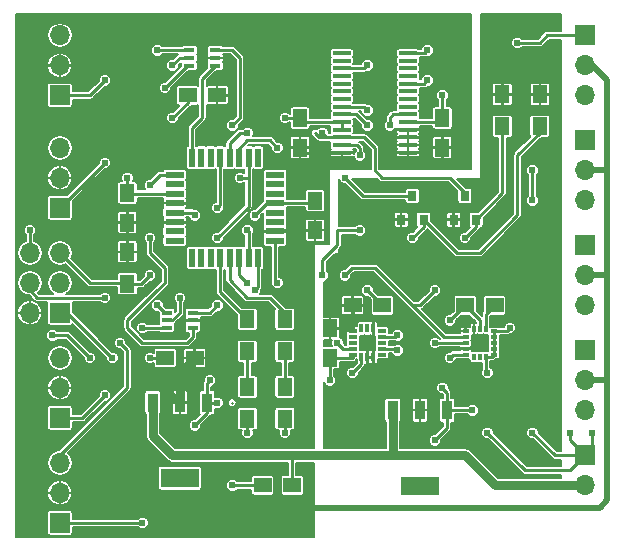
<source format=gbr>
G04 #@! TF.FileFunction,Copper,L1,Top,Signal*
%FSLAX46Y46*%
G04 Gerber Fmt 4.6, Leading zero omitted, Abs format (unit mm)*
G04 Created by KiCad (PCBNEW 4.0.7) date Monday, May 28, 2018 'PMt' 10:03:33 PM*
%MOMM*%
%LPD*%
G01*
G04 APERTURE LIST*
%ADD10C,0.100000*%
%ADD11R,1.700000X1.700000*%
%ADD12O,1.700000X1.700000*%
%ADD13R,1.250000X1.500000*%
%ADD14R,1.500000X1.250000*%
%ADD15R,1.300000X1.500000*%
%ADD16R,0.950000X0.400000*%
%ADD17R,0.550000X0.300000*%
%ADD18R,0.300000X0.550000*%
%ADD19R,1.600000X0.300000*%
%ADD20R,1.600000X0.550000*%
%ADD21R,0.550000X1.600000*%
%ADD22R,0.750000X0.350000*%
%ADD23R,0.350000X0.750000*%
%ADD24R,0.950000X1.650000*%
%ADD25R,3.200000X1.650000*%
%ADD26R,0.800000X0.900000*%
%ADD27C,0.609600*%
%ADD28C,0.254000*%
%ADD29C,0.762000*%
%ADD30C,0.508000*%
%ADD31C,0.203200*%
G04 APERTURE END LIST*
D10*
D11*
X260350000Y-53975000D03*
D12*
X260350000Y-56515000D03*
X260350000Y-59055000D03*
D11*
X215900000Y-86360000D03*
D12*
X215900000Y-83820000D03*
X215900000Y-81280000D03*
D13*
X236220000Y-63480000D03*
X236220000Y-60980000D03*
D14*
X227310000Y-81280000D03*
X224810000Y-81280000D03*
X240685000Y-76835000D03*
X243185000Y-76835000D03*
D13*
X238760000Y-78760000D03*
X238760000Y-81260000D03*
D14*
X229215000Y-59055000D03*
X226715000Y-59055000D03*
D13*
X248285000Y-63480000D03*
X248285000Y-60980000D03*
D14*
X252710000Y-76835000D03*
X250210000Y-76835000D03*
D13*
X237490000Y-67965000D03*
X237490000Y-70465000D03*
X221615000Y-67330000D03*
X221615000Y-69830000D03*
D15*
X234950000Y-80725000D03*
X234950000Y-78025000D03*
X231775000Y-80725000D03*
X231775000Y-78025000D03*
D11*
X215900000Y-68580000D03*
D12*
X215900000Y-66040000D03*
X215900000Y-63500000D03*
D16*
X224960000Y-77455000D03*
X224960000Y-78105000D03*
X224960000Y-78755000D03*
X227160000Y-78755000D03*
X227160000Y-78105000D03*
X227160000Y-77455000D03*
X226865000Y-55230000D03*
X226865000Y-55880000D03*
X226865000Y-56530000D03*
X229065000Y-56530000D03*
X229065000Y-55880000D03*
X229065000Y-55230000D03*
D17*
X250260000Y-79010000D03*
X250260000Y-79510000D03*
X250260000Y-80010000D03*
X250260000Y-80510000D03*
X250260000Y-81010000D03*
D18*
X250960000Y-81210000D03*
X251460000Y-81210000D03*
X251960000Y-81210000D03*
D17*
X252660000Y-81010000D03*
X252660000Y-80510000D03*
X252660000Y-80010000D03*
X252660000Y-79510000D03*
X252660000Y-79010000D03*
D18*
X251960000Y-78810000D03*
X251460000Y-78810000D03*
X250960000Y-78810000D03*
D11*
X215900000Y-77470000D03*
D12*
X213360000Y-77470000D03*
X215900000Y-74930000D03*
X213360000Y-74930000D03*
X215900000Y-72390000D03*
X213360000Y-72390000D03*
D11*
X260350000Y-62865000D03*
D12*
X260350000Y-65405000D03*
X260350000Y-67945000D03*
D11*
X260350000Y-71755000D03*
D12*
X260350000Y-74295000D03*
X260350000Y-76835000D03*
D11*
X260350000Y-80645000D03*
D12*
X260350000Y-83185000D03*
X260350000Y-85725000D03*
D19*
X245370000Y-63915000D03*
X245370000Y-63265000D03*
X245370000Y-62615000D03*
X245370000Y-61965000D03*
X245370000Y-61315000D03*
X245370000Y-60665000D03*
X245370000Y-60015000D03*
X245370000Y-59365000D03*
X245370000Y-58715000D03*
X245370000Y-58065000D03*
X245370000Y-57415000D03*
X245370000Y-56765000D03*
X245370000Y-56115000D03*
X245370000Y-55465000D03*
X239770000Y-55465000D03*
X239770000Y-56115000D03*
X239770000Y-56765000D03*
X239770000Y-57415000D03*
X239770000Y-58065000D03*
X239770000Y-58715000D03*
X239770000Y-59365000D03*
X239770000Y-60015000D03*
X239770000Y-60665000D03*
X239770000Y-61315000D03*
X239770000Y-61965000D03*
X239770000Y-62615000D03*
X239770000Y-63265000D03*
X239770000Y-63915000D03*
D15*
X234950000Y-83740000D03*
X234950000Y-86440000D03*
X231775000Y-83740000D03*
X231775000Y-86440000D03*
X221615000Y-75010000D03*
X221615000Y-72310000D03*
X256540000Y-58975000D03*
X256540000Y-61675000D03*
X253365000Y-58975000D03*
X253365000Y-61675000D03*
D11*
X215900000Y-59055000D03*
D12*
X215900000Y-56515000D03*
X215900000Y-53975000D03*
D11*
X215900000Y-95250000D03*
D12*
X215900000Y-92710000D03*
X215900000Y-90170000D03*
D20*
X225620000Y-65780000D03*
X225620000Y-66580000D03*
X225620000Y-67380000D03*
X225620000Y-68180000D03*
X225620000Y-68980000D03*
X225620000Y-69780000D03*
X225620000Y-70580000D03*
X225620000Y-71380000D03*
D21*
X227070000Y-72830000D03*
X227870000Y-72830000D03*
X228670000Y-72830000D03*
X229470000Y-72830000D03*
X230270000Y-72830000D03*
X231070000Y-72830000D03*
X231870000Y-72830000D03*
X232670000Y-72830000D03*
D20*
X234120000Y-71380000D03*
X234120000Y-70580000D03*
X234120000Y-69780000D03*
X234120000Y-68980000D03*
X234120000Y-68180000D03*
X234120000Y-67380000D03*
X234120000Y-66580000D03*
X234120000Y-65780000D03*
D21*
X232670000Y-64330000D03*
X231870000Y-64330000D03*
X231070000Y-64330000D03*
X230270000Y-64330000D03*
X229470000Y-64330000D03*
X228670000Y-64330000D03*
X227870000Y-64330000D03*
X227070000Y-64330000D03*
D22*
X240710000Y-80010000D03*
X240710000Y-79510000D03*
X240710000Y-79010000D03*
X240710000Y-80510000D03*
X240710000Y-81010000D03*
D23*
X241935000Y-78785000D03*
X241435000Y-78785000D03*
X242435000Y-78785000D03*
D22*
X243160000Y-79010000D03*
X243160000Y-79510000D03*
X243160000Y-80010000D03*
X243160000Y-80510000D03*
X243160000Y-81010000D03*
D23*
X241435000Y-81235000D03*
X241935000Y-81235000D03*
X242435000Y-81235000D03*
D24*
X228360000Y-85065000D03*
X226060000Y-85065000D03*
X223760000Y-85065000D03*
D25*
X226060000Y-91465000D03*
D24*
X248680000Y-85700000D03*
X246380000Y-85700000D03*
X244080000Y-85700000D03*
D25*
X246380000Y-92100000D03*
D11*
X260350000Y-89535000D03*
D12*
X260350000Y-92075000D03*
D14*
X235565000Y-92075000D03*
X233065000Y-92075000D03*
D26*
X249240000Y-69580000D03*
X251140000Y-69580000D03*
X250190000Y-67580000D03*
X244795000Y-69580000D03*
X246695000Y-69580000D03*
X245745000Y-67580000D03*
D27*
X260985000Y-87630000D03*
X259080000Y-87630000D03*
X213360000Y-70485000D03*
X252095000Y-82550000D03*
X248920000Y-81280000D03*
X227330000Y-69215000D03*
X221615000Y-66040000D03*
X231775000Y-87630000D03*
X234950000Y-87630000D03*
X229235000Y-85090000D03*
X223520000Y-81280000D03*
X219710000Y-64770000D03*
X226060000Y-76200000D03*
X248920000Y-78105000D03*
X232410000Y-69215000D03*
X225425000Y-56515000D03*
X219710000Y-57785000D03*
X225425000Y-60960000D03*
X241935000Y-75565000D03*
X247015000Y-55245000D03*
X252095000Y-87630000D03*
X255905000Y-87630000D03*
X238760000Y-83185000D03*
X244475000Y-80645000D03*
X244475000Y-79375000D03*
X254000000Y-78740000D03*
X222885000Y-95250000D03*
X219710000Y-84455000D03*
X248285000Y-59055000D03*
X230505000Y-92075000D03*
X228600000Y-83185000D03*
X227330000Y-86995000D03*
X248285000Y-83820000D03*
X247650000Y-88265000D03*
X250825000Y-85725000D03*
X234950000Y-60960000D03*
X224155000Y-76835000D03*
X224790000Y-58420000D03*
X222885000Y-78740000D03*
X220980000Y-80010000D03*
X223520000Y-71120000D03*
X223520000Y-66675000D03*
X229235000Y-71120000D03*
X229235000Y-76835000D03*
X231140000Y-66040000D03*
X230505000Y-61595000D03*
X224155000Y-55245000D03*
X247650000Y-75565000D03*
X250190000Y-71120000D03*
X240030000Y-74295000D03*
X239395000Y-80010000D03*
X245745000Y-71120000D03*
X241300000Y-70485000D03*
X247650000Y-80010000D03*
X240665000Y-82550000D03*
X238125000Y-74295000D03*
X220345000Y-81280000D03*
X232410000Y-75565000D03*
X215265000Y-79375000D03*
X218440000Y-81280000D03*
X234315000Y-74930000D03*
X229235000Y-68580000D03*
X223520000Y-74295000D03*
X243840000Y-61595000D03*
X247015000Y-57785000D03*
X254635000Y-54610000D03*
X241935000Y-56515000D03*
X255905000Y-65405000D03*
X255905000Y-67945000D03*
X241935000Y-60325000D03*
X241935000Y-61595000D03*
X231775000Y-74930000D03*
X238125000Y-62230000D03*
X231775000Y-62230000D03*
X240030000Y-66040000D03*
X241300000Y-64135000D03*
X234315000Y-63500000D03*
X231775000Y-70485000D03*
X219710000Y-76200000D03*
D28*
X230480000Y-85065000D02*
X230505000Y-85090000D01*
X260350000Y-89535000D02*
X260985000Y-88900000D01*
X260985000Y-88900000D02*
X260985000Y-87630000D01*
X260350000Y-89535000D02*
X259080000Y-88265000D01*
X259080000Y-88265000D02*
X259080000Y-87630000D01*
X213360000Y-72390000D02*
X213360000Y-70485000D01*
X251960000Y-82415000D02*
X252095000Y-82550000D01*
X251960000Y-81210000D02*
X251960000Y-82415000D01*
X249190000Y-81010000D02*
X248920000Y-81280000D01*
X250260000Y-81010000D02*
X249190000Y-81010000D01*
X225620000Y-68980000D02*
X227095000Y-68980000D01*
X227095000Y-68980000D02*
X227330000Y-69215000D01*
X221615000Y-67330000D02*
X221615000Y-66040000D01*
X231775000Y-86440000D02*
X231775000Y-87630000D01*
X234950000Y-86440000D02*
X234950000Y-87630000D01*
X228360000Y-85065000D02*
X229210000Y-85065000D01*
X229210000Y-85065000D02*
X229235000Y-85090000D01*
X224810000Y-81280000D02*
X223520000Y-81280000D01*
X215900000Y-68580000D02*
X219710000Y-64770000D01*
X224960000Y-78105000D02*
X225425000Y-78105000D01*
X225425000Y-78105000D02*
X226060000Y-77470000D01*
X226060000Y-77470000D02*
X226060000Y-76200000D01*
X250190000Y-76835000D02*
X248920000Y-78105000D01*
X250210000Y-76835000D02*
X250190000Y-76835000D01*
X234120000Y-68180000D02*
X233445000Y-68180000D01*
X233445000Y-68180000D02*
X232410000Y-69215000D01*
X237490000Y-67965000D02*
X237490000Y-67945000D01*
X226865000Y-55880000D02*
X226060000Y-55880000D01*
X226060000Y-55880000D02*
X225425000Y-56515000D01*
X215900000Y-59055000D02*
X218440000Y-59055000D01*
X218440000Y-59055000D02*
X219710000Y-57785000D01*
X226715000Y-59055000D02*
X226715000Y-59670000D01*
X226715000Y-59670000D02*
X225425000Y-60960000D01*
X243185000Y-76835000D02*
X243185000Y-76815000D01*
X243185000Y-76815000D02*
X241935000Y-75565000D01*
X245370000Y-55465000D02*
X246795000Y-55465000D01*
X246795000Y-55465000D02*
X247015000Y-55245000D01*
X260350000Y-89535000D02*
X259080000Y-90805000D01*
X255270000Y-90805000D02*
X252095000Y-87630000D01*
X259080000Y-90805000D02*
X255270000Y-90805000D01*
X260350000Y-89535000D02*
X257810000Y-89535000D01*
X257810000Y-89535000D02*
X255905000Y-87630000D01*
X238760000Y-81260000D02*
X238760000Y-83185000D01*
X240710000Y-81010000D02*
X240710000Y-81235000D01*
X240685000Y-81260000D02*
X238760000Y-81260000D01*
X240710000Y-81235000D02*
X240685000Y-81260000D01*
X252660000Y-79010000D02*
X253730000Y-79010000D01*
X253730000Y-79010000D02*
X254000000Y-78740000D01*
X251460000Y-78810000D02*
X251460000Y-78085000D01*
X251460000Y-78085000D02*
X250210000Y-76835000D01*
X215900000Y-95250000D02*
X222885000Y-95250000D01*
X215900000Y-86360000D02*
X217805000Y-86360000D01*
X217805000Y-86360000D02*
X219710000Y-84455000D01*
X248285000Y-60980000D02*
X248285000Y-59055000D01*
X245370000Y-61315000D02*
X247950000Y-61315000D01*
X247950000Y-61315000D02*
X248285000Y-60980000D01*
X244340000Y-79510000D02*
X244475000Y-79375000D01*
X243160000Y-79510000D02*
X244340000Y-79510000D01*
X243160000Y-80510000D02*
X244340000Y-80510000D01*
X244340000Y-80510000D02*
X244475000Y-80645000D01*
X233065000Y-92075000D02*
X230505000Y-92075000D01*
X228360000Y-85065000D02*
X228360000Y-83425000D01*
X228360000Y-83425000D02*
X228600000Y-83185000D01*
X228360000Y-85065000D02*
X228360000Y-85965000D01*
X228360000Y-85965000D02*
X227330000Y-86995000D01*
X248680000Y-85700000D02*
X248680000Y-84215000D01*
X248680000Y-84215000D02*
X248285000Y-83820000D01*
X248680000Y-85700000D02*
X248680000Y-87235000D01*
X248680000Y-87235000D02*
X247650000Y-88265000D01*
X248680000Y-85700000D02*
X250800000Y-85700000D01*
X250800000Y-85700000D02*
X250825000Y-85725000D01*
X252660000Y-79510000D02*
X252660000Y-79010000D01*
X252660000Y-80010000D02*
X252660000Y-79510000D01*
X252660000Y-81010000D02*
X252660000Y-80010000D01*
X252460000Y-81210000D02*
X252660000Y-81010000D01*
X251960000Y-81210000D02*
X252460000Y-81210000D01*
X225620000Y-67380000D02*
X221665000Y-67380000D01*
X221665000Y-67380000D02*
X221615000Y-67330000D01*
X234120000Y-68180000D02*
X237275000Y-68180000D01*
X237275000Y-68180000D02*
X237490000Y-67965000D01*
X239770000Y-61965000D02*
X239770000Y-61315000D01*
X239770000Y-61315000D02*
X236555000Y-61315000D01*
X236555000Y-61315000D02*
X236220000Y-60980000D01*
X236220000Y-60980000D02*
X234970000Y-60980000D01*
X234970000Y-60980000D02*
X234950000Y-60960000D01*
X224775000Y-77455000D02*
X224155000Y-76835000D01*
X224960000Y-77455000D02*
X224775000Y-77455000D01*
D29*
X260350000Y-92075000D02*
X252730000Y-92075000D01*
X252730000Y-92075000D02*
X250190000Y-89535000D01*
D28*
X235565000Y-89535000D02*
X235585000Y-89535000D01*
X235565000Y-92075000D02*
X235565000Y-89535000D01*
D29*
X235585000Y-89535000D02*
X225425000Y-89535000D01*
X244080000Y-85700000D02*
X244080000Y-89535000D01*
X244080000Y-89535000D02*
X243840000Y-89535000D01*
X223760000Y-87870000D02*
X223760000Y-85065000D01*
X225425000Y-89535000D02*
X223760000Y-87870000D01*
X250190000Y-89535000D02*
X243840000Y-89535000D01*
X243840000Y-89535000D02*
X235585000Y-89535000D01*
D28*
X235565000Y-92075000D02*
X235585000Y-92075000D01*
X225620000Y-69780000D02*
X221665000Y-69780000D01*
X221665000Y-69780000D02*
X221615000Y-69830000D01*
D30*
X260350000Y-83185000D02*
X262255000Y-83185000D01*
X260350000Y-74295000D02*
X262255000Y-74295000D01*
X260350000Y-65405000D02*
X262255000Y-65405000D01*
X221615000Y-85725000D02*
X221615000Y-85090000D01*
X221615000Y-91440000D02*
X221615000Y-85725000D01*
X224155000Y-93980000D02*
X221615000Y-91440000D01*
X261620000Y-93980000D02*
X224155000Y-93980000D01*
X262255000Y-93345000D02*
X261620000Y-93980000D01*
X262255000Y-57785000D02*
X262255000Y-65405000D01*
X262255000Y-65405000D02*
X262255000Y-74295000D01*
X262255000Y-74295000D02*
X262255000Y-83185000D01*
X262255000Y-83185000D02*
X262255000Y-93345000D01*
X260985000Y-56515000D02*
X262255000Y-57785000D01*
X224180000Y-83185000D02*
X226060000Y-85065000D01*
X223520000Y-83185000D02*
X224180000Y-83185000D01*
X221615000Y-85090000D02*
X223520000Y-83185000D01*
X260350000Y-56515000D02*
X260985000Y-56515000D01*
D29*
X226060000Y-85065000D02*
X226060000Y-82530000D01*
X226060000Y-82530000D02*
X227310000Y-81280000D01*
D30*
X221665000Y-69780000D02*
X221615000Y-69830000D01*
D28*
X225620000Y-69780000D02*
X226625000Y-69780000D01*
X227565000Y-68180000D02*
X225620000Y-68180000D01*
X228600000Y-69215000D02*
X227565000Y-68180000D01*
X228600000Y-69850000D02*
X228600000Y-69215000D01*
X227965000Y-70485000D02*
X228600000Y-69850000D01*
X227330000Y-70485000D02*
X227965000Y-70485000D01*
X226625000Y-69780000D02*
X227330000Y-70485000D01*
X237490000Y-70465000D02*
X234235000Y-70465000D01*
X234235000Y-70465000D02*
X234120000Y-70580000D01*
X239770000Y-63915000D02*
X236655000Y-63915000D01*
X236655000Y-63915000D02*
X236220000Y-63480000D01*
X251960000Y-78810000D02*
X251960000Y-77585000D01*
X251960000Y-77585000D02*
X252710000Y-76835000D01*
X234950000Y-83740000D02*
X234950000Y-80725000D01*
X234950000Y-78025000D02*
X234950000Y-77470000D01*
X234950000Y-77470000D02*
X233680000Y-76200000D01*
X230270000Y-74695000D02*
X230270000Y-72830000D01*
X231775000Y-76200000D02*
X230270000Y-74695000D01*
X233680000Y-76200000D02*
X231775000Y-76200000D01*
X231775000Y-83740000D02*
X231775000Y-80725000D01*
X229470000Y-74930000D02*
X229470000Y-75720000D01*
X229470000Y-75720000D02*
X231775000Y-78025000D01*
X229470000Y-75165000D02*
X229470000Y-74930000D01*
X229470000Y-74930000D02*
X229470000Y-72830000D01*
X224790000Y-58420000D02*
X226680000Y-56530000D01*
X226680000Y-56530000D02*
X226865000Y-56530000D01*
X226695000Y-56515000D02*
X226865000Y-56530000D01*
X222900000Y-78755000D02*
X224960000Y-78755000D01*
X215900000Y-90170000D02*
X215900000Y-89535000D01*
X215900000Y-89535000D02*
X221615000Y-83820000D01*
X221615000Y-83820000D02*
X221615000Y-80645000D01*
X221615000Y-80645000D02*
X220980000Y-80010000D01*
X221615000Y-78105000D02*
X224155000Y-75565000D01*
X227160000Y-79545000D02*
X226695000Y-80010000D01*
X226695000Y-80010000D02*
X222885000Y-80010000D01*
X222885000Y-80010000D02*
X221615000Y-78740000D01*
X221615000Y-78740000D02*
X221615000Y-78105000D01*
X223520000Y-66675000D02*
X224415000Y-65780000D01*
X225620000Y-65780000D02*
X224415000Y-65780000D01*
X227160000Y-79545000D02*
X227160000Y-78755000D01*
X223520000Y-72390000D02*
X223520000Y-71120000D01*
X224790000Y-73660000D02*
X223520000Y-72390000D01*
X224790000Y-74930000D02*
X224790000Y-73660000D01*
X224155000Y-75565000D02*
X224790000Y-74930000D01*
X227965000Y-77455000D02*
X228615000Y-77455000D01*
X229235000Y-71120000D02*
X231870000Y-68485000D01*
X231870000Y-68485000D02*
X231870000Y-64330000D01*
X228615000Y-77455000D02*
X229235000Y-76835000D01*
X227160000Y-77455000D02*
X227965000Y-77455000D01*
X227965000Y-77455000D02*
X227980000Y-77455000D01*
X231870000Y-64330000D02*
X231870000Y-65945000D01*
X231870000Y-65945000D02*
X231775000Y-66040000D01*
X231775000Y-66040000D02*
X231140000Y-66040000D01*
X230505000Y-61595000D02*
X231140000Y-60960000D01*
X231140000Y-60960000D02*
X231140000Y-55880000D01*
X231140000Y-55880000D02*
X230490000Y-55230000D01*
X230490000Y-55230000D02*
X229065000Y-55230000D01*
X224170000Y-55230000D02*
X226865000Y-55230000D01*
X224155000Y-55245000D02*
X224170000Y-55230000D01*
X227070000Y-64330000D02*
X227070000Y-61855000D01*
X227965000Y-57630000D02*
X229065000Y-56530000D01*
X227965000Y-60960000D02*
X227965000Y-57630000D01*
X227070000Y-61855000D02*
X227965000Y-60960000D01*
X240685000Y-76835000D02*
X240685000Y-78985000D01*
X240685000Y-78985000D02*
X240710000Y-79010000D01*
X240710000Y-79010000D02*
X240710000Y-78785000D01*
X240685000Y-78760000D02*
X238760000Y-78760000D01*
X240710000Y-78785000D02*
X240685000Y-78760000D01*
X253365000Y-61675000D02*
X253365000Y-67355000D01*
X253365000Y-67355000D02*
X251140000Y-69580000D01*
X251140000Y-69580000D02*
X251140000Y-70170000D01*
X246380000Y-76835000D02*
X245745000Y-76835000D01*
X247650000Y-75565000D02*
X246380000Y-76835000D01*
X251140000Y-70170000D02*
X250190000Y-71120000D01*
X240710000Y-80510000D02*
X239895000Y-80510000D01*
X240665000Y-73660000D02*
X242570000Y-73660000D01*
X240030000Y-74295000D02*
X240665000Y-73660000D01*
X239895000Y-80510000D02*
X239395000Y-80010000D01*
X247650000Y-78740000D02*
X248420000Y-79510000D01*
X248420000Y-79510000D02*
X250260000Y-79510000D01*
X242570000Y-73660000D02*
X245745000Y-76835000D01*
X245745000Y-76835000D02*
X247015000Y-78105000D01*
X247015000Y-78105000D02*
X247650000Y-78740000D01*
X256540000Y-61675000D02*
X256540000Y-62230000D01*
X256540000Y-62230000D02*
X254635000Y-64135000D01*
X254635000Y-64135000D02*
X254635000Y-69215000D01*
X254635000Y-69215000D02*
X251460000Y-72390000D01*
X251460000Y-72390000D02*
X249505000Y-72390000D01*
X249505000Y-72390000D02*
X246695000Y-69580000D01*
X246695000Y-69580000D02*
X246695000Y-70170000D01*
X246695000Y-70170000D02*
X245745000Y-71120000D01*
X239395000Y-70485000D02*
X241300000Y-70485000D01*
X247650000Y-80010000D02*
X250260000Y-80010000D01*
X241435000Y-81235000D02*
X241435000Y-81780000D01*
X241435000Y-81780000D02*
X240665000Y-82550000D01*
X238125000Y-73025000D02*
X239395000Y-71755000D01*
X239395000Y-71755000D02*
X239395000Y-70485000D01*
X238125000Y-74295000D02*
X238125000Y-73025000D01*
X216535000Y-77470000D02*
X220345000Y-81280000D01*
X215900000Y-77470000D02*
X216535000Y-77470000D01*
X232410000Y-75565000D02*
X232670000Y-75305000D01*
X232670000Y-72830000D02*
X232670000Y-75305000D01*
X234120000Y-71380000D02*
X234120000Y-74735000D01*
X216535000Y-79375000D02*
X215265000Y-79375000D01*
X218440000Y-81280000D02*
X216535000Y-79375000D01*
X234120000Y-74735000D02*
X234315000Y-74930000D01*
X234120000Y-71380000D02*
X234120000Y-71560000D01*
X221615000Y-75010000D02*
X221535000Y-74930000D01*
X221535000Y-74930000D02*
X218440000Y-74930000D01*
X218440000Y-74930000D02*
X215900000Y-72390000D01*
X221615000Y-75010000D02*
X222805000Y-75010000D01*
X229470000Y-68345000D02*
X229470000Y-64330000D01*
X229235000Y-68580000D02*
X229470000Y-68345000D01*
X222805000Y-75010000D02*
X223520000Y-74295000D01*
X243840000Y-60960000D02*
X244135000Y-60665000D01*
X243840000Y-61595000D02*
X243840000Y-60960000D01*
X244135000Y-60665000D02*
X245370000Y-60665000D01*
X245370000Y-60665000D02*
X244135000Y-60665000D01*
X246735000Y-58065000D02*
X247015000Y-57785000D01*
X245370000Y-58065000D02*
X246735000Y-58065000D01*
X257175000Y-53975000D02*
X260350000Y-53975000D01*
X256540000Y-54610000D02*
X257175000Y-53975000D01*
X254635000Y-54610000D02*
X256540000Y-54610000D01*
X241685000Y-56765000D02*
X239770000Y-56765000D01*
X241935000Y-56515000D02*
X241685000Y-56765000D01*
X255905000Y-67945000D02*
X255905000Y-65405000D01*
X241625000Y-60015000D02*
X239770000Y-60015000D01*
X241935000Y-60325000D02*
X241625000Y-60015000D01*
X231070000Y-72830000D02*
X231070000Y-74225000D01*
X241005000Y-60665000D02*
X239770000Y-60665000D01*
X241935000Y-61595000D02*
X241005000Y-60665000D01*
X231070000Y-74225000D02*
X231775000Y-74930000D01*
X250190000Y-67580000D02*
X250190000Y-67310000D01*
X250190000Y-67310000D02*
X248920000Y-66040000D01*
X248920000Y-66040000D02*
X243205000Y-66040000D01*
X243205000Y-66040000D02*
X242570000Y-65405000D01*
X242570000Y-65405000D02*
X242570000Y-63500000D01*
X242570000Y-63500000D02*
X241685000Y-62615000D01*
X241685000Y-62615000D02*
X239770000Y-62615000D01*
X231140000Y-62230000D02*
X231775000Y-62230000D01*
X230270000Y-64330000D02*
X230270000Y-63100000D01*
X231140000Y-62230000D02*
X230270000Y-63100000D01*
X238510000Y-62615000D02*
X239770000Y-62615000D01*
X238125000Y-62230000D02*
X238510000Y-62615000D01*
X239770000Y-62615000D02*
X237875000Y-62615000D01*
X237875000Y-62615000D02*
X237490000Y-62230000D01*
X245745000Y-67580000D02*
X241570000Y-67580000D01*
X241570000Y-67580000D02*
X240030000Y-66040000D01*
X231070000Y-64330000D02*
X231070000Y-63570000D01*
X231070000Y-63570000D02*
X231775000Y-62865000D01*
X241065000Y-63265000D02*
X239770000Y-63265000D01*
X241300000Y-63500000D02*
X241065000Y-63265000D01*
X241300000Y-64135000D02*
X241300000Y-63500000D01*
X233680000Y-62865000D02*
X234315000Y-63500000D01*
X231775000Y-62865000D02*
X233680000Y-62865000D01*
X231070000Y-63570000D02*
X231070000Y-64330000D01*
X231775000Y-70485000D02*
X231870000Y-70580000D01*
X231870000Y-72830000D02*
X231870000Y-70580000D01*
X213360000Y-74930000D02*
X213360000Y-75565000D01*
X213360000Y-75565000D02*
X213995000Y-76200000D01*
X213995000Y-76200000D02*
X219710000Y-76200000D01*
D31*
G36*
X250723400Y-65303400D02*
X242971294Y-65303400D01*
X242925600Y-65257706D01*
X242925600Y-63997550D01*
X244341400Y-63997550D01*
X244341400Y-64110471D01*
X244376202Y-64194491D01*
X244440508Y-64258797D01*
X244524528Y-64293600D01*
X245287450Y-64293600D01*
X245344600Y-64236450D01*
X245344600Y-63940400D01*
X245395400Y-63940400D01*
X245395400Y-64236450D01*
X245452550Y-64293600D01*
X246215472Y-64293600D01*
X246299492Y-64258797D01*
X246363798Y-64194491D01*
X246398600Y-64110471D01*
X246398600Y-63997550D01*
X246341450Y-63940400D01*
X245395400Y-63940400D01*
X245344600Y-63940400D01*
X244398550Y-63940400D01*
X244341400Y-63997550D01*
X242925600Y-63997550D01*
X242925600Y-63500000D01*
X242912456Y-63433918D01*
X242898532Y-63363917D01*
X242887596Y-63347550D01*
X244341400Y-63347550D01*
X244341400Y-63460471D01*
X244376202Y-63544491D01*
X244421711Y-63590000D01*
X244376202Y-63635509D01*
X244341400Y-63719529D01*
X244341400Y-63832450D01*
X244398550Y-63889600D01*
X245344600Y-63889600D01*
X245344600Y-63593550D01*
X245341050Y-63590000D01*
X245344600Y-63586450D01*
X245344600Y-63290400D01*
X245395400Y-63290400D01*
X245395400Y-63586450D01*
X245398950Y-63590000D01*
X245395400Y-63593550D01*
X245395400Y-63889600D01*
X246341450Y-63889600D01*
X246398600Y-63832450D01*
X246398600Y-63719529D01*
X246363798Y-63635509D01*
X246318289Y-63590000D01*
X246345739Y-63562550D01*
X247431400Y-63562550D01*
X247431400Y-64275471D01*
X247466202Y-64359491D01*
X247530508Y-64423797D01*
X247614528Y-64458600D01*
X248202450Y-64458600D01*
X248259600Y-64401450D01*
X248259600Y-63505400D01*
X248310400Y-63505400D01*
X248310400Y-64401450D01*
X248367550Y-64458600D01*
X248955472Y-64458600D01*
X249039492Y-64423797D01*
X249103798Y-64359491D01*
X249138600Y-64275471D01*
X249138600Y-63562550D01*
X249081450Y-63505400D01*
X248310400Y-63505400D01*
X248259600Y-63505400D01*
X247488550Y-63505400D01*
X247431400Y-63562550D01*
X246345739Y-63562550D01*
X246363798Y-63544491D01*
X246398600Y-63460471D01*
X246398600Y-63347550D01*
X246341450Y-63290400D01*
X245395400Y-63290400D01*
X245344600Y-63290400D01*
X244398550Y-63290400D01*
X244341400Y-63347550D01*
X242887596Y-63347550D01*
X242821447Y-63248553D01*
X242270444Y-62697550D01*
X244341400Y-62697550D01*
X244341400Y-62810471D01*
X244376202Y-62894491D01*
X244421711Y-62940000D01*
X244376202Y-62985509D01*
X244341400Y-63069529D01*
X244341400Y-63182450D01*
X244398550Y-63239600D01*
X245344600Y-63239600D01*
X245344600Y-62943550D01*
X245341050Y-62940000D01*
X245344600Y-62936450D01*
X245344600Y-62640400D01*
X245395400Y-62640400D01*
X245395400Y-62936450D01*
X245398950Y-62940000D01*
X245395400Y-62943550D01*
X245395400Y-63239600D01*
X246341450Y-63239600D01*
X246398600Y-63182450D01*
X246398600Y-63069529D01*
X246363798Y-62985509D01*
X246318289Y-62940000D01*
X246363798Y-62894491D01*
X246398600Y-62810471D01*
X246398600Y-62697550D01*
X246385579Y-62684529D01*
X247431400Y-62684529D01*
X247431400Y-63397450D01*
X247488550Y-63454600D01*
X248259600Y-63454600D01*
X248259600Y-62558550D01*
X248310400Y-62558550D01*
X248310400Y-63454600D01*
X249081450Y-63454600D01*
X249138600Y-63397450D01*
X249138600Y-62684529D01*
X249103798Y-62600509D01*
X249039492Y-62536203D01*
X248955472Y-62501400D01*
X248367550Y-62501400D01*
X248310400Y-62558550D01*
X248259600Y-62558550D01*
X248202450Y-62501400D01*
X247614528Y-62501400D01*
X247530508Y-62536203D01*
X247466202Y-62600509D01*
X247431400Y-62684529D01*
X246385579Y-62684529D01*
X246341450Y-62640400D01*
X245395400Y-62640400D01*
X245344600Y-62640400D01*
X244398550Y-62640400D01*
X244341400Y-62697550D01*
X242270444Y-62697550D01*
X241936447Y-62363553D01*
X241821083Y-62286468D01*
X241685000Y-62259400D01*
X240748009Y-62259400D01*
X240784715Y-62205680D01*
X240803078Y-62115000D01*
X240803078Y-61815000D01*
X240787138Y-61730286D01*
X240737072Y-61652482D01*
X240719480Y-61640462D01*
X240732518Y-61632072D01*
X240784715Y-61555680D01*
X240803078Y-61465000D01*
X240803078Y-61165000D01*
X240787138Y-61080286D01*
X240748731Y-61020600D01*
X240857706Y-61020600D01*
X241401627Y-61564521D01*
X241401508Y-61700634D01*
X241482542Y-61896752D01*
X241632459Y-62046931D01*
X241828435Y-62128307D01*
X242040634Y-62128492D01*
X242236752Y-62047458D01*
X242386931Y-61897541D01*
X242468307Y-61701565D01*
X242468307Y-61700634D01*
X243306508Y-61700634D01*
X243387542Y-61896752D01*
X243537459Y-62046931D01*
X243733435Y-62128307D01*
X243945634Y-62128492D01*
X244141529Y-62047550D01*
X244341400Y-62047550D01*
X244341400Y-62160471D01*
X244376202Y-62244491D01*
X244421711Y-62290000D01*
X244376202Y-62335509D01*
X244341400Y-62419529D01*
X244341400Y-62532450D01*
X244398550Y-62589600D01*
X245344600Y-62589600D01*
X245344600Y-62293550D01*
X245341050Y-62290000D01*
X245344600Y-62286450D01*
X245344600Y-61990400D01*
X245395400Y-61990400D01*
X245395400Y-62286450D01*
X245398950Y-62290000D01*
X245395400Y-62293550D01*
X245395400Y-62589600D01*
X246341450Y-62589600D01*
X246398600Y-62532450D01*
X246398600Y-62419529D01*
X246363798Y-62335509D01*
X246318289Y-62290000D01*
X246363798Y-62244491D01*
X246398600Y-62160471D01*
X246398600Y-62047550D01*
X246341450Y-61990400D01*
X245395400Y-61990400D01*
X245344600Y-61990400D01*
X244398550Y-61990400D01*
X244341400Y-62047550D01*
X244141529Y-62047550D01*
X244141752Y-62047458D01*
X244291931Y-61897541D01*
X244341400Y-61778406D01*
X244341400Y-61882450D01*
X244398550Y-61939600D01*
X245344600Y-61939600D01*
X245344600Y-61919600D01*
X245395400Y-61919600D01*
X245395400Y-61939600D01*
X246341450Y-61939600D01*
X246398600Y-61882450D01*
X246398600Y-61769529D01*
X246363798Y-61685509D01*
X246348889Y-61670600D01*
X247426922Y-61670600D01*
X247426922Y-61730000D01*
X247442862Y-61814714D01*
X247492928Y-61892518D01*
X247569320Y-61944715D01*
X247660000Y-61963078D01*
X248910000Y-61963078D01*
X248994714Y-61947138D01*
X249072518Y-61897072D01*
X249124715Y-61820680D01*
X249143078Y-61730000D01*
X249143078Y-60230000D01*
X249127138Y-60145286D01*
X249077072Y-60067482D01*
X249000680Y-60015285D01*
X248910000Y-59996922D01*
X248640600Y-59996922D01*
X248640600Y-59453704D01*
X248736931Y-59357541D01*
X248818307Y-59161565D01*
X248818492Y-58949366D01*
X248737458Y-58753248D01*
X248587541Y-58603069D01*
X248391565Y-58521693D01*
X248179366Y-58521508D01*
X247983248Y-58602542D01*
X247833069Y-58752459D01*
X247751693Y-58948435D01*
X247751508Y-59160634D01*
X247832542Y-59356752D01*
X247929400Y-59453779D01*
X247929400Y-59996922D01*
X247660000Y-59996922D01*
X247575286Y-60012862D01*
X247497482Y-60062928D01*
X247445285Y-60139320D01*
X247426922Y-60230000D01*
X247426922Y-60959400D01*
X246348009Y-60959400D01*
X246384715Y-60905680D01*
X246403078Y-60815000D01*
X246403078Y-60515000D01*
X246387138Y-60430286D01*
X246337072Y-60352482D01*
X246319480Y-60340462D01*
X246332518Y-60332072D01*
X246384715Y-60255680D01*
X246403078Y-60165000D01*
X246403078Y-59865000D01*
X246387138Y-59780286D01*
X246337072Y-59702482D01*
X246319480Y-59690462D01*
X246332518Y-59682072D01*
X246384715Y-59605680D01*
X246403078Y-59515000D01*
X246403078Y-59215000D01*
X246387138Y-59130286D01*
X246337072Y-59052482D01*
X246319480Y-59040462D01*
X246332518Y-59032072D01*
X246384715Y-58955680D01*
X246403078Y-58865000D01*
X246403078Y-58565000D01*
X246387138Y-58480286D01*
X246348731Y-58420600D01*
X246735000Y-58420600D01*
X246871083Y-58393532D01*
X246983565Y-58318373D01*
X247120634Y-58318492D01*
X247316752Y-58237458D01*
X247466931Y-58087541D01*
X247548307Y-57891565D01*
X247548492Y-57679366D01*
X247467458Y-57483248D01*
X247317541Y-57333069D01*
X247121565Y-57251693D01*
X246909366Y-57251508D01*
X246713248Y-57332542D01*
X246563069Y-57482459D01*
X246481693Y-57678435D01*
X246481666Y-57709400D01*
X246348009Y-57709400D01*
X246384715Y-57655680D01*
X246403078Y-57565000D01*
X246403078Y-57265000D01*
X246387138Y-57180286D01*
X246337072Y-57102482D01*
X246319480Y-57090462D01*
X246332518Y-57082072D01*
X246384715Y-57005680D01*
X246403078Y-56915000D01*
X246403078Y-56615000D01*
X246387138Y-56530286D01*
X246337072Y-56452482D01*
X246319480Y-56440462D01*
X246332518Y-56432072D01*
X246384715Y-56355680D01*
X246403078Y-56265000D01*
X246403078Y-55965000D01*
X246387138Y-55880286D01*
X246348731Y-55820600D01*
X246795000Y-55820600D01*
X246931083Y-55793532D01*
X246953809Y-55778347D01*
X247120634Y-55778492D01*
X247316752Y-55697458D01*
X247466931Y-55547541D01*
X247548307Y-55351565D01*
X247548492Y-55139366D01*
X247467458Y-54943248D01*
X247317541Y-54793069D01*
X247121565Y-54711693D01*
X246909366Y-54711508D01*
X246713248Y-54792542D01*
X246563069Y-54942459D01*
X246493749Y-55109400D01*
X246274020Y-55109400D01*
X246260680Y-55100285D01*
X246170000Y-55081922D01*
X244570000Y-55081922D01*
X244485286Y-55097862D01*
X244407482Y-55147928D01*
X244355285Y-55224320D01*
X244336922Y-55315000D01*
X244336922Y-55615000D01*
X244352862Y-55699714D01*
X244402928Y-55777518D01*
X244420520Y-55789538D01*
X244407482Y-55797928D01*
X244355285Y-55874320D01*
X244336922Y-55965000D01*
X244336922Y-56265000D01*
X244352862Y-56349714D01*
X244402928Y-56427518D01*
X244420520Y-56439538D01*
X244407482Y-56447928D01*
X244355285Y-56524320D01*
X244336922Y-56615000D01*
X244336922Y-56915000D01*
X244352862Y-56999714D01*
X244402928Y-57077518D01*
X244420520Y-57089538D01*
X244407482Y-57097928D01*
X244355285Y-57174320D01*
X244336922Y-57265000D01*
X244336922Y-57565000D01*
X244352862Y-57649714D01*
X244402928Y-57727518D01*
X244420520Y-57739538D01*
X244407482Y-57747928D01*
X244355285Y-57824320D01*
X244336922Y-57915000D01*
X244336922Y-58215000D01*
X244352862Y-58299714D01*
X244402928Y-58377518D01*
X244420520Y-58389538D01*
X244407482Y-58397928D01*
X244355285Y-58474320D01*
X244336922Y-58565000D01*
X244336922Y-58865000D01*
X244352862Y-58949714D01*
X244402928Y-59027518D01*
X244420520Y-59039538D01*
X244407482Y-59047928D01*
X244355285Y-59124320D01*
X244336922Y-59215000D01*
X244336922Y-59515000D01*
X244352862Y-59599714D01*
X244402928Y-59677518D01*
X244420520Y-59689538D01*
X244407482Y-59697928D01*
X244355285Y-59774320D01*
X244336922Y-59865000D01*
X244336922Y-60165000D01*
X244352862Y-60249714D01*
X244391269Y-60309400D01*
X244135000Y-60309400D01*
X243998917Y-60336468D01*
X243883553Y-60413553D01*
X243588553Y-60708553D01*
X243511468Y-60823917D01*
X243504628Y-60858307D01*
X243484400Y-60960000D01*
X243484400Y-61196296D01*
X243388069Y-61292459D01*
X243306693Y-61488435D01*
X243306508Y-61700634D01*
X242468307Y-61700634D01*
X242468492Y-61489366D01*
X242387458Y-61293248D01*
X242237541Y-61143069D01*
X242041565Y-61061693D01*
X241904467Y-61061573D01*
X241256447Y-60413553D01*
X241192164Y-60370600D01*
X241401560Y-60370600D01*
X241401508Y-60430634D01*
X241482542Y-60626752D01*
X241632459Y-60776931D01*
X241828435Y-60858307D01*
X242040634Y-60858492D01*
X242236752Y-60777458D01*
X242386931Y-60627541D01*
X242468307Y-60431565D01*
X242468492Y-60219366D01*
X242387458Y-60023248D01*
X242237541Y-59873069D01*
X242041565Y-59791693D01*
X241904467Y-59791573D01*
X241876447Y-59763553D01*
X241761083Y-59686468D01*
X241625000Y-59659400D01*
X240748009Y-59659400D01*
X240784715Y-59605680D01*
X240803078Y-59515000D01*
X240803078Y-59215000D01*
X240787138Y-59130286D01*
X240737072Y-59052482D01*
X240719480Y-59040462D01*
X240732518Y-59032072D01*
X240784715Y-58955680D01*
X240803078Y-58865000D01*
X240803078Y-58565000D01*
X240787138Y-58480286D01*
X240737072Y-58402482D01*
X240719480Y-58390462D01*
X240732518Y-58382072D01*
X240784715Y-58305680D01*
X240803078Y-58215000D01*
X240803078Y-57915000D01*
X240787138Y-57830286D01*
X240737072Y-57752482D01*
X240719480Y-57740462D01*
X240732518Y-57732072D01*
X240784715Y-57655680D01*
X240803078Y-57565000D01*
X240803078Y-57265000D01*
X240787138Y-57180286D01*
X240748731Y-57120600D01*
X241685000Y-57120600D01*
X241821083Y-57093532D01*
X241888687Y-57048360D01*
X242040634Y-57048492D01*
X242236752Y-56967458D01*
X242386931Y-56817541D01*
X242468307Y-56621565D01*
X242468492Y-56409366D01*
X242387458Y-56213248D01*
X242237541Y-56063069D01*
X242041565Y-55981693D01*
X241829366Y-55981508D01*
X241633248Y-56062542D01*
X241483069Y-56212459D01*
X241401693Y-56408435D01*
X241401692Y-56409400D01*
X240748009Y-56409400D01*
X240784715Y-56355680D01*
X240803078Y-56265000D01*
X240803078Y-55965000D01*
X240787138Y-55880286D01*
X240737072Y-55802482D01*
X240719480Y-55790462D01*
X240732518Y-55782072D01*
X240784715Y-55705680D01*
X240803078Y-55615000D01*
X240803078Y-55315000D01*
X240787138Y-55230286D01*
X240737072Y-55152482D01*
X240660680Y-55100285D01*
X240570000Y-55081922D01*
X238970000Y-55081922D01*
X238885286Y-55097862D01*
X238807482Y-55147928D01*
X238755285Y-55224320D01*
X238736922Y-55315000D01*
X238736922Y-55615000D01*
X238752862Y-55699714D01*
X238802928Y-55777518D01*
X238820520Y-55789538D01*
X238807482Y-55797928D01*
X238755285Y-55874320D01*
X238736922Y-55965000D01*
X238736922Y-56265000D01*
X238752862Y-56349714D01*
X238802928Y-56427518D01*
X238820520Y-56439538D01*
X238807482Y-56447928D01*
X238755285Y-56524320D01*
X238736922Y-56615000D01*
X238736922Y-56915000D01*
X238752862Y-56999714D01*
X238802928Y-57077518D01*
X238820520Y-57089538D01*
X238807482Y-57097928D01*
X238755285Y-57174320D01*
X238736922Y-57265000D01*
X238736922Y-57565000D01*
X238752862Y-57649714D01*
X238802928Y-57727518D01*
X238820520Y-57739538D01*
X238807482Y-57747928D01*
X238755285Y-57824320D01*
X238736922Y-57915000D01*
X238736922Y-58215000D01*
X238752862Y-58299714D01*
X238802928Y-58377518D01*
X238820520Y-58389538D01*
X238807482Y-58397928D01*
X238755285Y-58474320D01*
X238736922Y-58565000D01*
X238736922Y-58865000D01*
X238752862Y-58949714D01*
X238802928Y-59027518D01*
X238820520Y-59039538D01*
X238807482Y-59047928D01*
X238755285Y-59124320D01*
X238736922Y-59215000D01*
X238736922Y-59515000D01*
X238752862Y-59599714D01*
X238802928Y-59677518D01*
X238820520Y-59689538D01*
X238807482Y-59697928D01*
X238755285Y-59774320D01*
X238736922Y-59865000D01*
X238736922Y-60165000D01*
X238752862Y-60249714D01*
X238802928Y-60327518D01*
X238820520Y-60339538D01*
X238807482Y-60347928D01*
X238755285Y-60424320D01*
X238736922Y-60515000D01*
X238736922Y-60815000D01*
X238752862Y-60899714D01*
X238791269Y-60959400D01*
X237078078Y-60959400D01*
X237078078Y-60230000D01*
X237062138Y-60145286D01*
X237012072Y-60067482D01*
X236935680Y-60015285D01*
X236845000Y-59996922D01*
X235595000Y-59996922D01*
X235510286Y-60012862D01*
X235432482Y-60062928D01*
X235380285Y-60139320D01*
X235361922Y-60230000D01*
X235361922Y-60617641D01*
X235252541Y-60508069D01*
X235056565Y-60426693D01*
X234844366Y-60426508D01*
X234648248Y-60507542D01*
X234498069Y-60657459D01*
X234416693Y-60853435D01*
X234416508Y-61065634D01*
X234497542Y-61261752D01*
X234647459Y-61411931D01*
X234843435Y-61493307D01*
X235055634Y-61493492D01*
X235251752Y-61412458D01*
X235328744Y-61335600D01*
X235361922Y-61335600D01*
X235361922Y-61730000D01*
X235377862Y-61814714D01*
X235427928Y-61892518D01*
X235504320Y-61944715D01*
X235595000Y-61963078D01*
X236845000Y-61963078D01*
X236929714Y-61947138D01*
X237007518Y-61897072D01*
X237059715Y-61820680D01*
X237078078Y-61730000D01*
X237078078Y-61670600D01*
X238791991Y-61670600D01*
X238755285Y-61724320D01*
X238736922Y-61815000D01*
X238736922Y-62115000D01*
X238752862Y-62199714D01*
X238791269Y-62259400D01*
X238658374Y-62259400D01*
X238658492Y-62124366D01*
X238577458Y-61928248D01*
X238427541Y-61778069D01*
X238231565Y-61696693D01*
X238019366Y-61696508D01*
X237823248Y-61777542D01*
X237673069Y-61927459D01*
X237671312Y-61931690D01*
X237626083Y-61901468D01*
X237490000Y-61874400D01*
X237353917Y-61901468D01*
X237238553Y-61978553D01*
X237161468Y-62093917D01*
X237134400Y-62230000D01*
X237161468Y-62366083D01*
X237238553Y-62481447D01*
X237623553Y-62866447D01*
X237738917Y-62943532D01*
X237875000Y-62970600D01*
X238791991Y-62970600D01*
X238755285Y-63024320D01*
X238736922Y-63115000D01*
X238736922Y-63415000D01*
X238752862Y-63499714D01*
X238802928Y-63577518D01*
X238821502Y-63590209D01*
X238776202Y-63635509D01*
X238741400Y-63719529D01*
X238741400Y-63832450D01*
X238798550Y-63889600D01*
X239744600Y-63889600D01*
X239744600Y-63869600D01*
X239795400Y-63869600D01*
X239795400Y-63889600D01*
X240741450Y-63889600D01*
X240798600Y-63832450D01*
X240798600Y-63719529D01*
X240763798Y-63635509D01*
X240748889Y-63620600D01*
X240917706Y-63620600D01*
X240944400Y-63647294D01*
X240944400Y-63736296D01*
X240848069Y-63832459D01*
X240785116Y-63984066D01*
X240741450Y-63940400D01*
X239795400Y-63940400D01*
X239795400Y-64236450D01*
X239852550Y-64293600D01*
X240615472Y-64293600D01*
X240699492Y-64258797D01*
X240763798Y-64194491D01*
X240766554Y-64187837D01*
X240766508Y-64240634D01*
X240847542Y-64436752D01*
X240997459Y-64586931D01*
X241193435Y-64668307D01*
X241405634Y-64668492D01*
X241601752Y-64587458D01*
X241751931Y-64437541D01*
X241833307Y-64241565D01*
X241833492Y-64029366D01*
X241752458Y-63833248D01*
X241655600Y-63736221D01*
X241655600Y-63500000D01*
X241642456Y-63433918D01*
X241628532Y-63363917D01*
X241551447Y-63248553D01*
X241316447Y-63013553D01*
X241252164Y-62970600D01*
X241537706Y-62970600D01*
X242214400Y-63647294D01*
X242214400Y-65303400D01*
X238760000Y-65303400D01*
X238720472Y-65311405D01*
X238687172Y-65334157D01*
X238665348Y-65368073D01*
X238658400Y-65405000D01*
X238658400Y-71653400D01*
X237490000Y-71653400D01*
X237450472Y-71661405D01*
X237417172Y-71684157D01*
X237395348Y-71718073D01*
X237388400Y-71755000D01*
X237388400Y-88925400D01*
X225677505Y-88925400D01*
X224369600Y-87617496D01*
X224369600Y-87100634D01*
X226796508Y-87100634D01*
X226877542Y-87296752D01*
X227027459Y-87446931D01*
X227223435Y-87528307D01*
X227435634Y-87528492D01*
X227631752Y-87447458D01*
X227781931Y-87297541D01*
X227863307Y-87101565D01*
X227863427Y-86964467D01*
X228611447Y-86216447D01*
X228673835Y-86123078D01*
X228835000Y-86123078D01*
X228919714Y-86107138D01*
X228997518Y-86057072D01*
X229049715Y-85980680D01*
X229068078Y-85890000D01*
X229068078Y-85690000D01*
X230891922Y-85690000D01*
X230891922Y-87190000D01*
X230907862Y-87274714D01*
X230957928Y-87352518D01*
X231034320Y-87404715D01*
X231125000Y-87423078D01*
X231283365Y-87423078D01*
X231241693Y-87523435D01*
X231241508Y-87735634D01*
X231322542Y-87931752D01*
X231472459Y-88081931D01*
X231668435Y-88163307D01*
X231880634Y-88163492D01*
X232076752Y-88082458D01*
X232226931Y-87932541D01*
X232308307Y-87736565D01*
X232308492Y-87524366D01*
X232266641Y-87423078D01*
X232425000Y-87423078D01*
X232509714Y-87407138D01*
X232587518Y-87357072D01*
X232639715Y-87280680D01*
X232658078Y-87190000D01*
X232658078Y-85690000D01*
X234066922Y-85690000D01*
X234066922Y-87190000D01*
X234082862Y-87274714D01*
X234132928Y-87352518D01*
X234209320Y-87404715D01*
X234300000Y-87423078D01*
X234458365Y-87423078D01*
X234416693Y-87523435D01*
X234416508Y-87735634D01*
X234497542Y-87931752D01*
X234647459Y-88081931D01*
X234843435Y-88163307D01*
X235055634Y-88163492D01*
X235251752Y-88082458D01*
X235401931Y-87932541D01*
X235483307Y-87736565D01*
X235483492Y-87524366D01*
X235441641Y-87423078D01*
X235600000Y-87423078D01*
X235684714Y-87407138D01*
X235762518Y-87357072D01*
X235814715Y-87280680D01*
X235833078Y-87190000D01*
X235833078Y-85690000D01*
X235817138Y-85605286D01*
X235767072Y-85527482D01*
X235690680Y-85475285D01*
X235600000Y-85456922D01*
X234300000Y-85456922D01*
X234215286Y-85472862D01*
X234137482Y-85522928D01*
X234085285Y-85599320D01*
X234066922Y-85690000D01*
X232658078Y-85690000D01*
X232642138Y-85605286D01*
X232592072Y-85527482D01*
X232515680Y-85475285D01*
X232425000Y-85456922D01*
X231125000Y-85456922D01*
X231040286Y-85472862D01*
X230962482Y-85522928D01*
X230910285Y-85599320D01*
X230891922Y-85690000D01*
X229068078Y-85690000D01*
X229068078Y-85598245D01*
X229128435Y-85623307D01*
X229340634Y-85623492D01*
X229536752Y-85542458D01*
X229686931Y-85392541D01*
X229768307Y-85196565D01*
X229768421Y-85065000D01*
X230124400Y-85065000D01*
X230151468Y-85201083D01*
X230228553Y-85316447D01*
X230253553Y-85341447D01*
X230368917Y-85418531D01*
X230505000Y-85445600D01*
X230641082Y-85418531D01*
X230756447Y-85341447D01*
X230833531Y-85226082D01*
X230860600Y-85090000D01*
X230833531Y-84953917D01*
X230756447Y-84838553D01*
X230731447Y-84813553D01*
X230616083Y-84736468D01*
X230480000Y-84709400D01*
X230343917Y-84736468D01*
X230228553Y-84813553D01*
X230151468Y-84928917D01*
X230124400Y-85065000D01*
X229768421Y-85065000D01*
X229768492Y-84984366D01*
X229687458Y-84788248D01*
X229537541Y-84638069D01*
X229341565Y-84556693D01*
X229129366Y-84556508D01*
X229068078Y-84581832D01*
X229068078Y-84240000D01*
X229052138Y-84155286D01*
X229002072Y-84077482D01*
X228925680Y-84025285D01*
X228835000Y-84006922D01*
X228715600Y-84006922D01*
X228715600Y-83714374D01*
X228901752Y-83637458D01*
X229051931Y-83487541D01*
X229133307Y-83291565D01*
X229133492Y-83079366D01*
X229052458Y-82883248D01*
X228902541Y-82733069D01*
X228706565Y-82651693D01*
X228494366Y-82651508D01*
X228298248Y-82732542D01*
X228148069Y-82882459D01*
X228066693Y-83078435D01*
X228066555Y-83236406D01*
X228031468Y-83288917D01*
X228030941Y-83291565D01*
X228004400Y-83425000D01*
X228004400Y-84006922D01*
X227885000Y-84006922D01*
X227800286Y-84022862D01*
X227722482Y-84072928D01*
X227670285Y-84149320D01*
X227651922Y-84240000D01*
X227651922Y-85890000D01*
X227667862Y-85974714D01*
X227717928Y-86052518D01*
X227748618Y-86073488D01*
X227360479Y-86461627D01*
X227224366Y-86461508D01*
X227028248Y-86542542D01*
X226878069Y-86692459D01*
X226796693Y-86888435D01*
X226796508Y-87100634D01*
X224369600Y-87100634D01*
X224369600Y-86075037D01*
X224397518Y-86057072D01*
X224449715Y-85980680D01*
X224468078Y-85890000D01*
X224468078Y-85147550D01*
X225356400Y-85147550D01*
X225356400Y-85935471D01*
X225391202Y-86019491D01*
X225455508Y-86083797D01*
X225539528Y-86118600D01*
X225977450Y-86118600D01*
X226034600Y-86061450D01*
X226034600Y-85090400D01*
X226085400Y-85090400D01*
X226085400Y-86061450D01*
X226142550Y-86118600D01*
X226580472Y-86118600D01*
X226664492Y-86083797D01*
X226728798Y-86019491D01*
X226763600Y-85935471D01*
X226763600Y-85147550D01*
X226706450Y-85090400D01*
X226085400Y-85090400D01*
X226034600Y-85090400D01*
X225413550Y-85090400D01*
X225356400Y-85147550D01*
X224468078Y-85147550D01*
X224468078Y-84240000D01*
X224459523Y-84194529D01*
X225356400Y-84194529D01*
X225356400Y-84982450D01*
X225413550Y-85039600D01*
X226034600Y-85039600D01*
X226034600Y-84068550D01*
X226085400Y-84068550D01*
X226085400Y-85039600D01*
X226706450Y-85039600D01*
X226763600Y-84982450D01*
X226763600Y-84194529D01*
X226728798Y-84110509D01*
X226664492Y-84046203D01*
X226580472Y-84011400D01*
X226142550Y-84011400D01*
X226085400Y-84068550D01*
X226034600Y-84068550D01*
X225977450Y-84011400D01*
X225539528Y-84011400D01*
X225455508Y-84046203D01*
X225391202Y-84110509D01*
X225356400Y-84194529D01*
X224459523Y-84194529D01*
X224452138Y-84155286D01*
X224402072Y-84077482D01*
X224325680Y-84025285D01*
X224235000Y-84006922D01*
X223285000Y-84006922D01*
X223200286Y-84022862D01*
X223122482Y-84072928D01*
X223070285Y-84149320D01*
X223051922Y-84240000D01*
X223051922Y-85890000D01*
X223067862Y-85974714D01*
X223117928Y-86052518D01*
X223150400Y-86074705D01*
X223150400Y-87870000D01*
X223196803Y-88103284D01*
X223328948Y-88301052D01*
X224993948Y-89966053D01*
X225112502Y-90045267D01*
X225191716Y-90098197D01*
X225425000Y-90144600D01*
X235209400Y-90144600D01*
X235209400Y-91216922D01*
X234815000Y-91216922D01*
X234730286Y-91232862D01*
X234652482Y-91282928D01*
X234600285Y-91359320D01*
X234581922Y-91450000D01*
X234581922Y-92700000D01*
X234597862Y-92784714D01*
X234647928Y-92862518D01*
X234724320Y-92914715D01*
X234815000Y-92933078D01*
X236315000Y-92933078D01*
X236399714Y-92917138D01*
X236477518Y-92867072D01*
X236529715Y-92790680D01*
X236548078Y-92700000D01*
X236548078Y-91450000D01*
X236532138Y-91365286D01*
X236482072Y-91287482D01*
X236405680Y-91235285D01*
X236315000Y-91216922D01*
X235920600Y-91216922D01*
X235920600Y-90144600D01*
X237388400Y-90144600D01*
X237388400Y-96418400D01*
X212191600Y-96418400D01*
X212191600Y-94400000D01*
X214816922Y-94400000D01*
X214816922Y-96100000D01*
X214832862Y-96184714D01*
X214882928Y-96262518D01*
X214959320Y-96314715D01*
X215050000Y-96333078D01*
X216750000Y-96333078D01*
X216834714Y-96317138D01*
X216912518Y-96267072D01*
X216964715Y-96190680D01*
X216983078Y-96100000D01*
X216983078Y-95605600D01*
X222486296Y-95605600D01*
X222582459Y-95701931D01*
X222778435Y-95783307D01*
X222990634Y-95783492D01*
X223186752Y-95702458D01*
X223336931Y-95552541D01*
X223418307Y-95356565D01*
X223418492Y-95144366D01*
X223337458Y-94948248D01*
X223187541Y-94798069D01*
X222991565Y-94716693D01*
X222779366Y-94716508D01*
X222583248Y-94797542D01*
X222486221Y-94894400D01*
X216983078Y-94894400D01*
X216983078Y-94400000D01*
X216967138Y-94315286D01*
X216917072Y-94237482D01*
X216840680Y-94185285D01*
X216750000Y-94166922D01*
X215050000Y-94166922D01*
X214965286Y-94182862D01*
X214887482Y-94232928D01*
X214835285Y-94309320D01*
X214816922Y-94400000D01*
X212191600Y-94400000D01*
X212191600Y-92903771D01*
X214838948Y-92903771D01*
X214845560Y-92937027D01*
X215012704Y-93323262D01*
X215314931Y-93616134D01*
X215706229Y-93771055D01*
X215874600Y-93731154D01*
X215874600Y-92735400D01*
X215925400Y-92735400D01*
X215925400Y-93731154D01*
X216093771Y-93771055D01*
X216485069Y-93616134D01*
X216787296Y-93323262D01*
X216954440Y-92937027D01*
X216961052Y-92903771D01*
X216921134Y-92735400D01*
X215925400Y-92735400D01*
X215874600Y-92735400D01*
X214878866Y-92735400D01*
X214838948Y-92903771D01*
X212191600Y-92903771D01*
X212191600Y-92516229D01*
X214838948Y-92516229D01*
X214878866Y-92684600D01*
X215874600Y-92684600D01*
X215874600Y-91688846D01*
X215925400Y-91688846D01*
X215925400Y-92684600D01*
X216921134Y-92684600D01*
X216961052Y-92516229D01*
X216954440Y-92482973D01*
X216787296Y-92096738D01*
X216485069Y-91803866D01*
X216093771Y-91648945D01*
X215925400Y-91688846D01*
X215874600Y-91688846D01*
X215706229Y-91648945D01*
X215314931Y-91803866D01*
X215012704Y-92096738D01*
X214845560Y-92482973D01*
X214838948Y-92516229D01*
X212191600Y-92516229D01*
X212191600Y-90170000D01*
X214800269Y-90170000D01*
X214882373Y-90582762D01*
X215116184Y-90932685D01*
X215466107Y-91166496D01*
X215878869Y-91248600D01*
X215921131Y-91248600D01*
X216333893Y-91166496D01*
X216683816Y-90932685D01*
X216879381Y-90640000D01*
X224226922Y-90640000D01*
X224226922Y-92290000D01*
X224242862Y-92374714D01*
X224292928Y-92452518D01*
X224369320Y-92504715D01*
X224460000Y-92523078D01*
X227660000Y-92523078D01*
X227744714Y-92507138D01*
X227822518Y-92457072D01*
X227874715Y-92380680D01*
X227893078Y-92290000D01*
X227893078Y-92180634D01*
X229971508Y-92180634D01*
X230052542Y-92376752D01*
X230202459Y-92526931D01*
X230398435Y-92608307D01*
X230610634Y-92608492D01*
X230806752Y-92527458D01*
X230903779Y-92430600D01*
X232081922Y-92430600D01*
X232081922Y-92700000D01*
X232097862Y-92784714D01*
X232147928Y-92862518D01*
X232224320Y-92914715D01*
X232315000Y-92933078D01*
X233815000Y-92933078D01*
X233899714Y-92917138D01*
X233977518Y-92867072D01*
X234029715Y-92790680D01*
X234048078Y-92700000D01*
X234048078Y-91450000D01*
X234032138Y-91365286D01*
X233982072Y-91287482D01*
X233905680Y-91235285D01*
X233815000Y-91216922D01*
X232315000Y-91216922D01*
X232230286Y-91232862D01*
X232152482Y-91282928D01*
X232100285Y-91359320D01*
X232081922Y-91450000D01*
X232081922Y-91719400D01*
X230903704Y-91719400D01*
X230807541Y-91623069D01*
X230611565Y-91541693D01*
X230399366Y-91541508D01*
X230203248Y-91622542D01*
X230053069Y-91772459D01*
X229971693Y-91968435D01*
X229971508Y-92180634D01*
X227893078Y-92180634D01*
X227893078Y-90640000D01*
X227877138Y-90555286D01*
X227827072Y-90477482D01*
X227750680Y-90425285D01*
X227660000Y-90406922D01*
X224460000Y-90406922D01*
X224375286Y-90422862D01*
X224297482Y-90472928D01*
X224245285Y-90549320D01*
X224226922Y-90640000D01*
X216879381Y-90640000D01*
X216917627Y-90582762D01*
X216999731Y-90170000D01*
X216917627Y-89757238D01*
X216683816Y-89407315D01*
X216591957Y-89345937D01*
X221866448Y-84071447D01*
X221943532Y-83956082D01*
X221970600Y-83820000D01*
X221970600Y-81385634D01*
X222986508Y-81385634D01*
X223067542Y-81581752D01*
X223217459Y-81731931D01*
X223413435Y-81813307D01*
X223625634Y-81813492D01*
X223821752Y-81732458D01*
X223826922Y-81727297D01*
X223826922Y-81905000D01*
X223842862Y-81989714D01*
X223892928Y-82067518D01*
X223969320Y-82119715D01*
X224060000Y-82138078D01*
X225560000Y-82138078D01*
X225644714Y-82122138D01*
X225722518Y-82072072D01*
X225774715Y-81995680D01*
X225793078Y-81905000D01*
X225793078Y-81362550D01*
X226331400Y-81362550D01*
X226331400Y-81950472D01*
X226366203Y-82034492D01*
X226430509Y-82098798D01*
X226514529Y-82133600D01*
X227227450Y-82133600D01*
X227284600Y-82076450D01*
X227284600Y-81305400D01*
X227335400Y-81305400D01*
X227335400Y-82076450D01*
X227392550Y-82133600D01*
X228105471Y-82133600D01*
X228189491Y-82098798D01*
X228253797Y-82034492D01*
X228288600Y-81950472D01*
X228288600Y-81362550D01*
X228231450Y-81305400D01*
X227335400Y-81305400D01*
X227284600Y-81305400D01*
X226388550Y-81305400D01*
X226331400Y-81362550D01*
X225793078Y-81362550D01*
X225793078Y-80655000D01*
X225784522Y-80609528D01*
X226331400Y-80609528D01*
X226331400Y-81197450D01*
X226388550Y-81254600D01*
X227284600Y-81254600D01*
X227284600Y-80483550D01*
X227335400Y-80483550D01*
X227335400Y-81254600D01*
X228231450Y-81254600D01*
X228288600Y-81197450D01*
X228288600Y-80609528D01*
X228253797Y-80525508D01*
X228189491Y-80461202D01*
X228105471Y-80426400D01*
X227392550Y-80426400D01*
X227335400Y-80483550D01*
X227284600Y-80483550D01*
X227227450Y-80426400D01*
X226514529Y-80426400D01*
X226430509Y-80461202D01*
X226366203Y-80525508D01*
X226331400Y-80609528D01*
X225784522Y-80609528D01*
X225777138Y-80570286D01*
X225727072Y-80492482D01*
X225650680Y-80440285D01*
X225560000Y-80421922D01*
X224060000Y-80421922D01*
X223975286Y-80437862D01*
X223897482Y-80487928D01*
X223845285Y-80564320D01*
X223826922Y-80655000D01*
X223826922Y-80832458D01*
X223822541Y-80828069D01*
X223626565Y-80746693D01*
X223414366Y-80746508D01*
X223218248Y-80827542D01*
X223068069Y-80977459D01*
X222986693Y-81173435D01*
X222986508Y-81385634D01*
X221970600Y-81385634D01*
X221970600Y-80645000D01*
X221943532Y-80508918D01*
X221866447Y-80393553D01*
X221513373Y-80040479D01*
X221513492Y-79904366D01*
X221432458Y-79708248D01*
X221282541Y-79558069D01*
X221086565Y-79476693D01*
X220874366Y-79476508D01*
X220678248Y-79557542D01*
X220528069Y-79707459D01*
X220446693Y-79903435D01*
X220446508Y-80115634D01*
X220527542Y-80311752D01*
X220677459Y-80461931D01*
X220873435Y-80543307D01*
X221010533Y-80543427D01*
X221259400Y-80792294D01*
X221259400Y-83672705D01*
X215831230Y-89100876D01*
X215466107Y-89173504D01*
X215116184Y-89407315D01*
X214882373Y-89757238D01*
X214800269Y-90170000D01*
X212191600Y-90170000D01*
X212191600Y-85510000D01*
X214816922Y-85510000D01*
X214816922Y-87210000D01*
X214832862Y-87294714D01*
X214882928Y-87372518D01*
X214959320Y-87424715D01*
X215050000Y-87443078D01*
X216750000Y-87443078D01*
X216834714Y-87427138D01*
X216912518Y-87377072D01*
X216964715Y-87300680D01*
X216983078Y-87210000D01*
X216983078Y-86715600D01*
X217805000Y-86715600D01*
X217941083Y-86688532D01*
X218056447Y-86611447D01*
X219679521Y-84988373D01*
X219815634Y-84988492D01*
X220011752Y-84907458D01*
X220161931Y-84757541D01*
X220243307Y-84561565D01*
X220243492Y-84349366D01*
X220162458Y-84153248D01*
X220012541Y-84003069D01*
X219816565Y-83921693D01*
X219604366Y-83921508D01*
X219408248Y-84002542D01*
X219258069Y-84152459D01*
X219176693Y-84348435D01*
X219176573Y-84485533D01*
X217657706Y-86004400D01*
X216983078Y-86004400D01*
X216983078Y-85510000D01*
X216967138Y-85425286D01*
X216917072Y-85347482D01*
X216840680Y-85295285D01*
X216750000Y-85276922D01*
X215050000Y-85276922D01*
X214965286Y-85292862D01*
X214887482Y-85342928D01*
X214835285Y-85419320D01*
X214816922Y-85510000D01*
X212191600Y-85510000D01*
X212191600Y-84013771D01*
X214838948Y-84013771D01*
X214845560Y-84047027D01*
X215012704Y-84433262D01*
X215314931Y-84726134D01*
X215706229Y-84881055D01*
X215874600Y-84841154D01*
X215874600Y-83845400D01*
X215925400Y-83845400D01*
X215925400Y-84841154D01*
X216093771Y-84881055D01*
X216485069Y-84726134D01*
X216787296Y-84433262D01*
X216954440Y-84047027D01*
X216961052Y-84013771D01*
X216921134Y-83845400D01*
X215925400Y-83845400D01*
X215874600Y-83845400D01*
X214878866Y-83845400D01*
X214838948Y-84013771D01*
X212191600Y-84013771D01*
X212191600Y-83626229D01*
X214838948Y-83626229D01*
X214878866Y-83794600D01*
X215874600Y-83794600D01*
X215874600Y-82798846D01*
X215925400Y-82798846D01*
X215925400Y-83794600D01*
X216921134Y-83794600D01*
X216961052Y-83626229D01*
X216954440Y-83592973D01*
X216787296Y-83206738D01*
X216485069Y-82913866D01*
X216093771Y-82758945D01*
X215925400Y-82798846D01*
X215874600Y-82798846D01*
X215706229Y-82758945D01*
X215314931Y-82913866D01*
X215012704Y-83206738D01*
X214845560Y-83592973D01*
X214838948Y-83626229D01*
X212191600Y-83626229D01*
X212191600Y-81280000D01*
X214800269Y-81280000D01*
X214882373Y-81692762D01*
X215116184Y-82042685D01*
X215466107Y-82276496D01*
X215878869Y-82358600D01*
X215921131Y-82358600D01*
X216333893Y-82276496D01*
X216683816Y-82042685D01*
X216917627Y-81692762D01*
X216999731Y-81280000D01*
X216917627Y-80867238D01*
X216683816Y-80517315D01*
X216333893Y-80283504D01*
X215921131Y-80201400D01*
X215878869Y-80201400D01*
X215466107Y-80283504D01*
X215116184Y-80517315D01*
X214882373Y-80867238D01*
X214800269Y-81280000D01*
X212191600Y-81280000D01*
X212191600Y-79480634D01*
X214731508Y-79480634D01*
X214812542Y-79676752D01*
X214962459Y-79826931D01*
X215158435Y-79908307D01*
X215370634Y-79908492D01*
X215566752Y-79827458D01*
X215663779Y-79730600D01*
X216387706Y-79730600D01*
X217906627Y-81249521D01*
X217906508Y-81385634D01*
X217987542Y-81581752D01*
X218137459Y-81731931D01*
X218333435Y-81813307D01*
X218545634Y-81813492D01*
X218741752Y-81732458D01*
X218891931Y-81582541D01*
X218973307Y-81386565D01*
X218973492Y-81174366D01*
X218892458Y-80978248D01*
X218742541Y-80828069D01*
X218546565Y-80746693D01*
X218409467Y-80746573D01*
X216786447Y-79123553D01*
X216671083Y-79046468D01*
X216535000Y-79019400D01*
X215663704Y-79019400D01*
X215567541Y-78923069D01*
X215371565Y-78841693D01*
X215159366Y-78841508D01*
X214963248Y-78922542D01*
X214813069Y-79072459D01*
X214731693Y-79268435D01*
X214731508Y-79480634D01*
X212191600Y-79480634D01*
X212191600Y-77663771D01*
X212298948Y-77663771D01*
X212305560Y-77697027D01*
X212472704Y-78083262D01*
X212774931Y-78376134D01*
X213166229Y-78531055D01*
X213334600Y-78491154D01*
X213334600Y-77495400D01*
X213385400Y-77495400D01*
X213385400Y-78491154D01*
X213553771Y-78531055D01*
X213945069Y-78376134D01*
X214247296Y-78083262D01*
X214414440Y-77697027D01*
X214421052Y-77663771D01*
X214381134Y-77495400D01*
X213385400Y-77495400D01*
X213334600Y-77495400D01*
X212338866Y-77495400D01*
X212298948Y-77663771D01*
X212191600Y-77663771D01*
X212191600Y-77276229D01*
X212298948Y-77276229D01*
X212338866Y-77444600D01*
X213334600Y-77444600D01*
X213334600Y-76448846D01*
X213385400Y-76448846D01*
X213385400Y-77444600D01*
X214381134Y-77444600D01*
X214421052Y-77276229D01*
X214414440Y-77242973D01*
X214247296Y-76856738D01*
X213945069Y-76563866D01*
X213553771Y-76408945D01*
X213385400Y-76448846D01*
X213334600Y-76448846D01*
X213166229Y-76408945D01*
X212774931Y-76563866D01*
X212472704Y-76856738D01*
X212305560Y-77242973D01*
X212298948Y-77276229D01*
X212191600Y-77276229D01*
X212191600Y-74930000D01*
X212260269Y-74930000D01*
X212342373Y-75342762D01*
X212576184Y-75692685D01*
X212926107Y-75926496D01*
X213291230Y-75999124D01*
X213743553Y-76451447D01*
X213858918Y-76528532D01*
X213995000Y-76555600D01*
X214829963Y-76555600D01*
X214816922Y-76620000D01*
X214816922Y-78320000D01*
X214832862Y-78404714D01*
X214882928Y-78482518D01*
X214959320Y-78534715D01*
X215050000Y-78553078D01*
X216750000Y-78553078D01*
X216834714Y-78537138D01*
X216912518Y-78487072D01*
X216964715Y-78410680D01*
X216966074Y-78403968D01*
X219811627Y-81249521D01*
X219811508Y-81385634D01*
X219892542Y-81581752D01*
X220042459Y-81731931D01*
X220238435Y-81813307D01*
X220450634Y-81813492D01*
X220646752Y-81732458D01*
X220796931Y-81582541D01*
X220878307Y-81386565D01*
X220878492Y-81174366D01*
X220797458Y-80978248D01*
X220647541Y-80828069D01*
X220451565Y-80746693D01*
X220314467Y-80746573D01*
X217672894Y-78105000D01*
X221259400Y-78105000D01*
X221259400Y-78740000D01*
X221286468Y-78876083D01*
X221363553Y-78991447D01*
X222633553Y-80261447D01*
X222748917Y-80338532D01*
X222885000Y-80365600D01*
X226695000Y-80365600D01*
X226831083Y-80338532D01*
X226946447Y-80261447D01*
X227232894Y-79975000D01*
X230891922Y-79975000D01*
X230891922Y-81475000D01*
X230907862Y-81559714D01*
X230957928Y-81637518D01*
X231034320Y-81689715D01*
X231125000Y-81708078D01*
X231419400Y-81708078D01*
X231419400Y-82756922D01*
X231125000Y-82756922D01*
X231040286Y-82772862D01*
X230962482Y-82822928D01*
X230910285Y-82899320D01*
X230891922Y-82990000D01*
X230891922Y-84490000D01*
X230907862Y-84574714D01*
X230957928Y-84652518D01*
X231034320Y-84704715D01*
X231125000Y-84723078D01*
X232425000Y-84723078D01*
X232509714Y-84707138D01*
X232587518Y-84657072D01*
X232639715Y-84580680D01*
X232658078Y-84490000D01*
X232658078Y-82990000D01*
X232642138Y-82905286D01*
X232592072Y-82827482D01*
X232515680Y-82775285D01*
X232425000Y-82756922D01*
X232130600Y-82756922D01*
X232130600Y-81708078D01*
X232425000Y-81708078D01*
X232509714Y-81692138D01*
X232587518Y-81642072D01*
X232639715Y-81565680D01*
X232658078Y-81475000D01*
X232658078Y-79975000D01*
X234066922Y-79975000D01*
X234066922Y-81475000D01*
X234082862Y-81559714D01*
X234132928Y-81637518D01*
X234209320Y-81689715D01*
X234300000Y-81708078D01*
X234594400Y-81708078D01*
X234594400Y-82756922D01*
X234300000Y-82756922D01*
X234215286Y-82772862D01*
X234137482Y-82822928D01*
X234085285Y-82899320D01*
X234066922Y-82990000D01*
X234066922Y-84490000D01*
X234082862Y-84574714D01*
X234132928Y-84652518D01*
X234209320Y-84704715D01*
X234300000Y-84723078D01*
X235600000Y-84723078D01*
X235684714Y-84707138D01*
X235762518Y-84657072D01*
X235814715Y-84580680D01*
X235833078Y-84490000D01*
X235833078Y-82990000D01*
X235817138Y-82905286D01*
X235767072Y-82827482D01*
X235690680Y-82775285D01*
X235600000Y-82756922D01*
X235305600Y-82756922D01*
X235305600Y-81708078D01*
X235600000Y-81708078D01*
X235684714Y-81692138D01*
X235762518Y-81642072D01*
X235814715Y-81565680D01*
X235833078Y-81475000D01*
X235833078Y-79975000D01*
X235817138Y-79890286D01*
X235767072Y-79812482D01*
X235690680Y-79760285D01*
X235600000Y-79741922D01*
X234300000Y-79741922D01*
X234215286Y-79757862D01*
X234137482Y-79807928D01*
X234085285Y-79884320D01*
X234066922Y-79975000D01*
X232658078Y-79975000D01*
X232642138Y-79890286D01*
X232592072Y-79812482D01*
X232515680Y-79760285D01*
X232425000Y-79741922D01*
X231125000Y-79741922D01*
X231040286Y-79757862D01*
X230962482Y-79807928D01*
X230910285Y-79884320D01*
X230891922Y-79975000D01*
X227232894Y-79975000D01*
X227411447Y-79796447D01*
X227425586Y-79775286D01*
X227488532Y-79681082D01*
X227515600Y-79545000D01*
X227515600Y-79188078D01*
X227635000Y-79188078D01*
X227719714Y-79172138D01*
X227797518Y-79122072D01*
X227849715Y-79045680D01*
X227868078Y-78955000D01*
X227868078Y-78555000D01*
X227852138Y-78470286D01*
X227828918Y-78434201D01*
X227863600Y-78350471D01*
X227863600Y-78187550D01*
X227806450Y-78130400D01*
X227185400Y-78130400D01*
X227185400Y-78150400D01*
X227134600Y-78150400D01*
X227134600Y-78130400D01*
X226513550Y-78130400D01*
X226456400Y-78187550D01*
X226456400Y-78350471D01*
X226491000Y-78434003D01*
X226470285Y-78464320D01*
X226451922Y-78555000D01*
X226451922Y-78955000D01*
X226467862Y-79039714D01*
X226517928Y-79117518D01*
X226594320Y-79169715D01*
X226685000Y-79188078D01*
X226804400Y-79188078D01*
X226804400Y-79397706D01*
X226547706Y-79654400D01*
X223032294Y-79654400D01*
X222223528Y-78845634D01*
X222351508Y-78845634D01*
X222432542Y-79041752D01*
X222582459Y-79191931D01*
X222778435Y-79273307D01*
X222990634Y-79273492D01*
X223186752Y-79192458D01*
X223268753Y-79110600D01*
X224313476Y-79110600D01*
X224317928Y-79117518D01*
X224394320Y-79169715D01*
X224485000Y-79188078D01*
X225435000Y-79188078D01*
X225519714Y-79172138D01*
X225597518Y-79122072D01*
X225649715Y-79045680D01*
X225668078Y-78955000D01*
X225668078Y-78555000D01*
X225652138Y-78470286D01*
X225626239Y-78430038D01*
X225649715Y-78395680D01*
X225654720Y-78370965D01*
X225676447Y-78356447D01*
X226311447Y-77721447D01*
X226388532Y-77606082D01*
X226415600Y-77470000D01*
X226415600Y-77255000D01*
X226451922Y-77255000D01*
X226451922Y-77655000D01*
X226467862Y-77739714D01*
X226491082Y-77775799D01*
X226456400Y-77859529D01*
X226456400Y-78022450D01*
X226513550Y-78079600D01*
X227134600Y-78079600D01*
X227134600Y-78059600D01*
X227185400Y-78059600D01*
X227185400Y-78079600D01*
X227806450Y-78079600D01*
X227863600Y-78022450D01*
X227863600Y-77859529D01*
X227843333Y-77810600D01*
X228615000Y-77810600D01*
X228751083Y-77783532D01*
X228866447Y-77706447D01*
X229204521Y-77368373D01*
X229340634Y-77368492D01*
X229536752Y-77287458D01*
X229686931Y-77137541D01*
X229768307Y-76941565D01*
X229768492Y-76729366D01*
X229687458Y-76533248D01*
X229537541Y-76383069D01*
X229341565Y-76301693D01*
X229129366Y-76301508D01*
X228933248Y-76382542D01*
X228783069Y-76532459D01*
X228701693Y-76728435D01*
X228701573Y-76865533D01*
X228467706Y-77099400D01*
X227806524Y-77099400D01*
X227802072Y-77092482D01*
X227725680Y-77040285D01*
X227635000Y-77021922D01*
X226685000Y-77021922D01*
X226600286Y-77037862D01*
X226522482Y-77087928D01*
X226470285Y-77164320D01*
X226451922Y-77255000D01*
X226415600Y-77255000D01*
X226415600Y-76598704D01*
X226511931Y-76502541D01*
X226593307Y-76306565D01*
X226593492Y-76094366D01*
X226512458Y-75898248D01*
X226362541Y-75748069D01*
X226166565Y-75666693D01*
X225954366Y-75666508D01*
X225758248Y-75747542D01*
X225608069Y-75897459D01*
X225526693Y-76093435D01*
X225526508Y-76305634D01*
X225607542Y-76501752D01*
X225704400Y-76598779D01*
X225704400Y-77322706D01*
X225668078Y-77359028D01*
X225668078Y-77255000D01*
X225652138Y-77170286D01*
X225602072Y-77092482D01*
X225525680Y-77040285D01*
X225435000Y-77021922D01*
X224844816Y-77021922D01*
X224688373Y-76865479D01*
X224688492Y-76729366D01*
X224607458Y-76533248D01*
X224457541Y-76383069D01*
X224261565Y-76301693D01*
X224049366Y-76301508D01*
X223853248Y-76382542D01*
X223703069Y-76532459D01*
X223621693Y-76728435D01*
X223621508Y-76940634D01*
X223702542Y-77136752D01*
X223852459Y-77286931D01*
X224048435Y-77368307D01*
X224185533Y-77368427D01*
X224251922Y-77434816D01*
X224251922Y-77655000D01*
X224267862Y-77739714D01*
X224293761Y-77779962D01*
X224270285Y-77814320D01*
X224251922Y-77905000D01*
X224251922Y-78305000D01*
X224267862Y-78389714D01*
X224274095Y-78399400D01*
X223298678Y-78399400D01*
X223187541Y-78288069D01*
X222991565Y-78206693D01*
X222779366Y-78206508D01*
X222583248Y-78287542D01*
X222433069Y-78437459D01*
X222351693Y-78633435D01*
X222351508Y-78845634D01*
X222223528Y-78845634D01*
X221970600Y-78592706D01*
X221970600Y-78252294D01*
X225041447Y-75181447D01*
X225118532Y-75066082D01*
X225145600Y-74930000D01*
X225145600Y-73660000D01*
X225118532Y-73523918D01*
X225118532Y-73523917D01*
X225041447Y-73408553D01*
X223875600Y-72242706D01*
X223875600Y-72030000D01*
X226561922Y-72030000D01*
X226561922Y-73630000D01*
X226577862Y-73714714D01*
X226627928Y-73792518D01*
X226704320Y-73844715D01*
X226795000Y-73863078D01*
X227345000Y-73863078D01*
X227429714Y-73847138D01*
X227469962Y-73821239D01*
X227504320Y-73844715D01*
X227595000Y-73863078D01*
X228145000Y-73863078D01*
X228229714Y-73847138D01*
X228269962Y-73821239D01*
X228304320Y-73844715D01*
X228395000Y-73863078D01*
X228945000Y-73863078D01*
X229029714Y-73847138D01*
X229069962Y-73821239D01*
X229104320Y-73844715D01*
X229114400Y-73846756D01*
X229114400Y-75720000D01*
X229141468Y-75856083D01*
X229218553Y-75971447D01*
X230891922Y-77644816D01*
X230891922Y-78775000D01*
X230907862Y-78859714D01*
X230957928Y-78937518D01*
X231034320Y-78989715D01*
X231125000Y-79008078D01*
X232425000Y-79008078D01*
X232509714Y-78992138D01*
X232587518Y-78942072D01*
X232639715Y-78865680D01*
X232658078Y-78775000D01*
X232658078Y-77275000D01*
X232642138Y-77190286D01*
X232592072Y-77112482D01*
X232515680Y-77060285D01*
X232425000Y-77041922D01*
X231294816Y-77041922D01*
X229825600Y-75572706D01*
X229825600Y-73847912D01*
X229829714Y-73847138D01*
X229869962Y-73821239D01*
X229904320Y-73844715D01*
X229914400Y-73846756D01*
X229914400Y-74695000D01*
X229941468Y-74831083D01*
X230018553Y-74946447D01*
X231523553Y-76451447D01*
X231638918Y-76528532D01*
X231775000Y-76555600D01*
X233532706Y-76555600D01*
X234116192Y-77139086D01*
X234085285Y-77184320D01*
X234066922Y-77275000D01*
X234066922Y-78775000D01*
X234082862Y-78859714D01*
X234132928Y-78937518D01*
X234209320Y-78989715D01*
X234300000Y-79008078D01*
X235600000Y-79008078D01*
X235684714Y-78992138D01*
X235762518Y-78942072D01*
X235814715Y-78865680D01*
X235833078Y-78775000D01*
X235833078Y-77275000D01*
X235817138Y-77190286D01*
X235767072Y-77112482D01*
X235690680Y-77060285D01*
X235600000Y-77041922D01*
X235024816Y-77041922D01*
X233931447Y-75948553D01*
X233816083Y-75871468D01*
X233680000Y-75844400D01*
X232871540Y-75844400D01*
X232943307Y-75671565D01*
X232943436Y-75523539D01*
X232998532Y-75441082D01*
X233025600Y-75305000D01*
X233025600Y-73847912D01*
X233029714Y-73847138D01*
X233107518Y-73797072D01*
X233159715Y-73720680D01*
X233178078Y-73630000D01*
X233178078Y-72030000D01*
X233162138Y-71945286D01*
X233112072Y-71867482D01*
X233035680Y-71815285D01*
X232945000Y-71796922D01*
X232395000Y-71796922D01*
X232310286Y-71812862D01*
X232270038Y-71838761D01*
X232235680Y-71815285D01*
X232225600Y-71813244D01*
X232225600Y-71105000D01*
X233086922Y-71105000D01*
X233086922Y-71655000D01*
X233102862Y-71739714D01*
X233152928Y-71817518D01*
X233229320Y-71869715D01*
X233320000Y-71888078D01*
X233764400Y-71888078D01*
X233764400Y-74735000D01*
X233781894Y-74822951D01*
X233781693Y-74823435D01*
X233781508Y-75035634D01*
X233862542Y-75231752D01*
X234012459Y-75381931D01*
X234208435Y-75463307D01*
X234420634Y-75463492D01*
X234616752Y-75382458D01*
X234766931Y-75232541D01*
X234848307Y-75036565D01*
X234848492Y-74824366D01*
X234767458Y-74628248D01*
X234617541Y-74478069D01*
X234475600Y-74419130D01*
X234475600Y-71888078D01*
X234920000Y-71888078D01*
X235004714Y-71872138D01*
X235082518Y-71822072D01*
X235134715Y-71745680D01*
X235153078Y-71655000D01*
X235153078Y-71105000D01*
X235137138Y-71020286D01*
X235113918Y-70984201D01*
X235148600Y-70900472D01*
X235148600Y-70662550D01*
X235091450Y-70605400D01*
X234145400Y-70605400D01*
X234145400Y-70625400D01*
X234094600Y-70625400D01*
X234094600Y-70605400D01*
X233148550Y-70605400D01*
X233091400Y-70662550D01*
X233091400Y-70900472D01*
X233126000Y-70984003D01*
X233105285Y-71014320D01*
X233086922Y-71105000D01*
X232225600Y-71105000D01*
X232225600Y-70788870D01*
X232226931Y-70787541D01*
X232308307Y-70591565D01*
X232308492Y-70379366D01*
X232227458Y-70183248D01*
X232077541Y-70033069D01*
X231881565Y-69951693D01*
X231669366Y-69951508D01*
X231473248Y-70032542D01*
X231323069Y-70182459D01*
X231241693Y-70378435D01*
X231241508Y-70590634D01*
X231322542Y-70786752D01*
X231472459Y-70936931D01*
X231514400Y-70954346D01*
X231514400Y-71812088D01*
X231510286Y-71812862D01*
X231470038Y-71838761D01*
X231435680Y-71815285D01*
X231345000Y-71796922D01*
X230795000Y-71796922D01*
X230710286Y-71812862D01*
X230670038Y-71838761D01*
X230635680Y-71815285D01*
X230545000Y-71796922D01*
X229995000Y-71796922D01*
X229910286Y-71812862D01*
X229870038Y-71838761D01*
X229835680Y-71815285D01*
X229745000Y-71796922D01*
X229195000Y-71796922D01*
X229110286Y-71812862D01*
X229070038Y-71838761D01*
X229035680Y-71815285D01*
X228945000Y-71796922D01*
X228395000Y-71796922D01*
X228310286Y-71812862D01*
X228270038Y-71838761D01*
X228235680Y-71815285D01*
X228145000Y-71796922D01*
X227595000Y-71796922D01*
X227510286Y-71812862D01*
X227470038Y-71838761D01*
X227435680Y-71815285D01*
X227345000Y-71796922D01*
X226795000Y-71796922D01*
X226710286Y-71812862D01*
X226632482Y-71862928D01*
X226580285Y-71939320D01*
X226561922Y-72030000D01*
X223875600Y-72030000D01*
X223875600Y-71518704D01*
X223971931Y-71422541D01*
X224053307Y-71226565D01*
X224053492Y-71014366D01*
X223972458Y-70818248D01*
X223822541Y-70668069D01*
X223626565Y-70586693D01*
X223414366Y-70586508D01*
X223218248Y-70667542D01*
X223068069Y-70817459D01*
X222986693Y-71013435D01*
X222986508Y-71225634D01*
X223067542Y-71421752D01*
X223164400Y-71518779D01*
X223164400Y-72390000D01*
X223191468Y-72526083D01*
X223268553Y-72641447D01*
X224434400Y-73807294D01*
X224434400Y-74782706D01*
X221363553Y-77853553D01*
X221286468Y-77968917D01*
X221278296Y-78010000D01*
X221259400Y-78105000D01*
X217672894Y-78105000D01*
X216983078Y-77415184D01*
X216983078Y-76620000D01*
X216970960Y-76555600D01*
X219311296Y-76555600D01*
X219407459Y-76651931D01*
X219603435Y-76733307D01*
X219815634Y-76733492D01*
X220011752Y-76652458D01*
X220161931Y-76502541D01*
X220243307Y-76306565D01*
X220243492Y-76094366D01*
X220162458Y-75898248D01*
X220012541Y-75748069D01*
X219816565Y-75666693D01*
X219604366Y-75666508D01*
X219408248Y-75747542D01*
X219311221Y-75844400D01*
X216456758Y-75844400D01*
X216683816Y-75692685D01*
X216917627Y-75342762D01*
X216999731Y-74930000D01*
X216917627Y-74517238D01*
X216683816Y-74167315D01*
X216333893Y-73933504D01*
X215921131Y-73851400D01*
X215878869Y-73851400D01*
X215466107Y-73933504D01*
X215116184Y-74167315D01*
X214882373Y-74517238D01*
X214800269Y-74930000D01*
X214882373Y-75342762D01*
X215116184Y-75692685D01*
X215343242Y-75844400D01*
X214142294Y-75844400D01*
X214051957Y-75754063D01*
X214143816Y-75692685D01*
X214377627Y-75342762D01*
X214459731Y-74930000D01*
X214377627Y-74517238D01*
X214143816Y-74167315D01*
X213793893Y-73933504D01*
X213381131Y-73851400D01*
X213338869Y-73851400D01*
X212926107Y-73933504D01*
X212576184Y-74167315D01*
X212342373Y-74517238D01*
X212260269Y-74930000D01*
X212191600Y-74930000D01*
X212191600Y-72390000D01*
X212260269Y-72390000D01*
X212342373Y-72802762D01*
X212576184Y-73152685D01*
X212926107Y-73386496D01*
X213338869Y-73468600D01*
X213381131Y-73468600D01*
X213793893Y-73386496D01*
X214143816Y-73152685D01*
X214377627Y-72802762D01*
X214459731Y-72390000D01*
X214800269Y-72390000D01*
X214882373Y-72802762D01*
X215116184Y-73152685D01*
X215466107Y-73386496D01*
X215878869Y-73468600D01*
X215921131Y-73468600D01*
X216333893Y-73386496D01*
X216369686Y-73362580D01*
X218188553Y-75181447D01*
X218303918Y-75258532D01*
X218440000Y-75285600D01*
X220731922Y-75285600D01*
X220731922Y-75760000D01*
X220747862Y-75844714D01*
X220797928Y-75922518D01*
X220874320Y-75974715D01*
X220965000Y-75993078D01*
X222265000Y-75993078D01*
X222349714Y-75977138D01*
X222427518Y-75927072D01*
X222479715Y-75850680D01*
X222498078Y-75760000D01*
X222498078Y-75365600D01*
X222805000Y-75365600D01*
X222941083Y-75338532D01*
X223056447Y-75261447D01*
X223489521Y-74828373D01*
X223625634Y-74828492D01*
X223821752Y-74747458D01*
X223971931Y-74597541D01*
X224053307Y-74401565D01*
X224053492Y-74189366D01*
X223972458Y-73993248D01*
X223822541Y-73843069D01*
X223626565Y-73761693D01*
X223414366Y-73761508D01*
X223218248Y-73842542D01*
X223068069Y-73992459D01*
X222986693Y-74188435D01*
X222986573Y-74325533D01*
X222657706Y-74654400D01*
X222498078Y-74654400D01*
X222498078Y-74260000D01*
X222482138Y-74175286D01*
X222432072Y-74097482D01*
X222355680Y-74045285D01*
X222265000Y-74026922D01*
X220965000Y-74026922D01*
X220880286Y-74042862D01*
X220802482Y-74092928D01*
X220750285Y-74169320D01*
X220731922Y-74260000D01*
X220731922Y-74574400D01*
X218587294Y-74574400D01*
X216876783Y-72863889D01*
X216917627Y-72802762D01*
X216999223Y-72392550D01*
X220736400Y-72392550D01*
X220736400Y-73105471D01*
X220771202Y-73189491D01*
X220835508Y-73253797D01*
X220919528Y-73288600D01*
X221532450Y-73288600D01*
X221589600Y-73231450D01*
X221589600Y-72335400D01*
X221640400Y-72335400D01*
X221640400Y-73231450D01*
X221697550Y-73288600D01*
X222310472Y-73288600D01*
X222394492Y-73253797D01*
X222458798Y-73189491D01*
X222493600Y-73105471D01*
X222493600Y-72392550D01*
X222436450Y-72335400D01*
X221640400Y-72335400D01*
X221589600Y-72335400D01*
X220793550Y-72335400D01*
X220736400Y-72392550D01*
X216999223Y-72392550D01*
X216999731Y-72390000D01*
X216917627Y-71977238D01*
X216683816Y-71627315D01*
X216515020Y-71514529D01*
X220736400Y-71514529D01*
X220736400Y-72227450D01*
X220793550Y-72284600D01*
X221589600Y-72284600D01*
X221589600Y-71388550D01*
X221640400Y-71388550D01*
X221640400Y-72284600D01*
X222436450Y-72284600D01*
X222493600Y-72227450D01*
X222493600Y-71514529D01*
X222458798Y-71430509D01*
X222394492Y-71366203D01*
X222310472Y-71331400D01*
X221697550Y-71331400D01*
X221640400Y-71388550D01*
X221589600Y-71388550D01*
X221532450Y-71331400D01*
X220919528Y-71331400D01*
X220835508Y-71366203D01*
X220771202Y-71430509D01*
X220736400Y-71514529D01*
X216515020Y-71514529D01*
X216333893Y-71393504D01*
X215921131Y-71311400D01*
X215878869Y-71311400D01*
X215466107Y-71393504D01*
X215116184Y-71627315D01*
X214882373Y-71977238D01*
X214800269Y-72390000D01*
X214459731Y-72390000D01*
X214377627Y-71977238D01*
X214143816Y-71627315D01*
X213793893Y-71393504D01*
X213715600Y-71377930D01*
X213715600Y-70883704D01*
X213811931Y-70787541D01*
X213893307Y-70591565D01*
X213893492Y-70379366D01*
X213812458Y-70183248D01*
X213662541Y-70033069D01*
X213466565Y-69951693D01*
X213254366Y-69951508D01*
X213058248Y-70032542D01*
X212908069Y-70182459D01*
X212826693Y-70378435D01*
X212826508Y-70590634D01*
X212907542Y-70786752D01*
X213004400Y-70883779D01*
X213004400Y-71377930D01*
X212926107Y-71393504D01*
X212576184Y-71627315D01*
X212342373Y-71977238D01*
X212260269Y-72390000D01*
X212191600Y-72390000D01*
X212191600Y-69912550D01*
X220761400Y-69912550D01*
X220761400Y-70625471D01*
X220796202Y-70709491D01*
X220860508Y-70773797D01*
X220944528Y-70808600D01*
X221532450Y-70808600D01*
X221589600Y-70751450D01*
X221589600Y-69855400D01*
X221640400Y-69855400D01*
X221640400Y-70751450D01*
X221697550Y-70808600D01*
X222285472Y-70808600D01*
X222369492Y-70773797D01*
X222433798Y-70709491D01*
X222468600Y-70625471D01*
X222468600Y-70305000D01*
X224586922Y-70305000D01*
X224586922Y-70855000D01*
X224602862Y-70939714D01*
X224628761Y-70979962D01*
X224605285Y-71014320D01*
X224586922Y-71105000D01*
X224586922Y-71655000D01*
X224602862Y-71739714D01*
X224652928Y-71817518D01*
X224729320Y-71869715D01*
X224820000Y-71888078D01*
X226420000Y-71888078D01*
X226504714Y-71872138D01*
X226582518Y-71822072D01*
X226634715Y-71745680D01*
X226653078Y-71655000D01*
X226653078Y-71105000D01*
X226637138Y-71020286D01*
X226611239Y-70980038D01*
X226634715Y-70945680D01*
X226653078Y-70855000D01*
X226653078Y-70305000D01*
X226637138Y-70220286D01*
X226613918Y-70184201D01*
X226648600Y-70100472D01*
X226648600Y-69862550D01*
X226591450Y-69805400D01*
X225645400Y-69805400D01*
X225645400Y-69825400D01*
X225594600Y-69825400D01*
X225594600Y-69805400D01*
X224648550Y-69805400D01*
X224591400Y-69862550D01*
X224591400Y-70100472D01*
X224626000Y-70184003D01*
X224605285Y-70214320D01*
X224586922Y-70305000D01*
X222468600Y-70305000D01*
X222468600Y-69912550D01*
X222411450Y-69855400D01*
X221640400Y-69855400D01*
X221589600Y-69855400D01*
X220818550Y-69855400D01*
X220761400Y-69912550D01*
X212191600Y-69912550D01*
X212191600Y-67730000D01*
X214816922Y-67730000D01*
X214816922Y-69430000D01*
X214832862Y-69514714D01*
X214882928Y-69592518D01*
X214959320Y-69644715D01*
X215050000Y-69663078D01*
X216750000Y-69663078D01*
X216834714Y-69647138D01*
X216912518Y-69597072D01*
X216964715Y-69520680D01*
X216983078Y-69430000D01*
X216983078Y-69034529D01*
X220761400Y-69034529D01*
X220761400Y-69747450D01*
X220818550Y-69804600D01*
X221589600Y-69804600D01*
X221589600Y-68908550D01*
X221640400Y-68908550D01*
X221640400Y-69804600D01*
X222411450Y-69804600D01*
X222468600Y-69747450D01*
X222468600Y-69034529D01*
X222433798Y-68950509D01*
X222369492Y-68886203D01*
X222285472Y-68851400D01*
X221697550Y-68851400D01*
X221640400Y-68908550D01*
X221589600Y-68908550D01*
X221532450Y-68851400D01*
X220944528Y-68851400D01*
X220860508Y-68886203D01*
X220796202Y-68950509D01*
X220761400Y-69034529D01*
X216983078Y-69034529D01*
X216983078Y-68705000D01*
X224586922Y-68705000D01*
X224586922Y-69255000D01*
X224602862Y-69339714D01*
X224626082Y-69375799D01*
X224591400Y-69459528D01*
X224591400Y-69697450D01*
X224648550Y-69754600D01*
X225594600Y-69754600D01*
X225594600Y-69734600D01*
X225645400Y-69734600D01*
X225645400Y-69754600D01*
X226591450Y-69754600D01*
X226648600Y-69697450D01*
X226648600Y-69459528D01*
X226614000Y-69375997D01*
X226634715Y-69345680D01*
X226636756Y-69335600D01*
X226802692Y-69335600D01*
X226877542Y-69516752D01*
X227027459Y-69666931D01*
X227223435Y-69748307D01*
X227435634Y-69748492D01*
X227631752Y-69667458D01*
X227781931Y-69517541D01*
X227863307Y-69321565D01*
X227863492Y-69109366D01*
X227782458Y-68913248D01*
X227632541Y-68763069D01*
X227436565Y-68681693D01*
X227276108Y-68681553D01*
X227231083Y-68651468D01*
X227095000Y-68624400D01*
X226637912Y-68624400D01*
X226637138Y-68620286D01*
X226613918Y-68584201D01*
X226648600Y-68500472D01*
X226648600Y-68262550D01*
X226591450Y-68205400D01*
X225645400Y-68205400D01*
X225645400Y-68225400D01*
X225594600Y-68225400D01*
X225594600Y-68205400D01*
X224648550Y-68205400D01*
X224591400Y-68262550D01*
X224591400Y-68500472D01*
X224626000Y-68584003D01*
X224605285Y-68614320D01*
X224586922Y-68705000D01*
X216983078Y-68705000D01*
X216983078Y-67999816D01*
X218402894Y-66580000D01*
X220756922Y-66580000D01*
X220756922Y-68080000D01*
X220772862Y-68164714D01*
X220822928Y-68242518D01*
X220899320Y-68294715D01*
X220990000Y-68313078D01*
X222240000Y-68313078D01*
X222324714Y-68297138D01*
X222402518Y-68247072D01*
X222454715Y-68170680D01*
X222473078Y-68080000D01*
X222473078Y-67735600D01*
X224602088Y-67735600D01*
X224602862Y-67739714D01*
X224626082Y-67775799D01*
X224591400Y-67859528D01*
X224591400Y-68097450D01*
X224648550Y-68154600D01*
X225594600Y-68154600D01*
X225594600Y-68134600D01*
X225645400Y-68134600D01*
X225645400Y-68154600D01*
X226591450Y-68154600D01*
X226648600Y-68097450D01*
X226648600Y-67859528D01*
X226614000Y-67775997D01*
X226634715Y-67745680D01*
X226653078Y-67655000D01*
X226653078Y-67105000D01*
X226637138Y-67020286D01*
X226611239Y-66980038D01*
X226634715Y-66945680D01*
X226653078Y-66855000D01*
X226653078Y-66305000D01*
X226637138Y-66220286D01*
X226611239Y-66180038D01*
X226634715Y-66145680D01*
X226653078Y-66055000D01*
X226653078Y-65505000D01*
X226637138Y-65420286D01*
X226587072Y-65342482D01*
X226510680Y-65290285D01*
X226420000Y-65271922D01*
X224820000Y-65271922D01*
X224735286Y-65287862D01*
X224657482Y-65337928D01*
X224605285Y-65414320D01*
X224603244Y-65424400D01*
X224415000Y-65424400D01*
X224278917Y-65451468D01*
X224163553Y-65528553D01*
X223550479Y-66141627D01*
X223414366Y-66141508D01*
X223218248Y-66222542D01*
X223068069Y-66372459D01*
X222986693Y-66568435D01*
X222986508Y-66780634D01*
X223067542Y-66976752D01*
X223115107Y-67024400D01*
X222473078Y-67024400D01*
X222473078Y-66580000D01*
X222457138Y-66495286D01*
X222407072Y-66417482D01*
X222330680Y-66365285D01*
X222240000Y-66346922D01*
X222062542Y-66346922D01*
X222066931Y-66342541D01*
X222148307Y-66146565D01*
X222148492Y-65934366D01*
X222067458Y-65738248D01*
X221917541Y-65588069D01*
X221721565Y-65506693D01*
X221509366Y-65506508D01*
X221313248Y-65587542D01*
X221163069Y-65737459D01*
X221081693Y-65933435D01*
X221081508Y-66145634D01*
X221162542Y-66341752D01*
X221167703Y-66346922D01*
X220990000Y-66346922D01*
X220905286Y-66362862D01*
X220827482Y-66412928D01*
X220775285Y-66489320D01*
X220756922Y-66580000D01*
X218402894Y-66580000D01*
X219679521Y-65303373D01*
X219815634Y-65303492D01*
X220011752Y-65222458D01*
X220161931Y-65072541D01*
X220243307Y-64876565D01*
X220243492Y-64664366D01*
X220162458Y-64468248D01*
X220012541Y-64318069D01*
X219816565Y-64236693D01*
X219604366Y-64236508D01*
X219408248Y-64317542D01*
X219258069Y-64467459D01*
X219176693Y-64663435D01*
X219176573Y-64800533D01*
X216480184Y-67496922D01*
X215050000Y-67496922D01*
X214965286Y-67512862D01*
X214887482Y-67562928D01*
X214835285Y-67639320D01*
X214816922Y-67730000D01*
X212191600Y-67730000D01*
X212191600Y-66233771D01*
X214838948Y-66233771D01*
X214845560Y-66267027D01*
X215012704Y-66653262D01*
X215314931Y-66946134D01*
X215706229Y-67101055D01*
X215874600Y-67061154D01*
X215874600Y-66065400D01*
X215925400Y-66065400D01*
X215925400Y-67061154D01*
X216093771Y-67101055D01*
X216485069Y-66946134D01*
X216787296Y-66653262D01*
X216954440Y-66267027D01*
X216961052Y-66233771D01*
X216921134Y-66065400D01*
X215925400Y-66065400D01*
X215874600Y-66065400D01*
X214878866Y-66065400D01*
X214838948Y-66233771D01*
X212191600Y-66233771D01*
X212191600Y-65846229D01*
X214838948Y-65846229D01*
X214878866Y-66014600D01*
X215874600Y-66014600D01*
X215874600Y-65018846D01*
X215925400Y-65018846D01*
X215925400Y-66014600D01*
X216921134Y-66014600D01*
X216961052Y-65846229D01*
X216954440Y-65812973D01*
X216787296Y-65426738D01*
X216485069Y-65133866D01*
X216093771Y-64978945D01*
X215925400Y-65018846D01*
X215874600Y-65018846D01*
X215706229Y-64978945D01*
X215314931Y-65133866D01*
X215012704Y-65426738D01*
X214845560Y-65812973D01*
X214838948Y-65846229D01*
X212191600Y-65846229D01*
X212191600Y-63500000D01*
X214800269Y-63500000D01*
X214882373Y-63912762D01*
X215116184Y-64262685D01*
X215466107Y-64496496D01*
X215878869Y-64578600D01*
X215921131Y-64578600D01*
X216333893Y-64496496D01*
X216683816Y-64262685D01*
X216917627Y-63912762D01*
X216999731Y-63500000D01*
X216917627Y-63087238D01*
X216683816Y-62737315D01*
X216333893Y-62503504D01*
X215921131Y-62421400D01*
X215878869Y-62421400D01*
X215466107Y-62503504D01*
X215116184Y-62737315D01*
X214882373Y-63087238D01*
X214800269Y-63500000D01*
X212191600Y-63500000D01*
X212191600Y-61065634D01*
X224891508Y-61065634D01*
X224972542Y-61261752D01*
X225122459Y-61411931D01*
X225318435Y-61493307D01*
X225530634Y-61493492D01*
X225726752Y-61412458D01*
X225876931Y-61262541D01*
X225958307Y-61066565D01*
X225958427Y-60929468D01*
X226966447Y-59921448D01*
X226972040Y-59913078D01*
X227465000Y-59913078D01*
X227549714Y-59897138D01*
X227609400Y-59858731D01*
X227609400Y-60812706D01*
X226818553Y-61603553D01*
X226741468Y-61718917D01*
X226741468Y-61718918D01*
X226714400Y-61855000D01*
X226714400Y-63312088D01*
X226710286Y-63312862D01*
X226632482Y-63362928D01*
X226580285Y-63439320D01*
X226561922Y-63530000D01*
X226561922Y-65130000D01*
X226577862Y-65214714D01*
X226627928Y-65292518D01*
X226704320Y-65344715D01*
X226795000Y-65363078D01*
X227345000Y-65363078D01*
X227429714Y-65347138D01*
X227469962Y-65321239D01*
X227504320Y-65344715D01*
X227595000Y-65363078D01*
X228145000Y-65363078D01*
X228229714Y-65347138D01*
X228269962Y-65321239D01*
X228304320Y-65344715D01*
X228395000Y-65363078D01*
X228945000Y-65363078D01*
X229029714Y-65347138D01*
X229069962Y-65321239D01*
X229104320Y-65344715D01*
X229114400Y-65346756D01*
X229114400Y-68052692D01*
X228933248Y-68127542D01*
X228783069Y-68277459D01*
X228701693Y-68473435D01*
X228701508Y-68685634D01*
X228782542Y-68881752D01*
X228932459Y-69031931D01*
X229128435Y-69113307D01*
X229340634Y-69113492D01*
X229536752Y-69032458D01*
X229686931Y-68882541D01*
X229768307Y-68686565D01*
X229768447Y-68526108D01*
X229798532Y-68481083D01*
X229825600Y-68345000D01*
X229825600Y-65347912D01*
X229829714Y-65347138D01*
X229869962Y-65321239D01*
X229904320Y-65344715D01*
X229995000Y-65363078D01*
X230545000Y-65363078D01*
X230629714Y-65347138D01*
X230669962Y-65321239D01*
X230704320Y-65344715D01*
X230795000Y-65363078D01*
X231345000Y-65363078D01*
X231429714Y-65347138D01*
X231469962Y-65321239D01*
X231504320Y-65344715D01*
X231514400Y-65346756D01*
X231514400Y-65660054D01*
X231442541Y-65588069D01*
X231246565Y-65506693D01*
X231034366Y-65506508D01*
X230838248Y-65587542D01*
X230688069Y-65737459D01*
X230606693Y-65933435D01*
X230606508Y-66145634D01*
X230687542Y-66341752D01*
X230837459Y-66491931D01*
X231033435Y-66573307D01*
X231245634Y-66573492D01*
X231441752Y-66492458D01*
X231514400Y-66419937D01*
X231514400Y-68337706D01*
X229265479Y-70586627D01*
X229129366Y-70586508D01*
X228933248Y-70667542D01*
X228783069Y-70817459D01*
X228701693Y-71013435D01*
X228701508Y-71225634D01*
X228782542Y-71421752D01*
X228932459Y-71571931D01*
X229128435Y-71653307D01*
X229340634Y-71653492D01*
X229536752Y-71572458D01*
X229686931Y-71422541D01*
X229768307Y-71226565D01*
X229768427Y-71089467D01*
X231537260Y-69320634D01*
X231876508Y-69320634D01*
X231957542Y-69516752D01*
X232107459Y-69666931D01*
X232303435Y-69748307D01*
X232515634Y-69748492D01*
X232711752Y-69667458D01*
X232861931Y-69517541D01*
X232943307Y-69321565D01*
X232943427Y-69184467D01*
X233086922Y-69040972D01*
X233086922Y-69255000D01*
X233102862Y-69339714D01*
X233128761Y-69379962D01*
X233105285Y-69414320D01*
X233086922Y-69505000D01*
X233086922Y-70055000D01*
X233102862Y-70139714D01*
X233126082Y-70175799D01*
X233091400Y-70259528D01*
X233091400Y-70497450D01*
X233148550Y-70554600D01*
X234094600Y-70554600D01*
X234094600Y-70534600D01*
X234145400Y-70534600D01*
X234145400Y-70554600D01*
X235091450Y-70554600D01*
X235098500Y-70547550D01*
X236636400Y-70547550D01*
X236636400Y-71260471D01*
X236671202Y-71344491D01*
X236735508Y-71408797D01*
X236819528Y-71443600D01*
X237407450Y-71443600D01*
X237464600Y-71386450D01*
X237464600Y-70490400D01*
X237515400Y-70490400D01*
X237515400Y-71386450D01*
X237572550Y-71443600D01*
X238160472Y-71443600D01*
X238244492Y-71408797D01*
X238308798Y-71344491D01*
X238343600Y-71260471D01*
X238343600Y-70547550D01*
X238286450Y-70490400D01*
X237515400Y-70490400D01*
X237464600Y-70490400D01*
X236693550Y-70490400D01*
X236636400Y-70547550D01*
X235098500Y-70547550D01*
X235148600Y-70497450D01*
X235148600Y-70259528D01*
X235114000Y-70175997D01*
X235134715Y-70145680D01*
X235153078Y-70055000D01*
X235153078Y-69669529D01*
X236636400Y-69669529D01*
X236636400Y-70382450D01*
X236693550Y-70439600D01*
X237464600Y-70439600D01*
X237464600Y-69543550D01*
X237515400Y-69543550D01*
X237515400Y-70439600D01*
X238286450Y-70439600D01*
X238343600Y-70382450D01*
X238343600Y-69669529D01*
X238308798Y-69585509D01*
X238244492Y-69521203D01*
X238160472Y-69486400D01*
X237572550Y-69486400D01*
X237515400Y-69543550D01*
X237464600Y-69543550D01*
X237407450Y-69486400D01*
X236819528Y-69486400D01*
X236735508Y-69521203D01*
X236671202Y-69585509D01*
X236636400Y-69669529D01*
X235153078Y-69669529D01*
X235153078Y-69505000D01*
X235137138Y-69420286D01*
X235111239Y-69380038D01*
X235134715Y-69345680D01*
X235153078Y-69255000D01*
X235153078Y-68705000D01*
X235137138Y-68620286D01*
X235111239Y-68580038D01*
X235134715Y-68545680D01*
X235136756Y-68535600D01*
X236631922Y-68535600D01*
X236631922Y-68715000D01*
X236647862Y-68799714D01*
X236697928Y-68877518D01*
X236774320Y-68929715D01*
X236865000Y-68948078D01*
X238115000Y-68948078D01*
X238199714Y-68932138D01*
X238277518Y-68882072D01*
X238329715Y-68805680D01*
X238348078Y-68715000D01*
X238348078Y-67215000D01*
X238332138Y-67130286D01*
X238282072Y-67052482D01*
X238205680Y-67000285D01*
X238115000Y-66981922D01*
X236865000Y-66981922D01*
X236780286Y-66997862D01*
X236702482Y-67047928D01*
X236650285Y-67124320D01*
X236631922Y-67215000D01*
X236631922Y-67824400D01*
X235137912Y-67824400D01*
X235137138Y-67820286D01*
X235111239Y-67780038D01*
X235134715Y-67745680D01*
X235153078Y-67655000D01*
X235153078Y-67105000D01*
X235137138Y-67020286D01*
X235111239Y-66980038D01*
X235134715Y-66945680D01*
X235153078Y-66855000D01*
X235153078Y-66305000D01*
X235137138Y-66220286D01*
X235111239Y-66180038D01*
X235134715Y-66145680D01*
X235153078Y-66055000D01*
X235153078Y-65505000D01*
X235137138Y-65420286D01*
X235087072Y-65342482D01*
X235010680Y-65290285D01*
X234920000Y-65271922D01*
X233320000Y-65271922D01*
X233235286Y-65287862D01*
X233157482Y-65337928D01*
X233105285Y-65414320D01*
X233086922Y-65505000D01*
X233086922Y-66055000D01*
X233102862Y-66139714D01*
X233128761Y-66179962D01*
X233105285Y-66214320D01*
X233086922Y-66305000D01*
X233086922Y-66855000D01*
X233102862Y-66939714D01*
X233128761Y-66979962D01*
X233105285Y-67014320D01*
X233086922Y-67105000D01*
X233086922Y-67655000D01*
X233102862Y-67739714D01*
X233128761Y-67779962D01*
X233105285Y-67814320D01*
X233086922Y-67905000D01*
X233086922Y-68035184D01*
X232440479Y-68681627D01*
X232304366Y-68681508D01*
X232108248Y-68762542D01*
X231958069Y-68912459D01*
X231876693Y-69108435D01*
X231876508Y-69320634D01*
X231537260Y-69320634D01*
X232121447Y-68736447D01*
X232198532Y-68621083D01*
X232225600Y-68485000D01*
X232225600Y-65347912D01*
X232229714Y-65347138D01*
X232269962Y-65321239D01*
X232304320Y-65344715D01*
X232395000Y-65363078D01*
X232945000Y-65363078D01*
X233029714Y-65347138D01*
X233107518Y-65297072D01*
X233159715Y-65220680D01*
X233178078Y-65130000D01*
X233178078Y-63530000D01*
X233162138Y-63445286D01*
X233112072Y-63367482D01*
X233035680Y-63315285D01*
X232945000Y-63296922D01*
X232395000Y-63296922D01*
X232310286Y-63312862D01*
X232270038Y-63338761D01*
X232235680Y-63315285D01*
X232145000Y-63296922D01*
X231845972Y-63296922D01*
X231922294Y-63220600D01*
X233532706Y-63220600D01*
X233781627Y-63469521D01*
X233781508Y-63605634D01*
X233862542Y-63801752D01*
X234012459Y-63951931D01*
X234208435Y-64033307D01*
X234420634Y-64033492D01*
X234616752Y-63952458D01*
X234766931Y-63802541D01*
X234848307Y-63606565D01*
X234848345Y-63562550D01*
X235366400Y-63562550D01*
X235366400Y-64275471D01*
X235401202Y-64359491D01*
X235465508Y-64423797D01*
X235549528Y-64458600D01*
X236137450Y-64458600D01*
X236194600Y-64401450D01*
X236194600Y-63505400D01*
X236245400Y-63505400D01*
X236245400Y-64401450D01*
X236302550Y-64458600D01*
X236890472Y-64458600D01*
X236974492Y-64423797D01*
X237038798Y-64359491D01*
X237073600Y-64275471D01*
X237073600Y-63997550D01*
X238741400Y-63997550D01*
X238741400Y-64110471D01*
X238776202Y-64194491D01*
X238840508Y-64258797D01*
X238924528Y-64293600D01*
X239687450Y-64293600D01*
X239744600Y-64236450D01*
X239744600Y-63940400D01*
X238798550Y-63940400D01*
X238741400Y-63997550D01*
X237073600Y-63997550D01*
X237073600Y-63562550D01*
X237016450Y-63505400D01*
X236245400Y-63505400D01*
X236194600Y-63505400D01*
X235423550Y-63505400D01*
X235366400Y-63562550D01*
X234848345Y-63562550D01*
X234848492Y-63394366D01*
X234767458Y-63198248D01*
X234617541Y-63048069D01*
X234421565Y-62966693D01*
X234284467Y-62966573D01*
X234002423Y-62684529D01*
X235366400Y-62684529D01*
X235366400Y-63397450D01*
X235423550Y-63454600D01*
X236194600Y-63454600D01*
X236194600Y-62558550D01*
X236245400Y-62558550D01*
X236245400Y-63454600D01*
X237016450Y-63454600D01*
X237073600Y-63397450D01*
X237073600Y-62684529D01*
X237038798Y-62600509D01*
X236974492Y-62536203D01*
X236890472Y-62501400D01*
X236302550Y-62501400D01*
X236245400Y-62558550D01*
X236194600Y-62558550D01*
X236137450Y-62501400D01*
X235549528Y-62501400D01*
X235465508Y-62536203D01*
X235401202Y-62600509D01*
X235366400Y-62684529D01*
X234002423Y-62684529D01*
X233931447Y-62613553D01*
X233816083Y-62536468D01*
X233680000Y-62509400D01*
X232236540Y-62509400D01*
X232308307Y-62336565D01*
X232308492Y-62124366D01*
X232227458Y-61928248D01*
X232077541Y-61778069D01*
X231881565Y-61696693D01*
X231669366Y-61696508D01*
X231473248Y-61777542D01*
X231376221Y-61874400D01*
X231140000Y-61874400D01*
X231003917Y-61901468D01*
X230888553Y-61978553D01*
X230018553Y-62848553D01*
X229941468Y-62963917D01*
X229920461Y-63069529D01*
X229914400Y-63100000D01*
X229914400Y-63312088D01*
X229910286Y-63312862D01*
X229870038Y-63338761D01*
X229835680Y-63315285D01*
X229745000Y-63296922D01*
X229195000Y-63296922D01*
X229110286Y-63312862D01*
X229070038Y-63338761D01*
X229035680Y-63315285D01*
X228945000Y-63296922D01*
X228395000Y-63296922D01*
X228310286Y-63312862D01*
X228270038Y-63338761D01*
X228235680Y-63315285D01*
X228145000Y-63296922D01*
X227595000Y-63296922D01*
X227510286Y-63312862D01*
X227470038Y-63338761D01*
X227435680Y-63315285D01*
X227425600Y-63313244D01*
X227425600Y-62002294D01*
X228216447Y-61211447D01*
X228293532Y-61096083D01*
X228320600Y-60960000D01*
X228320600Y-59858889D01*
X228335509Y-59873798D01*
X228419529Y-59908600D01*
X229132450Y-59908600D01*
X229189600Y-59851450D01*
X229189600Y-59080400D01*
X229240400Y-59080400D01*
X229240400Y-59851450D01*
X229297550Y-59908600D01*
X230010471Y-59908600D01*
X230094491Y-59873798D01*
X230158797Y-59809492D01*
X230193600Y-59725472D01*
X230193600Y-59137550D01*
X230136450Y-59080400D01*
X229240400Y-59080400D01*
X229189600Y-59080400D01*
X229169600Y-59080400D01*
X229169600Y-59029600D01*
X229189600Y-59029600D01*
X229189600Y-58258550D01*
X229240400Y-58258550D01*
X229240400Y-59029600D01*
X230136450Y-59029600D01*
X230193600Y-58972450D01*
X230193600Y-58384528D01*
X230158797Y-58300508D01*
X230094491Y-58236202D01*
X230010471Y-58201400D01*
X229297550Y-58201400D01*
X229240400Y-58258550D01*
X229189600Y-58258550D01*
X229132450Y-58201400D01*
X228419529Y-58201400D01*
X228335509Y-58236202D01*
X228320600Y-58251111D01*
X228320600Y-57777294D01*
X229134816Y-56963078D01*
X229540000Y-56963078D01*
X229624714Y-56947138D01*
X229702518Y-56897072D01*
X229754715Y-56820680D01*
X229773078Y-56730000D01*
X229773078Y-56330000D01*
X229757138Y-56245286D01*
X229733918Y-56209201D01*
X229768600Y-56125471D01*
X229768600Y-55962550D01*
X229711450Y-55905400D01*
X229090400Y-55905400D01*
X229090400Y-55925400D01*
X229039600Y-55925400D01*
X229039600Y-55905400D01*
X228418550Y-55905400D01*
X228361400Y-55962550D01*
X228361400Y-56125471D01*
X228396000Y-56209003D01*
X228375285Y-56239320D01*
X228356922Y-56330000D01*
X228356922Y-56730000D01*
X228357743Y-56734363D01*
X227713553Y-57378553D01*
X227636468Y-57493917D01*
X227636468Y-57493918D01*
X227609400Y-57630000D01*
X227609400Y-58251991D01*
X227555680Y-58215285D01*
X227465000Y-58196922D01*
X225965000Y-58196922D01*
X225880286Y-58212862D01*
X225802482Y-58262928D01*
X225750285Y-58339320D01*
X225731922Y-58430000D01*
X225731922Y-59680000D01*
X225747862Y-59764714D01*
X225797928Y-59842518D01*
X225874320Y-59894715D01*
X225965000Y-59913078D01*
X225969027Y-59913078D01*
X225455479Y-60426627D01*
X225319366Y-60426508D01*
X225123248Y-60507542D01*
X224973069Y-60657459D01*
X224891693Y-60853435D01*
X224891508Y-61065634D01*
X212191600Y-61065634D01*
X212191600Y-58205000D01*
X214816922Y-58205000D01*
X214816922Y-59905000D01*
X214832862Y-59989714D01*
X214882928Y-60067518D01*
X214959320Y-60119715D01*
X215050000Y-60138078D01*
X216750000Y-60138078D01*
X216834714Y-60122138D01*
X216912518Y-60072072D01*
X216964715Y-59995680D01*
X216983078Y-59905000D01*
X216983078Y-59410600D01*
X218440000Y-59410600D01*
X218576083Y-59383532D01*
X218691447Y-59306447D01*
X219679521Y-58318373D01*
X219815634Y-58318492D01*
X220011752Y-58237458D01*
X220161931Y-58087541D01*
X220243307Y-57891565D01*
X220243492Y-57679366D01*
X220162458Y-57483248D01*
X220012541Y-57333069D01*
X219816565Y-57251693D01*
X219604366Y-57251508D01*
X219408248Y-57332542D01*
X219258069Y-57482459D01*
X219176693Y-57678435D01*
X219176573Y-57815533D01*
X218292706Y-58699400D01*
X216983078Y-58699400D01*
X216983078Y-58205000D01*
X216967138Y-58120286D01*
X216917072Y-58042482D01*
X216840680Y-57990285D01*
X216750000Y-57971922D01*
X215050000Y-57971922D01*
X214965286Y-57987862D01*
X214887482Y-58037928D01*
X214835285Y-58114320D01*
X214816922Y-58205000D01*
X212191600Y-58205000D01*
X212191600Y-56708771D01*
X214838948Y-56708771D01*
X214845560Y-56742027D01*
X215012704Y-57128262D01*
X215314931Y-57421134D01*
X215706229Y-57576055D01*
X215874600Y-57536154D01*
X215874600Y-56540400D01*
X215925400Y-56540400D01*
X215925400Y-57536154D01*
X216093771Y-57576055D01*
X216485069Y-57421134D01*
X216787296Y-57128262D01*
X216954440Y-56742027D01*
X216961052Y-56708771D01*
X216921134Y-56540400D01*
X215925400Y-56540400D01*
X215874600Y-56540400D01*
X214878866Y-56540400D01*
X214838948Y-56708771D01*
X212191600Y-56708771D01*
X212191600Y-56321229D01*
X214838948Y-56321229D01*
X214878866Y-56489600D01*
X215874600Y-56489600D01*
X215874600Y-55493846D01*
X215925400Y-55493846D01*
X215925400Y-56489600D01*
X216921134Y-56489600D01*
X216961052Y-56321229D01*
X216954440Y-56287973D01*
X216787296Y-55901738D01*
X216485069Y-55608866D01*
X216093771Y-55453945D01*
X215925400Y-55493846D01*
X215874600Y-55493846D01*
X215706229Y-55453945D01*
X215314931Y-55608866D01*
X215012704Y-55901738D01*
X214845560Y-56287973D01*
X214838948Y-56321229D01*
X212191600Y-56321229D01*
X212191600Y-55350634D01*
X223621508Y-55350634D01*
X223702542Y-55546752D01*
X223852459Y-55696931D01*
X224048435Y-55778307D01*
X224260634Y-55778492D01*
X224456752Y-55697458D01*
X224568805Y-55585600D01*
X225872836Y-55585600D01*
X225808553Y-55628553D01*
X225455479Y-55981627D01*
X225319366Y-55981508D01*
X225123248Y-56062542D01*
X224973069Y-56212459D01*
X224891693Y-56408435D01*
X224891508Y-56620634D01*
X224972542Y-56816752D01*
X225122459Y-56966931D01*
X225318435Y-57048307D01*
X225530634Y-57048492D01*
X225726752Y-56967458D01*
X225876931Y-56817541D01*
X225958307Y-56621565D01*
X225958427Y-56484467D01*
X226168102Y-56274792D01*
X226156922Y-56330000D01*
X226156922Y-56550184D01*
X224820479Y-57886627D01*
X224684366Y-57886508D01*
X224488248Y-57967542D01*
X224338069Y-58117459D01*
X224256693Y-58313435D01*
X224256508Y-58525634D01*
X224337542Y-58721752D01*
X224487459Y-58871931D01*
X224683435Y-58953307D01*
X224895634Y-58953492D01*
X225091752Y-58872458D01*
X225241931Y-58722541D01*
X225323307Y-58526565D01*
X225323427Y-58389467D01*
X226749816Y-56963078D01*
X227340000Y-56963078D01*
X227424714Y-56947138D01*
X227502518Y-56897072D01*
X227554715Y-56820680D01*
X227573078Y-56730000D01*
X227573078Y-56330000D01*
X227557138Y-56245286D01*
X227531239Y-56205038D01*
X227554715Y-56170680D01*
X227573078Y-56080000D01*
X227573078Y-55680000D01*
X227557138Y-55595286D01*
X227531239Y-55555038D01*
X227554715Y-55520680D01*
X227573078Y-55430000D01*
X227573078Y-55030000D01*
X228356922Y-55030000D01*
X228356922Y-55430000D01*
X228372862Y-55514714D01*
X228396082Y-55550799D01*
X228361400Y-55634529D01*
X228361400Y-55797450D01*
X228418550Y-55854600D01*
X229039600Y-55854600D01*
X229039600Y-55834600D01*
X229090400Y-55834600D01*
X229090400Y-55854600D01*
X229711450Y-55854600D01*
X229768600Y-55797450D01*
X229768600Y-55634529D01*
X229748333Y-55585600D01*
X230342706Y-55585600D01*
X230784400Y-56027294D01*
X230784400Y-60812706D01*
X230535479Y-61061627D01*
X230399366Y-61061508D01*
X230203248Y-61142542D01*
X230053069Y-61292459D01*
X229971693Y-61488435D01*
X229971508Y-61700634D01*
X230052542Y-61896752D01*
X230202459Y-62046931D01*
X230398435Y-62128307D01*
X230610634Y-62128492D01*
X230806752Y-62047458D01*
X230956931Y-61897541D01*
X231038307Y-61701565D01*
X231038427Y-61564467D01*
X231391447Y-61211447D01*
X231468532Y-61096082D01*
X231495600Y-60960000D01*
X231495600Y-55880000D01*
X231475372Y-55778307D01*
X231468532Y-55743917D01*
X231391447Y-55628553D01*
X230741447Y-54978553D01*
X230626083Y-54901468D01*
X230490000Y-54874400D01*
X229711524Y-54874400D01*
X229707072Y-54867482D01*
X229630680Y-54815285D01*
X229540000Y-54796922D01*
X228590000Y-54796922D01*
X228505286Y-54812862D01*
X228427482Y-54862928D01*
X228375285Y-54939320D01*
X228356922Y-55030000D01*
X227573078Y-55030000D01*
X227557138Y-54945286D01*
X227507072Y-54867482D01*
X227430680Y-54815285D01*
X227340000Y-54796922D01*
X226390000Y-54796922D01*
X226305286Y-54812862D01*
X226227482Y-54862928D01*
X226219643Y-54874400D01*
X224538730Y-54874400D01*
X224457541Y-54793069D01*
X224261565Y-54711693D01*
X224049366Y-54711508D01*
X223853248Y-54792542D01*
X223703069Y-54942459D01*
X223621693Y-55138435D01*
X223621508Y-55350634D01*
X212191600Y-55350634D01*
X212191600Y-53975000D01*
X214800269Y-53975000D01*
X214882373Y-54387762D01*
X215116184Y-54737685D01*
X215466107Y-54971496D01*
X215878869Y-55053600D01*
X215921131Y-55053600D01*
X216333893Y-54971496D01*
X216683816Y-54737685D01*
X216917627Y-54387762D01*
X216999731Y-53975000D01*
X216917627Y-53562238D01*
X216683816Y-53212315D01*
X216333893Y-52978504D01*
X215921131Y-52896400D01*
X215878869Y-52896400D01*
X215466107Y-52978504D01*
X215116184Y-53212315D01*
X214882373Y-53562238D01*
X214800269Y-53975000D01*
X212191600Y-53975000D01*
X212191600Y-52171600D01*
X250723400Y-52171600D01*
X250723400Y-65303400D01*
X250723400Y-65303400D01*
G37*
X250723400Y-65303400D02*
X242971294Y-65303400D01*
X242925600Y-65257706D01*
X242925600Y-63997550D01*
X244341400Y-63997550D01*
X244341400Y-64110471D01*
X244376202Y-64194491D01*
X244440508Y-64258797D01*
X244524528Y-64293600D01*
X245287450Y-64293600D01*
X245344600Y-64236450D01*
X245344600Y-63940400D01*
X245395400Y-63940400D01*
X245395400Y-64236450D01*
X245452550Y-64293600D01*
X246215472Y-64293600D01*
X246299492Y-64258797D01*
X246363798Y-64194491D01*
X246398600Y-64110471D01*
X246398600Y-63997550D01*
X246341450Y-63940400D01*
X245395400Y-63940400D01*
X245344600Y-63940400D01*
X244398550Y-63940400D01*
X244341400Y-63997550D01*
X242925600Y-63997550D01*
X242925600Y-63500000D01*
X242912456Y-63433918D01*
X242898532Y-63363917D01*
X242887596Y-63347550D01*
X244341400Y-63347550D01*
X244341400Y-63460471D01*
X244376202Y-63544491D01*
X244421711Y-63590000D01*
X244376202Y-63635509D01*
X244341400Y-63719529D01*
X244341400Y-63832450D01*
X244398550Y-63889600D01*
X245344600Y-63889600D01*
X245344600Y-63593550D01*
X245341050Y-63590000D01*
X245344600Y-63586450D01*
X245344600Y-63290400D01*
X245395400Y-63290400D01*
X245395400Y-63586450D01*
X245398950Y-63590000D01*
X245395400Y-63593550D01*
X245395400Y-63889600D01*
X246341450Y-63889600D01*
X246398600Y-63832450D01*
X246398600Y-63719529D01*
X246363798Y-63635509D01*
X246318289Y-63590000D01*
X246345739Y-63562550D01*
X247431400Y-63562550D01*
X247431400Y-64275471D01*
X247466202Y-64359491D01*
X247530508Y-64423797D01*
X247614528Y-64458600D01*
X248202450Y-64458600D01*
X248259600Y-64401450D01*
X248259600Y-63505400D01*
X248310400Y-63505400D01*
X248310400Y-64401450D01*
X248367550Y-64458600D01*
X248955472Y-64458600D01*
X249039492Y-64423797D01*
X249103798Y-64359491D01*
X249138600Y-64275471D01*
X249138600Y-63562550D01*
X249081450Y-63505400D01*
X248310400Y-63505400D01*
X248259600Y-63505400D01*
X247488550Y-63505400D01*
X247431400Y-63562550D01*
X246345739Y-63562550D01*
X246363798Y-63544491D01*
X246398600Y-63460471D01*
X246398600Y-63347550D01*
X246341450Y-63290400D01*
X245395400Y-63290400D01*
X245344600Y-63290400D01*
X244398550Y-63290400D01*
X244341400Y-63347550D01*
X242887596Y-63347550D01*
X242821447Y-63248553D01*
X242270444Y-62697550D01*
X244341400Y-62697550D01*
X244341400Y-62810471D01*
X244376202Y-62894491D01*
X244421711Y-62940000D01*
X244376202Y-62985509D01*
X244341400Y-63069529D01*
X244341400Y-63182450D01*
X244398550Y-63239600D01*
X245344600Y-63239600D01*
X245344600Y-62943550D01*
X245341050Y-62940000D01*
X245344600Y-62936450D01*
X245344600Y-62640400D01*
X245395400Y-62640400D01*
X245395400Y-62936450D01*
X245398950Y-62940000D01*
X245395400Y-62943550D01*
X245395400Y-63239600D01*
X246341450Y-63239600D01*
X246398600Y-63182450D01*
X246398600Y-63069529D01*
X246363798Y-62985509D01*
X246318289Y-62940000D01*
X246363798Y-62894491D01*
X246398600Y-62810471D01*
X246398600Y-62697550D01*
X246385579Y-62684529D01*
X247431400Y-62684529D01*
X247431400Y-63397450D01*
X247488550Y-63454600D01*
X248259600Y-63454600D01*
X248259600Y-62558550D01*
X248310400Y-62558550D01*
X248310400Y-63454600D01*
X249081450Y-63454600D01*
X249138600Y-63397450D01*
X249138600Y-62684529D01*
X249103798Y-62600509D01*
X249039492Y-62536203D01*
X248955472Y-62501400D01*
X248367550Y-62501400D01*
X248310400Y-62558550D01*
X248259600Y-62558550D01*
X248202450Y-62501400D01*
X247614528Y-62501400D01*
X247530508Y-62536203D01*
X247466202Y-62600509D01*
X247431400Y-62684529D01*
X246385579Y-62684529D01*
X246341450Y-62640400D01*
X245395400Y-62640400D01*
X245344600Y-62640400D01*
X244398550Y-62640400D01*
X244341400Y-62697550D01*
X242270444Y-62697550D01*
X241936447Y-62363553D01*
X241821083Y-62286468D01*
X241685000Y-62259400D01*
X240748009Y-62259400D01*
X240784715Y-62205680D01*
X240803078Y-62115000D01*
X240803078Y-61815000D01*
X240787138Y-61730286D01*
X240737072Y-61652482D01*
X240719480Y-61640462D01*
X240732518Y-61632072D01*
X240784715Y-61555680D01*
X240803078Y-61465000D01*
X240803078Y-61165000D01*
X240787138Y-61080286D01*
X240748731Y-61020600D01*
X240857706Y-61020600D01*
X241401627Y-61564521D01*
X241401508Y-61700634D01*
X241482542Y-61896752D01*
X241632459Y-62046931D01*
X241828435Y-62128307D01*
X242040634Y-62128492D01*
X242236752Y-62047458D01*
X242386931Y-61897541D01*
X242468307Y-61701565D01*
X242468307Y-61700634D01*
X243306508Y-61700634D01*
X243387542Y-61896752D01*
X243537459Y-62046931D01*
X243733435Y-62128307D01*
X243945634Y-62128492D01*
X244141529Y-62047550D01*
X244341400Y-62047550D01*
X244341400Y-62160471D01*
X244376202Y-62244491D01*
X244421711Y-62290000D01*
X244376202Y-62335509D01*
X244341400Y-62419529D01*
X244341400Y-62532450D01*
X244398550Y-62589600D01*
X245344600Y-62589600D01*
X245344600Y-62293550D01*
X245341050Y-62290000D01*
X245344600Y-62286450D01*
X245344600Y-61990400D01*
X245395400Y-61990400D01*
X245395400Y-62286450D01*
X245398950Y-62290000D01*
X245395400Y-62293550D01*
X245395400Y-62589600D01*
X246341450Y-62589600D01*
X246398600Y-62532450D01*
X246398600Y-62419529D01*
X246363798Y-62335509D01*
X246318289Y-62290000D01*
X246363798Y-62244491D01*
X246398600Y-62160471D01*
X246398600Y-62047550D01*
X246341450Y-61990400D01*
X245395400Y-61990400D01*
X245344600Y-61990400D01*
X244398550Y-61990400D01*
X244341400Y-62047550D01*
X244141529Y-62047550D01*
X244141752Y-62047458D01*
X244291931Y-61897541D01*
X244341400Y-61778406D01*
X244341400Y-61882450D01*
X244398550Y-61939600D01*
X245344600Y-61939600D01*
X245344600Y-61919600D01*
X245395400Y-61919600D01*
X245395400Y-61939600D01*
X246341450Y-61939600D01*
X246398600Y-61882450D01*
X246398600Y-61769529D01*
X246363798Y-61685509D01*
X246348889Y-61670600D01*
X247426922Y-61670600D01*
X247426922Y-61730000D01*
X247442862Y-61814714D01*
X247492928Y-61892518D01*
X247569320Y-61944715D01*
X247660000Y-61963078D01*
X248910000Y-61963078D01*
X248994714Y-61947138D01*
X249072518Y-61897072D01*
X249124715Y-61820680D01*
X249143078Y-61730000D01*
X249143078Y-60230000D01*
X249127138Y-60145286D01*
X249077072Y-60067482D01*
X249000680Y-60015285D01*
X248910000Y-59996922D01*
X248640600Y-59996922D01*
X248640600Y-59453704D01*
X248736931Y-59357541D01*
X248818307Y-59161565D01*
X248818492Y-58949366D01*
X248737458Y-58753248D01*
X248587541Y-58603069D01*
X248391565Y-58521693D01*
X248179366Y-58521508D01*
X247983248Y-58602542D01*
X247833069Y-58752459D01*
X247751693Y-58948435D01*
X247751508Y-59160634D01*
X247832542Y-59356752D01*
X247929400Y-59453779D01*
X247929400Y-59996922D01*
X247660000Y-59996922D01*
X247575286Y-60012862D01*
X247497482Y-60062928D01*
X247445285Y-60139320D01*
X247426922Y-60230000D01*
X247426922Y-60959400D01*
X246348009Y-60959400D01*
X246384715Y-60905680D01*
X246403078Y-60815000D01*
X246403078Y-60515000D01*
X246387138Y-60430286D01*
X246337072Y-60352482D01*
X246319480Y-60340462D01*
X246332518Y-60332072D01*
X246384715Y-60255680D01*
X246403078Y-60165000D01*
X246403078Y-59865000D01*
X246387138Y-59780286D01*
X246337072Y-59702482D01*
X246319480Y-59690462D01*
X246332518Y-59682072D01*
X246384715Y-59605680D01*
X246403078Y-59515000D01*
X246403078Y-59215000D01*
X246387138Y-59130286D01*
X246337072Y-59052482D01*
X246319480Y-59040462D01*
X246332518Y-59032072D01*
X246384715Y-58955680D01*
X246403078Y-58865000D01*
X246403078Y-58565000D01*
X246387138Y-58480286D01*
X246348731Y-58420600D01*
X246735000Y-58420600D01*
X246871083Y-58393532D01*
X246983565Y-58318373D01*
X247120634Y-58318492D01*
X247316752Y-58237458D01*
X247466931Y-58087541D01*
X247548307Y-57891565D01*
X247548492Y-57679366D01*
X247467458Y-57483248D01*
X247317541Y-57333069D01*
X247121565Y-57251693D01*
X246909366Y-57251508D01*
X246713248Y-57332542D01*
X246563069Y-57482459D01*
X246481693Y-57678435D01*
X246481666Y-57709400D01*
X246348009Y-57709400D01*
X246384715Y-57655680D01*
X246403078Y-57565000D01*
X246403078Y-57265000D01*
X246387138Y-57180286D01*
X246337072Y-57102482D01*
X246319480Y-57090462D01*
X246332518Y-57082072D01*
X246384715Y-57005680D01*
X246403078Y-56915000D01*
X246403078Y-56615000D01*
X246387138Y-56530286D01*
X246337072Y-56452482D01*
X246319480Y-56440462D01*
X246332518Y-56432072D01*
X246384715Y-56355680D01*
X246403078Y-56265000D01*
X246403078Y-55965000D01*
X246387138Y-55880286D01*
X246348731Y-55820600D01*
X246795000Y-55820600D01*
X246931083Y-55793532D01*
X246953809Y-55778347D01*
X247120634Y-55778492D01*
X247316752Y-55697458D01*
X247466931Y-55547541D01*
X247548307Y-55351565D01*
X247548492Y-55139366D01*
X247467458Y-54943248D01*
X247317541Y-54793069D01*
X247121565Y-54711693D01*
X246909366Y-54711508D01*
X246713248Y-54792542D01*
X246563069Y-54942459D01*
X246493749Y-55109400D01*
X246274020Y-55109400D01*
X246260680Y-55100285D01*
X246170000Y-55081922D01*
X244570000Y-55081922D01*
X244485286Y-55097862D01*
X244407482Y-55147928D01*
X244355285Y-55224320D01*
X244336922Y-55315000D01*
X244336922Y-55615000D01*
X244352862Y-55699714D01*
X244402928Y-55777518D01*
X244420520Y-55789538D01*
X244407482Y-55797928D01*
X244355285Y-55874320D01*
X244336922Y-55965000D01*
X244336922Y-56265000D01*
X244352862Y-56349714D01*
X244402928Y-56427518D01*
X244420520Y-56439538D01*
X244407482Y-56447928D01*
X244355285Y-56524320D01*
X244336922Y-56615000D01*
X244336922Y-56915000D01*
X244352862Y-56999714D01*
X244402928Y-57077518D01*
X244420520Y-57089538D01*
X244407482Y-57097928D01*
X244355285Y-57174320D01*
X244336922Y-57265000D01*
X244336922Y-57565000D01*
X244352862Y-57649714D01*
X244402928Y-57727518D01*
X244420520Y-57739538D01*
X244407482Y-57747928D01*
X244355285Y-57824320D01*
X244336922Y-57915000D01*
X244336922Y-58215000D01*
X244352862Y-58299714D01*
X244402928Y-58377518D01*
X244420520Y-58389538D01*
X244407482Y-58397928D01*
X244355285Y-58474320D01*
X244336922Y-58565000D01*
X244336922Y-58865000D01*
X244352862Y-58949714D01*
X244402928Y-59027518D01*
X244420520Y-59039538D01*
X244407482Y-59047928D01*
X244355285Y-59124320D01*
X244336922Y-59215000D01*
X244336922Y-59515000D01*
X244352862Y-59599714D01*
X244402928Y-59677518D01*
X244420520Y-59689538D01*
X244407482Y-59697928D01*
X244355285Y-59774320D01*
X244336922Y-59865000D01*
X244336922Y-60165000D01*
X244352862Y-60249714D01*
X244391269Y-60309400D01*
X244135000Y-60309400D01*
X243998917Y-60336468D01*
X243883553Y-60413553D01*
X243588553Y-60708553D01*
X243511468Y-60823917D01*
X243504628Y-60858307D01*
X243484400Y-60960000D01*
X243484400Y-61196296D01*
X243388069Y-61292459D01*
X243306693Y-61488435D01*
X243306508Y-61700634D01*
X242468307Y-61700634D01*
X242468492Y-61489366D01*
X242387458Y-61293248D01*
X242237541Y-61143069D01*
X242041565Y-61061693D01*
X241904467Y-61061573D01*
X241256447Y-60413553D01*
X241192164Y-60370600D01*
X241401560Y-60370600D01*
X241401508Y-60430634D01*
X241482542Y-60626752D01*
X241632459Y-60776931D01*
X241828435Y-60858307D01*
X242040634Y-60858492D01*
X242236752Y-60777458D01*
X242386931Y-60627541D01*
X242468307Y-60431565D01*
X242468492Y-60219366D01*
X242387458Y-60023248D01*
X242237541Y-59873069D01*
X242041565Y-59791693D01*
X241904467Y-59791573D01*
X241876447Y-59763553D01*
X241761083Y-59686468D01*
X241625000Y-59659400D01*
X240748009Y-59659400D01*
X240784715Y-59605680D01*
X240803078Y-59515000D01*
X240803078Y-59215000D01*
X240787138Y-59130286D01*
X240737072Y-59052482D01*
X240719480Y-59040462D01*
X240732518Y-59032072D01*
X240784715Y-58955680D01*
X240803078Y-58865000D01*
X240803078Y-58565000D01*
X240787138Y-58480286D01*
X240737072Y-58402482D01*
X240719480Y-58390462D01*
X240732518Y-58382072D01*
X240784715Y-58305680D01*
X240803078Y-58215000D01*
X240803078Y-57915000D01*
X240787138Y-57830286D01*
X240737072Y-57752482D01*
X240719480Y-57740462D01*
X240732518Y-57732072D01*
X240784715Y-57655680D01*
X240803078Y-57565000D01*
X240803078Y-57265000D01*
X240787138Y-57180286D01*
X240748731Y-57120600D01*
X241685000Y-57120600D01*
X241821083Y-57093532D01*
X241888687Y-57048360D01*
X242040634Y-57048492D01*
X242236752Y-56967458D01*
X242386931Y-56817541D01*
X242468307Y-56621565D01*
X242468492Y-56409366D01*
X242387458Y-56213248D01*
X242237541Y-56063069D01*
X242041565Y-55981693D01*
X241829366Y-55981508D01*
X241633248Y-56062542D01*
X241483069Y-56212459D01*
X241401693Y-56408435D01*
X241401692Y-56409400D01*
X240748009Y-56409400D01*
X240784715Y-56355680D01*
X240803078Y-56265000D01*
X240803078Y-55965000D01*
X240787138Y-55880286D01*
X240737072Y-55802482D01*
X240719480Y-55790462D01*
X240732518Y-55782072D01*
X240784715Y-55705680D01*
X240803078Y-55615000D01*
X240803078Y-55315000D01*
X240787138Y-55230286D01*
X240737072Y-55152482D01*
X240660680Y-55100285D01*
X240570000Y-55081922D01*
X238970000Y-55081922D01*
X238885286Y-55097862D01*
X238807482Y-55147928D01*
X238755285Y-55224320D01*
X238736922Y-55315000D01*
X238736922Y-55615000D01*
X238752862Y-55699714D01*
X238802928Y-55777518D01*
X238820520Y-55789538D01*
X238807482Y-55797928D01*
X238755285Y-55874320D01*
X238736922Y-55965000D01*
X238736922Y-56265000D01*
X238752862Y-56349714D01*
X238802928Y-56427518D01*
X238820520Y-56439538D01*
X238807482Y-56447928D01*
X238755285Y-56524320D01*
X238736922Y-56615000D01*
X238736922Y-56915000D01*
X238752862Y-56999714D01*
X238802928Y-57077518D01*
X238820520Y-57089538D01*
X238807482Y-57097928D01*
X238755285Y-57174320D01*
X238736922Y-57265000D01*
X238736922Y-57565000D01*
X238752862Y-57649714D01*
X238802928Y-57727518D01*
X238820520Y-57739538D01*
X238807482Y-57747928D01*
X238755285Y-57824320D01*
X238736922Y-57915000D01*
X238736922Y-58215000D01*
X238752862Y-58299714D01*
X238802928Y-58377518D01*
X238820520Y-58389538D01*
X238807482Y-58397928D01*
X238755285Y-58474320D01*
X238736922Y-58565000D01*
X238736922Y-58865000D01*
X238752862Y-58949714D01*
X238802928Y-59027518D01*
X238820520Y-59039538D01*
X238807482Y-59047928D01*
X238755285Y-59124320D01*
X238736922Y-59215000D01*
X238736922Y-59515000D01*
X238752862Y-59599714D01*
X238802928Y-59677518D01*
X238820520Y-59689538D01*
X238807482Y-59697928D01*
X238755285Y-59774320D01*
X238736922Y-59865000D01*
X238736922Y-60165000D01*
X238752862Y-60249714D01*
X238802928Y-60327518D01*
X238820520Y-60339538D01*
X238807482Y-60347928D01*
X238755285Y-60424320D01*
X238736922Y-60515000D01*
X238736922Y-60815000D01*
X238752862Y-60899714D01*
X238791269Y-60959400D01*
X237078078Y-60959400D01*
X237078078Y-60230000D01*
X237062138Y-60145286D01*
X237012072Y-60067482D01*
X236935680Y-60015285D01*
X236845000Y-59996922D01*
X235595000Y-59996922D01*
X235510286Y-60012862D01*
X235432482Y-60062928D01*
X235380285Y-60139320D01*
X235361922Y-60230000D01*
X235361922Y-60617641D01*
X235252541Y-60508069D01*
X235056565Y-60426693D01*
X234844366Y-60426508D01*
X234648248Y-60507542D01*
X234498069Y-60657459D01*
X234416693Y-60853435D01*
X234416508Y-61065634D01*
X234497542Y-61261752D01*
X234647459Y-61411931D01*
X234843435Y-61493307D01*
X235055634Y-61493492D01*
X235251752Y-61412458D01*
X235328744Y-61335600D01*
X235361922Y-61335600D01*
X235361922Y-61730000D01*
X235377862Y-61814714D01*
X235427928Y-61892518D01*
X235504320Y-61944715D01*
X235595000Y-61963078D01*
X236845000Y-61963078D01*
X236929714Y-61947138D01*
X237007518Y-61897072D01*
X237059715Y-61820680D01*
X237078078Y-61730000D01*
X237078078Y-61670600D01*
X238791991Y-61670600D01*
X238755285Y-61724320D01*
X238736922Y-61815000D01*
X238736922Y-62115000D01*
X238752862Y-62199714D01*
X238791269Y-62259400D01*
X238658374Y-62259400D01*
X238658492Y-62124366D01*
X238577458Y-61928248D01*
X238427541Y-61778069D01*
X238231565Y-61696693D01*
X238019366Y-61696508D01*
X237823248Y-61777542D01*
X237673069Y-61927459D01*
X237671312Y-61931690D01*
X237626083Y-61901468D01*
X237490000Y-61874400D01*
X237353917Y-61901468D01*
X237238553Y-61978553D01*
X237161468Y-62093917D01*
X237134400Y-62230000D01*
X237161468Y-62366083D01*
X237238553Y-62481447D01*
X237623553Y-62866447D01*
X237738917Y-62943532D01*
X237875000Y-62970600D01*
X238791991Y-62970600D01*
X238755285Y-63024320D01*
X238736922Y-63115000D01*
X238736922Y-63415000D01*
X238752862Y-63499714D01*
X238802928Y-63577518D01*
X238821502Y-63590209D01*
X238776202Y-63635509D01*
X238741400Y-63719529D01*
X238741400Y-63832450D01*
X238798550Y-63889600D01*
X239744600Y-63889600D01*
X239744600Y-63869600D01*
X239795400Y-63869600D01*
X239795400Y-63889600D01*
X240741450Y-63889600D01*
X240798600Y-63832450D01*
X240798600Y-63719529D01*
X240763798Y-63635509D01*
X240748889Y-63620600D01*
X240917706Y-63620600D01*
X240944400Y-63647294D01*
X240944400Y-63736296D01*
X240848069Y-63832459D01*
X240785116Y-63984066D01*
X240741450Y-63940400D01*
X239795400Y-63940400D01*
X239795400Y-64236450D01*
X239852550Y-64293600D01*
X240615472Y-64293600D01*
X240699492Y-64258797D01*
X240763798Y-64194491D01*
X240766554Y-64187837D01*
X240766508Y-64240634D01*
X240847542Y-64436752D01*
X240997459Y-64586931D01*
X241193435Y-64668307D01*
X241405634Y-64668492D01*
X241601752Y-64587458D01*
X241751931Y-64437541D01*
X241833307Y-64241565D01*
X241833492Y-64029366D01*
X241752458Y-63833248D01*
X241655600Y-63736221D01*
X241655600Y-63500000D01*
X241642456Y-63433918D01*
X241628532Y-63363917D01*
X241551447Y-63248553D01*
X241316447Y-63013553D01*
X241252164Y-62970600D01*
X241537706Y-62970600D01*
X242214400Y-63647294D01*
X242214400Y-65303400D01*
X238760000Y-65303400D01*
X238720472Y-65311405D01*
X238687172Y-65334157D01*
X238665348Y-65368073D01*
X238658400Y-65405000D01*
X238658400Y-71653400D01*
X237490000Y-71653400D01*
X237450472Y-71661405D01*
X237417172Y-71684157D01*
X237395348Y-71718073D01*
X237388400Y-71755000D01*
X237388400Y-88925400D01*
X225677505Y-88925400D01*
X224369600Y-87617496D01*
X224369600Y-87100634D01*
X226796508Y-87100634D01*
X226877542Y-87296752D01*
X227027459Y-87446931D01*
X227223435Y-87528307D01*
X227435634Y-87528492D01*
X227631752Y-87447458D01*
X227781931Y-87297541D01*
X227863307Y-87101565D01*
X227863427Y-86964467D01*
X228611447Y-86216447D01*
X228673835Y-86123078D01*
X228835000Y-86123078D01*
X228919714Y-86107138D01*
X228997518Y-86057072D01*
X229049715Y-85980680D01*
X229068078Y-85890000D01*
X229068078Y-85690000D01*
X230891922Y-85690000D01*
X230891922Y-87190000D01*
X230907862Y-87274714D01*
X230957928Y-87352518D01*
X231034320Y-87404715D01*
X231125000Y-87423078D01*
X231283365Y-87423078D01*
X231241693Y-87523435D01*
X231241508Y-87735634D01*
X231322542Y-87931752D01*
X231472459Y-88081931D01*
X231668435Y-88163307D01*
X231880634Y-88163492D01*
X232076752Y-88082458D01*
X232226931Y-87932541D01*
X232308307Y-87736565D01*
X232308492Y-87524366D01*
X232266641Y-87423078D01*
X232425000Y-87423078D01*
X232509714Y-87407138D01*
X232587518Y-87357072D01*
X232639715Y-87280680D01*
X232658078Y-87190000D01*
X232658078Y-85690000D01*
X234066922Y-85690000D01*
X234066922Y-87190000D01*
X234082862Y-87274714D01*
X234132928Y-87352518D01*
X234209320Y-87404715D01*
X234300000Y-87423078D01*
X234458365Y-87423078D01*
X234416693Y-87523435D01*
X234416508Y-87735634D01*
X234497542Y-87931752D01*
X234647459Y-88081931D01*
X234843435Y-88163307D01*
X235055634Y-88163492D01*
X235251752Y-88082458D01*
X235401931Y-87932541D01*
X235483307Y-87736565D01*
X235483492Y-87524366D01*
X235441641Y-87423078D01*
X235600000Y-87423078D01*
X235684714Y-87407138D01*
X235762518Y-87357072D01*
X235814715Y-87280680D01*
X235833078Y-87190000D01*
X235833078Y-85690000D01*
X235817138Y-85605286D01*
X235767072Y-85527482D01*
X235690680Y-85475285D01*
X235600000Y-85456922D01*
X234300000Y-85456922D01*
X234215286Y-85472862D01*
X234137482Y-85522928D01*
X234085285Y-85599320D01*
X234066922Y-85690000D01*
X232658078Y-85690000D01*
X232642138Y-85605286D01*
X232592072Y-85527482D01*
X232515680Y-85475285D01*
X232425000Y-85456922D01*
X231125000Y-85456922D01*
X231040286Y-85472862D01*
X230962482Y-85522928D01*
X230910285Y-85599320D01*
X230891922Y-85690000D01*
X229068078Y-85690000D01*
X229068078Y-85598245D01*
X229128435Y-85623307D01*
X229340634Y-85623492D01*
X229536752Y-85542458D01*
X229686931Y-85392541D01*
X229768307Y-85196565D01*
X229768421Y-85065000D01*
X230124400Y-85065000D01*
X230151468Y-85201083D01*
X230228553Y-85316447D01*
X230253553Y-85341447D01*
X230368917Y-85418531D01*
X230505000Y-85445600D01*
X230641082Y-85418531D01*
X230756447Y-85341447D01*
X230833531Y-85226082D01*
X230860600Y-85090000D01*
X230833531Y-84953917D01*
X230756447Y-84838553D01*
X230731447Y-84813553D01*
X230616083Y-84736468D01*
X230480000Y-84709400D01*
X230343917Y-84736468D01*
X230228553Y-84813553D01*
X230151468Y-84928917D01*
X230124400Y-85065000D01*
X229768421Y-85065000D01*
X229768492Y-84984366D01*
X229687458Y-84788248D01*
X229537541Y-84638069D01*
X229341565Y-84556693D01*
X229129366Y-84556508D01*
X229068078Y-84581832D01*
X229068078Y-84240000D01*
X229052138Y-84155286D01*
X229002072Y-84077482D01*
X228925680Y-84025285D01*
X228835000Y-84006922D01*
X228715600Y-84006922D01*
X228715600Y-83714374D01*
X228901752Y-83637458D01*
X229051931Y-83487541D01*
X229133307Y-83291565D01*
X229133492Y-83079366D01*
X229052458Y-82883248D01*
X228902541Y-82733069D01*
X228706565Y-82651693D01*
X228494366Y-82651508D01*
X228298248Y-82732542D01*
X228148069Y-82882459D01*
X228066693Y-83078435D01*
X228066555Y-83236406D01*
X228031468Y-83288917D01*
X228030941Y-83291565D01*
X228004400Y-83425000D01*
X228004400Y-84006922D01*
X227885000Y-84006922D01*
X227800286Y-84022862D01*
X227722482Y-84072928D01*
X227670285Y-84149320D01*
X227651922Y-84240000D01*
X227651922Y-85890000D01*
X227667862Y-85974714D01*
X227717928Y-86052518D01*
X227748618Y-86073488D01*
X227360479Y-86461627D01*
X227224366Y-86461508D01*
X227028248Y-86542542D01*
X226878069Y-86692459D01*
X226796693Y-86888435D01*
X226796508Y-87100634D01*
X224369600Y-87100634D01*
X224369600Y-86075037D01*
X224397518Y-86057072D01*
X224449715Y-85980680D01*
X224468078Y-85890000D01*
X224468078Y-85147550D01*
X225356400Y-85147550D01*
X225356400Y-85935471D01*
X225391202Y-86019491D01*
X225455508Y-86083797D01*
X225539528Y-86118600D01*
X225977450Y-86118600D01*
X226034600Y-86061450D01*
X226034600Y-85090400D01*
X226085400Y-85090400D01*
X226085400Y-86061450D01*
X226142550Y-86118600D01*
X226580472Y-86118600D01*
X226664492Y-86083797D01*
X226728798Y-86019491D01*
X226763600Y-85935471D01*
X226763600Y-85147550D01*
X226706450Y-85090400D01*
X226085400Y-85090400D01*
X226034600Y-85090400D01*
X225413550Y-85090400D01*
X225356400Y-85147550D01*
X224468078Y-85147550D01*
X224468078Y-84240000D01*
X224459523Y-84194529D01*
X225356400Y-84194529D01*
X225356400Y-84982450D01*
X225413550Y-85039600D01*
X226034600Y-85039600D01*
X226034600Y-84068550D01*
X226085400Y-84068550D01*
X226085400Y-85039600D01*
X226706450Y-85039600D01*
X226763600Y-84982450D01*
X226763600Y-84194529D01*
X226728798Y-84110509D01*
X226664492Y-84046203D01*
X226580472Y-84011400D01*
X226142550Y-84011400D01*
X226085400Y-84068550D01*
X226034600Y-84068550D01*
X225977450Y-84011400D01*
X225539528Y-84011400D01*
X225455508Y-84046203D01*
X225391202Y-84110509D01*
X225356400Y-84194529D01*
X224459523Y-84194529D01*
X224452138Y-84155286D01*
X224402072Y-84077482D01*
X224325680Y-84025285D01*
X224235000Y-84006922D01*
X223285000Y-84006922D01*
X223200286Y-84022862D01*
X223122482Y-84072928D01*
X223070285Y-84149320D01*
X223051922Y-84240000D01*
X223051922Y-85890000D01*
X223067862Y-85974714D01*
X223117928Y-86052518D01*
X223150400Y-86074705D01*
X223150400Y-87870000D01*
X223196803Y-88103284D01*
X223328948Y-88301052D01*
X224993948Y-89966053D01*
X225112502Y-90045267D01*
X225191716Y-90098197D01*
X225425000Y-90144600D01*
X235209400Y-90144600D01*
X235209400Y-91216922D01*
X234815000Y-91216922D01*
X234730286Y-91232862D01*
X234652482Y-91282928D01*
X234600285Y-91359320D01*
X234581922Y-91450000D01*
X234581922Y-92700000D01*
X234597862Y-92784714D01*
X234647928Y-92862518D01*
X234724320Y-92914715D01*
X234815000Y-92933078D01*
X236315000Y-92933078D01*
X236399714Y-92917138D01*
X236477518Y-92867072D01*
X236529715Y-92790680D01*
X236548078Y-92700000D01*
X236548078Y-91450000D01*
X236532138Y-91365286D01*
X236482072Y-91287482D01*
X236405680Y-91235285D01*
X236315000Y-91216922D01*
X235920600Y-91216922D01*
X235920600Y-90144600D01*
X237388400Y-90144600D01*
X237388400Y-96418400D01*
X212191600Y-96418400D01*
X212191600Y-94400000D01*
X214816922Y-94400000D01*
X214816922Y-96100000D01*
X214832862Y-96184714D01*
X214882928Y-96262518D01*
X214959320Y-96314715D01*
X215050000Y-96333078D01*
X216750000Y-96333078D01*
X216834714Y-96317138D01*
X216912518Y-96267072D01*
X216964715Y-96190680D01*
X216983078Y-96100000D01*
X216983078Y-95605600D01*
X222486296Y-95605600D01*
X222582459Y-95701931D01*
X222778435Y-95783307D01*
X222990634Y-95783492D01*
X223186752Y-95702458D01*
X223336931Y-95552541D01*
X223418307Y-95356565D01*
X223418492Y-95144366D01*
X223337458Y-94948248D01*
X223187541Y-94798069D01*
X222991565Y-94716693D01*
X222779366Y-94716508D01*
X222583248Y-94797542D01*
X222486221Y-94894400D01*
X216983078Y-94894400D01*
X216983078Y-94400000D01*
X216967138Y-94315286D01*
X216917072Y-94237482D01*
X216840680Y-94185285D01*
X216750000Y-94166922D01*
X215050000Y-94166922D01*
X214965286Y-94182862D01*
X214887482Y-94232928D01*
X214835285Y-94309320D01*
X214816922Y-94400000D01*
X212191600Y-94400000D01*
X212191600Y-92903771D01*
X214838948Y-92903771D01*
X214845560Y-92937027D01*
X215012704Y-93323262D01*
X215314931Y-93616134D01*
X215706229Y-93771055D01*
X215874600Y-93731154D01*
X215874600Y-92735400D01*
X215925400Y-92735400D01*
X215925400Y-93731154D01*
X216093771Y-93771055D01*
X216485069Y-93616134D01*
X216787296Y-93323262D01*
X216954440Y-92937027D01*
X216961052Y-92903771D01*
X216921134Y-92735400D01*
X215925400Y-92735400D01*
X215874600Y-92735400D01*
X214878866Y-92735400D01*
X214838948Y-92903771D01*
X212191600Y-92903771D01*
X212191600Y-92516229D01*
X214838948Y-92516229D01*
X214878866Y-92684600D01*
X215874600Y-92684600D01*
X215874600Y-91688846D01*
X215925400Y-91688846D01*
X215925400Y-92684600D01*
X216921134Y-92684600D01*
X216961052Y-92516229D01*
X216954440Y-92482973D01*
X216787296Y-92096738D01*
X216485069Y-91803866D01*
X216093771Y-91648945D01*
X215925400Y-91688846D01*
X215874600Y-91688846D01*
X215706229Y-91648945D01*
X215314931Y-91803866D01*
X215012704Y-92096738D01*
X214845560Y-92482973D01*
X214838948Y-92516229D01*
X212191600Y-92516229D01*
X212191600Y-90170000D01*
X214800269Y-90170000D01*
X214882373Y-90582762D01*
X215116184Y-90932685D01*
X215466107Y-91166496D01*
X215878869Y-91248600D01*
X215921131Y-91248600D01*
X216333893Y-91166496D01*
X216683816Y-90932685D01*
X216879381Y-90640000D01*
X224226922Y-90640000D01*
X224226922Y-92290000D01*
X224242862Y-92374714D01*
X224292928Y-92452518D01*
X224369320Y-92504715D01*
X224460000Y-92523078D01*
X227660000Y-92523078D01*
X227744714Y-92507138D01*
X227822518Y-92457072D01*
X227874715Y-92380680D01*
X227893078Y-92290000D01*
X227893078Y-92180634D01*
X229971508Y-92180634D01*
X230052542Y-92376752D01*
X230202459Y-92526931D01*
X230398435Y-92608307D01*
X230610634Y-92608492D01*
X230806752Y-92527458D01*
X230903779Y-92430600D01*
X232081922Y-92430600D01*
X232081922Y-92700000D01*
X232097862Y-92784714D01*
X232147928Y-92862518D01*
X232224320Y-92914715D01*
X232315000Y-92933078D01*
X233815000Y-92933078D01*
X233899714Y-92917138D01*
X233977518Y-92867072D01*
X234029715Y-92790680D01*
X234048078Y-92700000D01*
X234048078Y-91450000D01*
X234032138Y-91365286D01*
X233982072Y-91287482D01*
X233905680Y-91235285D01*
X233815000Y-91216922D01*
X232315000Y-91216922D01*
X232230286Y-91232862D01*
X232152482Y-91282928D01*
X232100285Y-91359320D01*
X232081922Y-91450000D01*
X232081922Y-91719400D01*
X230903704Y-91719400D01*
X230807541Y-91623069D01*
X230611565Y-91541693D01*
X230399366Y-91541508D01*
X230203248Y-91622542D01*
X230053069Y-91772459D01*
X229971693Y-91968435D01*
X229971508Y-92180634D01*
X227893078Y-92180634D01*
X227893078Y-90640000D01*
X227877138Y-90555286D01*
X227827072Y-90477482D01*
X227750680Y-90425285D01*
X227660000Y-90406922D01*
X224460000Y-90406922D01*
X224375286Y-90422862D01*
X224297482Y-90472928D01*
X224245285Y-90549320D01*
X224226922Y-90640000D01*
X216879381Y-90640000D01*
X216917627Y-90582762D01*
X216999731Y-90170000D01*
X216917627Y-89757238D01*
X216683816Y-89407315D01*
X216591957Y-89345937D01*
X221866448Y-84071447D01*
X221943532Y-83956082D01*
X221970600Y-83820000D01*
X221970600Y-81385634D01*
X222986508Y-81385634D01*
X223067542Y-81581752D01*
X223217459Y-81731931D01*
X223413435Y-81813307D01*
X223625634Y-81813492D01*
X223821752Y-81732458D01*
X223826922Y-81727297D01*
X223826922Y-81905000D01*
X223842862Y-81989714D01*
X223892928Y-82067518D01*
X223969320Y-82119715D01*
X224060000Y-82138078D01*
X225560000Y-82138078D01*
X225644714Y-82122138D01*
X225722518Y-82072072D01*
X225774715Y-81995680D01*
X225793078Y-81905000D01*
X225793078Y-81362550D01*
X226331400Y-81362550D01*
X226331400Y-81950472D01*
X226366203Y-82034492D01*
X226430509Y-82098798D01*
X226514529Y-82133600D01*
X227227450Y-82133600D01*
X227284600Y-82076450D01*
X227284600Y-81305400D01*
X227335400Y-81305400D01*
X227335400Y-82076450D01*
X227392550Y-82133600D01*
X228105471Y-82133600D01*
X228189491Y-82098798D01*
X228253797Y-82034492D01*
X228288600Y-81950472D01*
X228288600Y-81362550D01*
X228231450Y-81305400D01*
X227335400Y-81305400D01*
X227284600Y-81305400D01*
X226388550Y-81305400D01*
X226331400Y-81362550D01*
X225793078Y-81362550D01*
X225793078Y-80655000D01*
X225784522Y-80609528D01*
X226331400Y-80609528D01*
X226331400Y-81197450D01*
X226388550Y-81254600D01*
X227284600Y-81254600D01*
X227284600Y-80483550D01*
X227335400Y-80483550D01*
X227335400Y-81254600D01*
X228231450Y-81254600D01*
X228288600Y-81197450D01*
X228288600Y-80609528D01*
X228253797Y-80525508D01*
X228189491Y-80461202D01*
X228105471Y-80426400D01*
X227392550Y-80426400D01*
X227335400Y-80483550D01*
X227284600Y-80483550D01*
X227227450Y-80426400D01*
X226514529Y-80426400D01*
X226430509Y-80461202D01*
X226366203Y-80525508D01*
X226331400Y-80609528D01*
X225784522Y-80609528D01*
X225777138Y-80570286D01*
X225727072Y-80492482D01*
X225650680Y-80440285D01*
X225560000Y-80421922D01*
X224060000Y-80421922D01*
X223975286Y-80437862D01*
X223897482Y-80487928D01*
X223845285Y-80564320D01*
X223826922Y-80655000D01*
X223826922Y-80832458D01*
X223822541Y-80828069D01*
X223626565Y-80746693D01*
X223414366Y-80746508D01*
X223218248Y-80827542D01*
X223068069Y-80977459D01*
X222986693Y-81173435D01*
X222986508Y-81385634D01*
X221970600Y-81385634D01*
X221970600Y-80645000D01*
X221943532Y-80508918D01*
X221866447Y-80393553D01*
X221513373Y-80040479D01*
X221513492Y-79904366D01*
X221432458Y-79708248D01*
X221282541Y-79558069D01*
X221086565Y-79476693D01*
X220874366Y-79476508D01*
X220678248Y-79557542D01*
X220528069Y-79707459D01*
X220446693Y-79903435D01*
X220446508Y-80115634D01*
X220527542Y-80311752D01*
X220677459Y-80461931D01*
X220873435Y-80543307D01*
X221010533Y-80543427D01*
X221259400Y-80792294D01*
X221259400Y-83672705D01*
X215831230Y-89100876D01*
X215466107Y-89173504D01*
X215116184Y-89407315D01*
X214882373Y-89757238D01*
X214800269Y-90170000D01*
X212191600Y-90170000D01*
X212191600Y-85510000D01*
X214816922Y-85510000D01*
X214816922Y-87210000D01*
X214832862Y-87294714D01*
X214882928Y-87372518D01*
X214959320Y-87424715D01*
X215050000Y-87443078D01*
X216750000Y-87443078D01*
X216834714Y-87427138D01*
X216912518Y-87377072D01*
X216964715Y-87300680D01*
X216983078Y-87210000D01*
X216983078Y-86715600D01*
X217805000Y-86715600D01*
X217941083Y-86688532D01*
X218056447Y-86611447D01*
X219679521Y-84988373D01*
X219815634Y-84988492D01*
X220011752Y-84907458D01*
X220161931Y-84757541D01*
X220243307Y-84561565D01*
X220243492Y-84349366D01*
X220162458Y-84153248D01*
X220012541Y-84003069D01*
X219816565Y-83921693D01*
X219604366Y-83921508D01*
X219408248Y-84002542D01*
X219258069Y-84152459D01*
X219176693Y-84348435D01*
X219176573Y-84485533D01*
X217657706Y-86004400D01*
X216983078Y-86004400D01*
X216983078Y-85510000D01*
X216967138Y-85425286D01*
X216917072Y-85347482D01*
X216840680Y-85295285D01*
X216750000Y-85276922D01*
X215050000Y-85276922D01*
X214965286Y-85292862D01*
X214887482Y-85342928D01*
X214835285Y-85419320D01*
X214816922Y-85510000D01*
X212191600Y-85510000D01*
X212191600Y-84013771D01*
X214838948Y-84013771D01*
X214845560Y-84047027D01*
X215012704Y-84433262D01*
X215314931Y-84726134D01*
X215706229Y-84881055D01*
X215874600Y-84841154D01*
X215874600Y-83845400D01*
X215925400Y-83845400D01*
X215925400Y-84841154D01*
X216093771Y-84881055D01*
X216485069Y-84726134D01*
X216787296Y-84433262D01*
X216954440Y-84047027D01*
X216961052Y-84013771D01*
X216921134Y-83845400D01*
X215925400Y-83845400D01*
X215874600Y-83845400D01*
X214878866Y-83845400D01*
X214838948Y-84013771D01*
X212191600Y-84013771D01*
X212191600Y-83626229D01*
X214838948Y-83626229D01*
X214878866Y-83794600D01*
X215874600Y-83794600D01*
X215874600Y-82798846D01*
X215925400Y-82798846D01*
X215925400Y-83794600D01*
X216921134Y-83794600D01*
X216961052Y-83626229D01*
X216954440Y-83592973D01*
X216787296Y-83206738D01*
X216485069Y-82913866D01*
X216093771Y-82758945D01*
X215925400Y-82798846D01*
X215874600Y-82798846D01*
X215706229Y-82758945D01*
X215314931Y-82913866D01*
X215012704Y-83206738D01*
X214845560Y-83592973D01*
X214838948Y-83626229D01*
X212191600Y-83626229D01*
X212191600Y-81280000D01*
X214800269Y-81280000D01*
X214882373Y-81692762D01*
X215116184Y-82042685D01*
X215466107Y-82276496D01*
X215878869Y-82358600D01*
X215921131Y-82358600D01*
X216333893Y-82276496D01*
X216683816Y-82042685D01*
X216917627Y-81692762D01*
X216999731Y-81280000D01*
X216917627Y-80867238D01*
X216683816Y-80517315D01*
X216333893Y-80283504D01*
X215921131Y-80201400D01*
X215878869Y-80201400D01*
X215466107Y-80283504D01*
X215116184Y-80517315D01*
X214882373Y-80867238D01*
X214800269Y-81280000D01*
X212191600Y-81280000D01*
X212191600Y-79480634D01*
X214731508Y-79480634D01*
X214812542Y-79676752D01*
X214962459Y-79826931D01*
X215158435Y-79908307D01*
X215370634Y-79908492D01*
X215566752Y-79827458D01*
X215663779Y-79730600D01*
X216387706Y-79730600D01*
X217906627Y-81249521D01*
X217906508Y-81385634D01*
X217987542Y-81581752D01*
X218137459Y-81731931D01*
X218333435Y-81813307D01*
X218545634Y-81813492D01*
X218741752Y-81732458D01*
X218891931Y-81582541D01*
X218973307Y-81386565D01*
X218973492Y-81174366D01*
X218892458Y-80978248D01*
X218742541Y-80828069D01*
X218546565Y-80746693D01*
X218409467Y-80746573D01*
X216786447Y-79123553D01*
X216671083Y-79046468D01*
X216535000Y-79019400D01*
X215663704Y-79019400D01*
X215567541Y-78923069D01*
X215371565Y-78841693D01*
X215159366Y-78841508D01*
X214963248Y-78922542D01*
X214813069Y-79072459D01*
X214731693Y-79268435D01*
X214731508Y-79480634D01*
X212191600Y-79480634D01*
X212191600Y-77663771D01*
X212298948Y-77663771D01*
X212305560Y-77697027D01*
X212472704Y-78083262D01*
X212774931Y-78376134D01*
X213166229Y-78531055D01*
X213334600Y-78491154D01*
X213334600Y-77495400D01*
X213385400Y-77495400D01*
X213385400Y-78491154D01*
X213553771Y-78531055D01*
X213945069Y-78376134D01*
X214247296Y-78083262D01*
X214414440Y-77697027D01*
X214421052Y-77663771D01*
X214381134Y-77495400D01*
X213385400Y-77495400D01*
X213334600Y-77495400D01*
X212338866Y-77495400D01*
X212298948Y-77663771D01*
X212191600Y-77663771D01*
X212191600Y-77276229D01*
X212298948Y-77276229D01*
X212338866Y-77444600D01*
X213334600Y-77444600D01*
X213334600Y-76448846D01*
X213385400Y-76448846D01*
X213385400Y-77444600D01*
X214381134Y-77444600D01*
X214421052Y-77276229D01*
X214414440Y-77242973D01*
X214247296Y-76856738D01*
X213945069Y-76563866D01*
X213553771Y-76408945D01*
X213385400Y-76448846D01*
X213334600Y-76448846D01*
X213166229Y-76408945D01*
X212774931Y-76563866D01*
X212472704Y-76856738D01*
X212305560Y-77242973D01*
X212298948Y-77276229D01*
X212191600Y-77276229D01*
X212191600Y-74930000D01*
X212260269Y-74930000D01*
X212342373Y-75342762D01*
X212576184Y-75692685D01*
X212926107Y-75926496D01*
X213291230Y-75999124D01*
X213743553Y-76451447D01*
X213858918Y-76528532D01*
X213995000Y-76555600D01*
X214829963Y-76555600D01*
X214816922Y-76620000D01*
X214816922Y-78320000D01*
X214832862Y-78404714D01*
X214882928Y-78482518D01*
X214959320Y-78534715D01*
X215050000Y-78553078D01*
X216750000Y-78553078D01*
X216834714Y-78537138D01*
X216912518Y-78487072D01*
X216964715Y-78410680D01*
X216966074Y-78403968D01*
X219811627Y-81249521D01*
X219811508Y-81385634D01*
X219892542Y-81581752D01*
X220042459Y-81731931D01*
X220238435Y-81813307D01*
X220450634Y-81813492D01*
X220646752Y-81732458D01*
X220796931Y-81582541D01*
X220878307Y-81386565D01*
X220878492Y-81174366D01*
X220797458Y-80978248D01*
X220647541Y-80828069D01*
X220451565Y-80746693D01*
X220314467Y-80746573D01*
X217672894Y-78105000D01*
X221259400Y-78105000D01*
X221259400Y-78740000D01*
X221286468Y-78876083D01*
X221363553Y-78991447D01*
X222633553Y-80261447D01*
X222748917Y-80338532D01*
X222885000Y-80365600D01*
X226695000Y-80365600D01*
X226831083Y-80338532D01*
X226946447Y-80261447D01*
X227232894Y-79975000D01*
X230891922Y-79975000D01*
X230891922Y-81475000D01*
X230907862Y-81559714D01*
X230957928Y-81637518D01*
X231034320Y-81689715D01*
X231125000Y-81708078D01*
X231419400Y-81708078D01*
X231419400Y-82756922D01*
X231125000Y-82756922D01*
X231040286Y-82772862D01*
X230962482Y-82822928D01*
X230910285Y-82899320D01*
X230891922Y-82990000D01*
X230891922Y-84490000D01*
X230907862Y-84574714D01*
X230957928Y-84652518D01*
X231034320Y-84704715D01*
X231125000Y-84723078D01*
X232425000Y-84723078D01*
X232509714Y-84707138D01*
X232587518Y-84657072D01*
X232639715Y-84580680D01*
X232658078Y-84490000D01*
X232658078Y-82990000D01*
X232642138Y-82905286D01*
X232592072Y-82827482D01*
X232515680Y-82775285D01*
X232425000Y-82756922D01*
X232130600Y-82756922D01*
X232130600Y-81708078D01*
X232425000Y-81708078D01*
X232509714Y-81692138D01*
X232587518Y-81642072D01*
X232639715Y-81565680D01*
X232658078Y-81475000D01*
X232658078Y-79975000D01*
X234066922Y-79975000D01*
X234066922Y-81475000D01*
X234082862Y-81559714D01*
X234132928Y-81637518D01*
X234209320Y-81689715D01*
X234300000Y-81708078D01*
X234594400Y-81708078D01*
X234594400Y-82756922D01*
X234300000Y-82756922D01*
X234215286Y-82772862D01*
X234137482Y-82822928D01*
X234085285Y-82899320D01*
X234066922Y-82990000D01*
X234066922Y-84490000D01*
X234082862Y-84574714D01*
X234132928Y-84652518D01*
X234209320Y-84704715D01*
X234300000Y-84723078D01*
X235600000Y-84723078D01*
X235684714Y-84707138D01*
X235762518Y-84657072D01*
X235814715Y-84580680D01*
X235833078Y-84490000D01*
X235833078Y-82990000D01*
X235817138Y-82905286D01*
X235767072Y-82827482D01*
X235690680Y-82775285D01*
X235600000Y-82756922D01*
X235305600Y-82756922D01*
X235305600Y-81708078D01*
X235600000Y-81708078D01*
X235684714Y-81692138D01*
X235762518Y-81642072D01*
X235814715Y-81565680D01*
X235833078Y-81475000D01*
X235833078Y-79975000D01*
X235817138Y-79890286D01*
X235767072Y-79812482D01*
X235690680Y-79760285D01*
X235600000Y-79741922D01*
X234300000Y-79741922D01*
X234215286Y-79757862D01*
X234137482Y-79807928D01*
X234085285Y-79884320D01*
X234066922Y-79975000D01*
X232658078Y-79975000D01*
X232642138Y-79890286D01*
X232592072Y-79812482D01*
X232515680Y-79760285D01*
X232425000Y-79741922D01*
X231125000Y-79741922D01*
X231040286Y-79757862D01*
X230962482Y-79807928D01*
X230910285Y-79884320D01*
X230891922Y-79975000D01*
X227232894Y-79975000D01*
X227411447Y-79796447D01*
X227425586Y-79775286D01*
X227488532Y-79681082D01*
X227515600Y-79545000D01*
X227515600Y-79188078D01*
X227635000Y-79188078D01*
X227719714Y-79172138D01*
X227797518Y-79122072D01*
X227849715Y-79045680D01*
X227868078Y-78955000D01*
X227868078Y-78555000D01*
X227852138Y-78470286D01*
X227828918Y-78434201D01*
X227863600Y-78350471D01*
X227863600Y-78187550D01*
X227806450Y-78130400D01*
X227185400Y-78130400D01*
X227185400Y-78150400D01*
X227134600Y-78150400D01*
X227134600Y-78130400D01*
X226513550Y-78130400D01*
X226456400Y-78187550D01*
X226456400Y-78350471D01*
X226491000Y-78434003D01*
X226470285Y-78464320D01*
X226451922Y-78555000D01*
X226451922Y-78955000D01*
X226467862Y-79039714D01*
X226517928Y-79117518D01*
X226594320Y-79169715D01*
X226685000Y-79188078D01*
X226804400Y-79188078D01*
X226804400Y-79397706D01*
X226547706Y-79654400D01*
X223032294Y-79654400D01*
X222223528Y-78845634D01*
X222351508Y-78845634D01*
X222432542Y-79041752D01*
X222582459Y-79191931D01*
X222778435Y-79273307D01*
X222990634Y-79273492D01*
X223186752Y-79192458D01*
X223268753Y-79110600D01*
X224313476Y-79110600D01*
X224317928Y-79117518D01*
X224394320Y-79169715D01*
X224485000Y-79188078D01*
X225435000Y-79188078D01*
X225519714Y-79172138D01*
X225597518Y-79122072D01*
X225649715Y-79045680D01*
X225668078Y-78955000D01*
X225668078Y-78555000D01*
X225652138Y-78470286D01*
X225626239Y-78430038D01*
X225649715Y-78395680D01*
X225654720Y-78370965D01*
X225676447Y-78356447D01*
X226311447Y-77721447D01*
X226388532Y-77606082D01*
X226415600Y-77470000D01*
X226415600Y-77255000D01*
X226451922Y-77255000D01*
X226451922Y-77655000D01*
X226467862Y-77739714D01*
X226491082Y-77775799D01*
X226456400Y-77859529D01*
X226456400Y-78022450D01*
X226513550Y-78079600D01*
X227134600Y-78079600D01*
X227134600Y-78059600D01*
X227185400Y-78059600D01*
X227185400Y-78079600D01*
X227806450Y-78079600D01*
X227863600Y-78022450D01*
X227863600Y-77859529D01*
X227843333Y-77810600D01*
X228615000Y-77810600D01*
X228751083Y-77783532D01*
X228866447Y-77706447D01*
X229204521Y-77368373D01*
X229340634Y-77368492D01*
X229536752Y-77287458D01*
X229686931Y-77137541D01*
X229768307Y-76941565D01*
X229768492Y-76729366D01*
X229687458Y-76533248D01*
X229537541Y-76383069D01*
X229341565Y-76301693D01*
X229129366Y-76301508D01*
X228933248Y-76382542D01*
X228783069Y-76532459D01*
X228701693Y-76728435D01*
X228701573Y-76865533D01*
X228467706Y-77099400D01*
X227806524Y-77099400D01*
X227802072Y-77092482D01*
X227725680Y-77040285D01*
X227635000Y-77021922D01*
X226685000Y-77021922D01*
X226600286Y-77037862D01*
X226522482Y-77087928D01*
X226470285Y-77164320D01*
X226451922Y-77255000D01*
X226415600Y-77255000D01*
X226415600Y-76598704D01*
X226511931Y-76502541D01*
X226593307Y-76306565D01*
X226593492Y-76094366D01*
X226512458Y-75898248D01*
X226362541Y-75748069D01*
X226166565Y-75666693D01*
X225954366Y-75666508D01*
X225758248Y-75747542D01*
X225608069Y-75897459D01*
X225526693Y-76093435D01*
X225526508Y-76305634D01*
X225607542Y-76501752D01*
X225704400Y-76598779D01*
X225704400Y-77322706D01*
X225668078Y-77359028D01*
X225668078Y-77255000D01*
X225652138Y-77170286D01*
X225602072Y-77092482D01*
X225525680Y-77040285D01*
X225435000Y-77021922D01*
X224844816Y-77021922D01*
X224688373Y-76865479D01*
X224688492Y-76729366D01*
X224607458Y-76533248D01*
X224457541Y-76383069D01*
X224261565Y-76301693D01*
X224049366Y-76301508D01*
X223853248Y-76382542D01*
X223703069Y-76532459D01*
X223621693Y-76728435D01*
X223621508Y-76940634D01*
X223702542Y-77136752D01*
X223852459Y-77286931D01*
X224048435Y-77368307D01*
X224185533Y-77368427D01*
X224251922Y-77434816D01*
X224251922Y-77655000D01*
X224267862Y-77739714D01*
X224293761Y-77779962D01*
X224270285Y-77814320D01*
X224251922Y-77905000D01*
X224251922Y-78305000D01*
X224267862Y-78389714D01*
X224274095Y-78399400D01*
X223298678Y-78399400D01*
X223187541Y-78288069D01*
X222991565Y-78206693D01*
X222779366Y-78206508D01*
X222583248Y-78287542D01*
X222433069Y-78437459D01*
X222351693Y-78633435D01*
X222351508Y-78845634D01*
X222223528Y-78845634D01*
X221970600Y-78592706D01*
X221970600Y-78252294D01*
X225041447Y-75181447D01*
X225118532Y-75066082D01*
X225145600Y-74930000D01*
X225145600Y-73660000D01*
X225118532Y-73523918D01*
X225118532Y-73523917D01*
X225041447Y-73408553D01*
X223875600Y-72242706D01*
X223875600Y-72030000D01*
X226561922Y-72030000D01*
X226561922Y-73630000D01*
X226577862Y-73714714D01*
X226627928Y-73792518D01*
X226704320Y-73844715D01*
X226795000Y-73863078D01*
X227345000Y-73863078D01*
X227429714Y-73847138D01*
X227469962Y-73821239D01*
X227504320Y-73844715D01*
X227595000Y-73863078D01*
X228145000Y-73863078D01*
X228229714Y-73847138D01*
X228269962Y-73821239D01*
X228304320Y-73844715D01*
X228395000Y-73863078D01*
X228945000Y-73863078D01*
X229029714Y-73847138D01*
X229069962Y-73821239D01*
X229104320Y-73844715D01*
X229114400Y-73846756D01*
X229114400Y-75720000D01*
X229141468Y-75856083D01*
X229218553Y-75971447D01*
X230891922Y-77644816D01*
X230891922Y-78775000D01*
X230907862Y-78859714D01*
X230957928Y-78937518D01*
X231034320Y-78989715D01*
X231125000Y-79008078D01*
X232425000Y-79008078D01*
X232509714Y-78992138D01*
X232587518Y-78942072D01*
X232639715Y-78865680D01*
X232658078Y-78775000D01*
X232658078Y-77275000D01*
X232642138Y-77190286D01*
X232592072Y-77112482D01*
X232515680Y-77060285D01*
X232425000Y-77041922D01*
X231294816Y-77041922D01*
X229825600Y-75572706D01*
X229825600Y-73847912D01*
X229829714Y-73847138D01*
X229869962Y-73821239D01*
X229904320Y-73844715D01*
X229914400Y-73846756D01*
X229914400Y-74695000D01*
X229941468Y-74831083D01*
X230018553Y-74946447D01*
X231523553Y-76451447D01*
X231638918Y-76528532D01*
X231775000Y-76555600D01*
X233532706Y-76555600D01*
X234116192Y-77139086D01*
X234085285Y-77184320D01*
X234066922Y-77275000D01*
X234066922Y-78775000D01*
X234082862Y-78859714D01*
X234132928Y-78937518D01*
X234209320Y-78989715D01*
X234300000Y-79008078D01*
X235600000Y-79008078D01*
X235684714Y-78992138D01*
X235762518Y-78942072D01*
X235814715Y-78865680D01*
X235833078Y-78775000D01*
X235833078Y-77275000D01*
X235817138Y-77190286D01*
X235767072Y-77112482D01*
X235690680Y-77060285D01*
X235600000Y-77041922D01*
X235024816Y-77041922D01*
X233931447Y-75948553D01*
X233816083Y-75871468D01*
X233680000Y-75844400D01*
X232871540Y-75844400D01*
X232943307Y-75671565D01*
X232943436Y-75523539D01*
X232998532Y-75441082D01*
X233025600Y-75305000D01*
X233025600Y-73847912D01*
X233029714Y-73847138D01*
X233107518Y-73797072D01*
X233159715Y-73720680D01*
X233178078Y-73630000D01*
X233178078Y-72030000D01*
X233162138Y-71945286D01*
X233112072Y-71867482D01*
X233035680Y-71815285D01*
X232945000Y-71796922D01*
X232395000Y-71796922D01*
X232310286Y-71812862D01*
X232270038Y-71838761D01*
X232235680Y-71815285D01*
X232225600Y-71813244D01*
X232225600Y-71105000D01*
X233086922Y-71105000D01*
X233086922Y-71655000D01*
X233102862Y-71739714D01*
X233152928Y-71817518D01*
X233229320Y-71869715D01*
X233320000Y-71888078D01*
X233764400Y-71888078D01*
X233764400Y-74735000D01*
X233781894Y-74822951D01*
X233781693Y-74823435D01*
X233781508Y-75035634D01*
X233862542Y-75231752D01*
X234012459Y-75381931D01*
X234208435Y-75463307D01*
X234420634Y-75463492D01*
X234616752Y-75382458D01*
X234766931Y-75232541D01*
X234848307Y-75036565D01*
X234848492Y-74824366D01*
X234767458Y-74628248D01*
X234617541Y-74478069D01*
X234475600Y-74419130D01*
X234475600Y-71888078D01*
X234920000Y-71888078D01*
X235004714Y-71872138D01*
X235082518Y-71822072D01*
X235134715Y-71745680D01*
X235153078Y-71655000D01*
X235153078Y-71105000D01*
X235137138Y-71020286D01*
X235113918Y-70984201D01*
X235148600Y-70900472D01*
X235148600Y-70662550D01*
X235091450Y-70605400D01*
X234145400Y-70605400D01*
X234145400Y-70625400D01*
X234094600Y-70625400D01*
X234094600Y-70605400D01*
X233148550Y-70605400D01*
X233091400Y-70662550D01*
X233091400Y-70900472D01*
X233126000Y-70984003D01*
X233105285Y-71014320D01*
X233086922Y-71105000D01*
X232225600Y-71105000D01*
X232225600Y-70788870D01*
X232226931Y-70787541D01*
X232308307Y-70591565D01*
X232308492Y-70379366D01*
X232227458Y-70183248D01*
X232077541Y-70033069D01*
X231881565Y-69951693D01*
X231669366Y-69951508D01*
X231473248Y-70032542D01*
X231323069Y-70182459D01*
X231241693Y-70378435D01*
X231241508Y-70590634D01*
X231322542Y-70786752D01*
X231472459Y-70936931D01*
X231514400Y-70954346D01*
X231514400Y-71812088D01*
X231510286Y-71812862D01*
X231470038Y-71838761D01*
X231435680Y-71815285D01*
X231345000Y-71796922D01*
X230795000Y-71796922D01*
X230710286Y-71812862D01*
X230670038Y-71838761D01*
X230635680Y-71815285D01*
X230545000Y-71796922D01*
X229995000Y-71796922D01*
X229910286Y-71812862D01*
X229870038Y-71838761D01*
X229835680Y-71815285D01*
X229745000Y-71796922D01*
X229195000Y-71796922D01*
X229110286Y-71812862D01*
X229070038Y-71838761D01*
X229035680Y-71815285D01*
X228945000Y-71796922D01*
X228395000Y-71796922D01*
X228310286Y-71812862D01*
X228270038Y-71838761D01*
X228235680Y-71815285D01*
X228145000Y-71796922D01*
X227595000Y-71796922D01*
X227510286Y-71812862D01*
X227470038Y-71838761D01*
X227435680Y-71815285D01*
X227345000Y-71796922D01*
X226795000Y-71796922D01*
X226710286Y-71812862D01*
X226632482Y-71862928D01*
X226580285Y-71939320D01*
X226561922Y-72030000D01*
X223875600Y-72030000D01*
X223875600Y-71518704D01*
X223971931Y-71422541D01*
X224053307Y-71226565D01*
X224053492Y-71014366D01*
X223972458Y-70818248D01*
X223822541Y-70668069D01*
X223626565Y-70586693D01*
X223414366Y-70586508D01*
X223218248Y-70667542D01*
X223068069Y-70817459D01*
X222986693Y-71013435D01*
X222986508Y-71225634D01*
X223067542Y-71421752D01*
X223164400Y-71518779D01*
X223164400Y-72390000D01*
X223191468Y-72526083D01*
X223268553Y-72641447D01*
X224434400Y-73807294D01*
X224434400Y-74782706D01*
X221363553Y-77853553D01*
X221286468Y-77968917D01*
X221278296Y-78010000D01*
X221259400Y-78105000D01*
X217672894Y-78105000D01*
X216983078Y-77415184D01*
X216983078Y-76620000D01*
X216970960Y-76555600D01*
X219311296Y-76555600D01*
X219407459Y-76651931D01*
X219603435Y-76733307D01*
X219815634Y-76733492D01*
X220011752Y-76652458D01*
X220161931Y-76502541D01*
X220243307Y-76306565D01*
X220243492Y-76094366D01*
X220162458Y-75898248D01*
X220012541Y-75748069D01*
X219816565Y-75666693D01*
X219604366Y-75666508D01*
X219408248Y-75747542D01*
X219311221Y-75844400D01*
X216456758Y-75844400D01*
X216683816Y-75692685D01*
X216917627Y-75342762D01*
X216999731Y-74930000D01*
X216917627Y-74517238D01*
X216683816Y-74167315D01*
X216333893Y-73933504D01*
X215921131Y-73851400D01*
X215878869Y-73851400D01*
X215466107Y-73933504D01*
X215116184Y-74167315D01*
X214882373Y-74517238D01*
X214800269Y-74930000D01*
X214882373Y-75342762D01*
X215116184Y-75692685D01*
X215343242Y-75844400D01*
X214142294Y-75844400D01*
X214051957Y-75754063D01*
X214143816Y-75692685D01*
X214377627Y-75342762D01*
X214459731Y-74930000D01*
X214377627Y-74517238D01*
X214143816Y-74167315D01*
X213793893Y-73933504D01*
X213381131Y-73851400D01*
X213338869Y-73851400D01*
X212926107Y-73933504D01*
X212576184Y-74167315D01*
X212342373Y-74517238D01*
X212260269Y-74930000D01*
X212191600Y-74930000D01*
X212191600Y-72390000D01*
X212260269Y-72390000D01*
X212342373Y-72802762D01*
X212576184Y-73152685D01*
X212926107Y-73386496D01*
X213338869Y-73468600D01*
X213381131Y-73468600D01*
X213793893Y-73386496D01*
X214143816Y-73152685D01*
X214377627Y-72802762D01*
X214459731Y-72390000D01*
X214800269Y-72390000D01*
X214882373Y-72802762D01*
X215116184Y-73152685D01*
X215466107Y-73386496D01*
X215878869Y-73468600D01*
X215921131Y-73468600D01*
X216333893Y-73386496D01*
X216369686Y-73362580D01*
X218188553Y-75181447D01*
X218303918Y-75258532D01*
X218440000Y-75285600D01*
X220731922Y-75285600D01*
X220731922Y-75760000D01*
X220747862Y-75844714D01*
X220797928Y-75922518D01*
X220874320Y-75974715D01*
X220965000Y-75993078D01*
X222265000Y-75993078D01*
X222349714Y-75977138D01*
X222427518Y-75927072D01*
X222479715Y-75850680D01*
X222498078Y-75760000D01*
X222498078Y-75365600D01*
X222805000Y-75365600D01*
X222941083Y-75338532D01*
X223056447Y-75261447D01*
X223489521Y-74828373D01*
X223625634Y-74828492D01*
X223821752Y-74747458D01*
X223971931Y-74597541D01*
X224053307Y-74401565D01*
X224053492Y-74189366D01*
X223972458Y-73993248D01*
X223822541Y-73843069D01*
X223626565Y-73761693D01*
X223414366Y-73761508D01*
X223218248Y-73842542D01*
X223068069Y-73992459D01*
X222986693Y-74188435D01*
X222986573Y-74325533D01*
X222657706Y-74654400D01*
X222498078Y-74654400D01*
X222498078Y-74260000D01*
X222482138Y-74175286D01*
X222432072Y-74097482D01*
X222355680Y-74045285D01*
X222265000Y-74026922D01*
X220965000Y-74026922D01*
X220880286Y-74042862D01*
X220802482Y-74092928D01*
X220750285Y-74169320D01*
X220731922Y-74260000D01*
X220731922Y-74574400D01*
X218587294Y-74574400D01*
X216876783Y-72863889D01*
X216917627Y-72802762D01*
X216999223Y-72392550D01*
X220736400Y-72392550D01*
X220736400Y-73105471D01*
X220771202Y-73189491D01*
X220835508Y-73253797D01*
X220919528Y-73288600D01*
X221532450Y-73288600D01*
X221589600Y-73231450D01*
X221589600Y-72335400D01*
X221640400Y-72335400D01*
X221640400Y-73231450D01*
X221697550Y-73288600D01*
X222310472Y-73288600D01*
X222394492Y-73253797D01*
X222458798Y-73189491D01*
X222493600Y-73105471D01*
X222493600Y-72392550D01*
X222436450Y-72335400D01*
X221640400Y-72335400D01*
X221589600Y-72335400D01*
X220793550Y-72335400D01*
X220736400Y-72392550D01*
X216999223Y-72392550D01*
X216999731Y-72390000D01*
X216917627Y-71977238D01*
X216683816Y-71627315D01*
X216515020Y-71514529D01*
X220736400Y-71514529D01*
X220736400Y-72227450D01*
X220793550Y-72284600D01*
X221589600Y-72284600D01*
X221589600Y-71388550D01*
X221640400Y-71388550D01*
X221640400Y-72284600D01*
X222436450Y-72284600D01*
X222493600Y-72227450D01*
X222493600Y-71514529D01*
X222458798Y-71430509D01*
X222394492Y-71366203D01*
X222310472Y-71331400D01*
X221697550Y-71331400D01*
X221640400Y-71388550D01*
X221589600Y-71388550D01*
X221532450Y-71331400D01*
X220919528Y-71331400D01*
X220835508Y-71366203D01*
X220771202Y-71430509D01*
X220736400Y-71514529D01*
X216515020Y-71514529D01*
X216333893Y-71393504D01*
X215921131Y-71311400D01*
X215878869Y-71311400D01*
X215466107Y-71393504D01*
X215116184Y-71627315D01*
X214882373Y-71977238D01*
X214800269Y-72390000D01*
X214459731Y-72390000D01*
X214377627Y-71977238D01*
X214143816Y-71627315D01*
X213793893Y-71393504D01*
X213715600Y-71377930D01*
X213715600Y-70883704D01*
X213811931Y-70787541D01*
X213893307Y-70591565D01*
X213893492Y-70379366D01*
X213812458Y-70183248D01*
X213662541Y-70033069D01*
X213466565Y-69951693D01*
X213254366Y-69951508D01*
X213058248Y-70032542D01*
X212908069Y-70182459D01*
X212826693Y-70378435D01*
X212826508Y-70590634D01*
X212907542Y-70786752D01*
X213004400Y-70883779D01*
X213004400Y-71377930D01*
X212926107Y-71393504D01*
X212576184Y-71627315D01*
X212342373Y-71977238D01*
X212260269Y-72390000D01*
X212191600Y-72390000D01*
X212191600Y-69912550D01*
X220761400Y-69912550D01*
X220761400Y-70625471D01*
X220796202Y-70709491D01*
X220860508Y-70773797D01*
X220944528Y-70808600D01*
X221532450Y-70808600D01*
X221589600Y-70751450D01*
X221589600Y-69855400D01*
X221640400Y-69855400D01*
X221640400Y-70751450D01*
X221697550Y-70808600D01*
X222285472Y-70808600D01*
X222369492Y-70773797D01*
X222433798Y-70709491D01*
X222468600Y-70625471D01*
X222468600Y-70305000D01*
X224586922Y-70305000D01*
X224586922Y-70855000D01*
X224602862Y-70939714D01*
X224628761Y-70979962D01*
X224605285Y-71014320D01*
X224586922Y-71105000D01*
X224586922Y-71655000D01*
X224602862Y-71739714D01*
X224652928Y-71817518D01*
X224729320Y-71869715D01*
X224820000Y-71888078D01*
X226420000Y-71888078D01*
X226504714Y-71872138D01*
X226582518Y-71822072D01*
X226634715Y-71745680D01*
X226653078Y-71655000D01*
X226653078Y-71105000D01*
X226637138Y-71020286D01*
X226611239Y-70980038D01*
X226634715Y-70945680D01*
X226653078Y-70855000D01*
X226653078Y-70305000D01*
X226637138Y-70220286D01*
X226613918Y-70184201D01*
X226648600Y-70100472D01*
X226648600Y-69862550D01*
X226591450Y-69805400D01*
X225645400Y-69805400D01*
X225645400Y-69825400D01*
X225594600Y-69825400D01*
X225594600Y-69805400D01*
X224648550Y-69805400D01*
X224591400Y-69862550D01*
X224591400Y-70100472D01*
X224626000Y-70184003D01*
X224605285Y-70214320D01*
X224586922Y-70305000D01*
X222468600Y-70305000D01*
X222468600Y-69912550D01*
X222411450Y-69855400D01*
X221640400Y-69855400D01*
X221589600Y-69855400D01*
X220818550Y-69855400D01*
X220761400Y-69912550D01*
X212191600Y-69912550D01*
X212191600Y-67730000D01*
X214816922Y-67730000D01*
X214816922Y-69430000D01*
X214832862Y-69514714D01*
X214882928Y-69592518D01*
X214959320Y-69644715D01*
X215050000Y-69663078D01*
X216750000Y-69663078D01*
X216834714Y-69647138D01*
X216912518Y-69597072D01*
X216964715Y-69520680D01*
X216983078Y-69430000D01*
X216983078Y-69034529D01*
X220761400Y-69034529D01*
X220761400Y-69747450D01*
X220818550Y-69804600D01*
X221589600Y-69804600D01*
X221589600Y-68908550D01*
X221640400Y-68908550D01*
X221640400Y-69804600D01*
X222411450Y-69804600D01*
X222468600Y-69747450D01*
X222468600Y-69034529D01*
X222433798Y-68950509D01*
X222369492Y-68886203D01*
X222285472Y-68851400D01*
X221697550Y-68851400D01*
X221640400Y-68908550D01*
X221589600Y-68908550D01*
X221532450Y-68851400D01*
X220944528Y-68851400D01*
X220860508Y-68886203D01*
X220796202Y-68950509D01*
X220761400Y-69034529D01*
X216983078Y-69034529D01*
X216983078Y-68705000D01*
X224586922Y-68705000D01*
X224586922Y-69255000D01*
X224602862Y-69339714D01*
X224626082Y-69375799D01*
X224591400Y-69459528D01*
X224591400Y-69697450D01*
X224648550Y-69754600D01*
X225594600Y-69754600D01*
X225594600Y-69734600D01*
X225645400Y-69734600D01*
X225645400Y-69754600D01*
X226591450Y-69754600D01*
X226648600Y-69697450D01*
X226648600Y-69459528D01*
X226614000Y-69375997D01*
X226634715Y-69345680D01*
X226636756Y-69335600D01*
X226802692Y-69335600D01*
X226877542Y-69516752D01*
X227027459Y-69666931D01*
X227223435Y-69748307D01*
X227435634Y-69748492D01*
X227631752Y-69667458D01*
X227781931Y-69517541D01*
X227863307Y-69321565D01*
X227863492Y-69109366D01*
X227782458Y-68913248D01*
X227632541Y-68763069D01*
X227436565Y-68681693D01*
X227276108Y-68681553D01*
X227231083Y-68651468D01*
X227095000Y-68624400D01*
X226637912Y-68624400D01*
X226637138Y-68620286D01*
X226613918Y-68584201D01*
X226648600Y-68500472D01*
X226648600Y-68262550D01*
X226591450Y-68205400D01*
X225645400Y-68205400D01*
X225645400Y-68225400D01*
X225594600Y-68225400D01*
X225594600Y-68205400D01*
X224648550Y-68205400D01*
X224591400Y-68262550D01*
X224591400Y-68500472D01*
X224626000Y-68584003D01*
X224605285Y-68614320D01*
X224586922Y-68705000D01*
X216983078Y-68705000D01*
X216983078Y-67999816D01*
X218402894Y-66580000D01*
X220756922Y-66580000D01*
X220756922Y-68080000D01*
X220772862Y-68164714D01*
X220822928Y-68242518D01*
X220899320Y-68294715D01*
X220990000Y-68313078D01*
X222240000Y-68313078D01*
X222324714Y-68297138D01*
X222402518Y-68247072D01*
X222454715Y-68170680D01*
X222473078Y-68080000D01*
X222473078Y-67735600D01*
X224602088Y-67735600D01*
X224602862Y-67739714D01*
X224626082Y-67775799D01*
X224591400Y-67859528D01*
X224591400Y-68097450D01*
X224648550Y-68154600D01*
X225594600Y-68154600D01*
X225594600Y-68134600D01*
X225645400Y-68134600D01*
X225645400Y-68154600D01*
X226591450Y-68154600D01*
X226648600Y-68097450D01*
X226648600Y-67859528D01*
X226614000Y-67775997D01*
X226634715Y-67745680D01*
X226653078Y-67655000D01*
X226653078Y-67105000D01*
X226637138Y-67020286D01*
X226611239Y-66980038D01*
X226634715Y-66945680D01*
X226653078Y-66855000D01*
X226653078Y-66305000D01*
X226637138Y-66220286D01*
X226611239Y-66180038D01*
X226634715Y-66145680D01*
X226653078Y-66055000D01*
X226653078Y-65505000D01*
X226637138Y-65420286D01*
X226587072Y-65342482D01*
X226510680Y-65290285D01*
X226420000Y-65271922D01*
X224820000Y-65271922D01*
X224735286Y-65287862D01*
X224657482Y-65337928D01*
X224605285Y-65414320D01*
X224603244Y-65424400D01*
X224415000Y-65424400D01*
X224278917Y-65451468D01*
X224163553Y-65528553D01*
X223550479Y-66141627D01*
X223414366Y-66141508D01*
X223218248Y-66222542D01*
X223068069Y-66372459D01*
X222986693Y-66568435D01*
X222986508Y-66780634D01*
X223067542Y-66976752D01*
X223115107Y-67024400D01*
X222473078Y-67024400D01*
X222473078Y-66580000D01*
X222457138Y-66495286D01*
X222407072Y-66417482D01*
X222330680Y-66365285D01*
X222240000Y-66346922D01*
X222062542Y-66346922D01*
X222066931Y-66342541D01*
X222148307Y-66146565D01*
X222148492Y-65934366D01*
X222067458Y-65738248D01*
X221917541Y-65588069D01*
X221721565Y-65506693D01*
X221509366Y-65506508D01*
X221313248Y-65587542D01*
X221163069Y-65737459D01*
X221081693Y-65933435D01*
X221081508Y-66145634D01*
X221162542Y-66341752D01*
X221167703Y-66346922D01*
X220990000Y-66346922D01*
X220905286Y-66362862D01*
X220827482Y-66412928D01*
X220775285Y-66489320D01*
X220756922Y-66580000D01*
X218402894Y-66580000D01*
X219679521Y-65303373D01*
X219815634Y-65303492D01*
X220011752Y-65222458D01*
X220161931Y-65072541D01*
X220243307Y-64876565D01*
X220243492Y-64664366D01*
X220162458Y-64468248D01*
X220012541Y-64318069D01*
X219816565Y-64236693D01*
X219604366Y-64236508D01*
X219408248Y-64317542D01*
X219258069Y-64467459D01*
X219176693Y-64663435D01*
X219176573Y-64800533D01*
X216480184Y-67496922D01*
X215050000Y-67496922D01*
X214965286Y-67512862D01*
X214887482Y-67562928D01*
X214835285Y-67639320D01*
X214816922Y-67730000D01*
X212191600Y-67730000D01*
X212191600Y-66233771D01*
X214838948Y-66233771D01*
X214845560Y-66267027D01*
X215012704Y-66653262D01*
X215314931Y-66946134D01*
X215706229Y-67101055D01*
X215874600Y-67061154D01*
X215874600Y-66065400D01*
X215925400Y-66065400D01*
X215925400Y-67061154D01*
X216093771Y-67101055D01*
X216485069Y-66946134D01*
X216787296Y-66653262D01*
X216954440Y-66267027D01*
X216961052Y-66233771D01*
X216921134Y-66065400D01*
X215925400Y-66065400D01*
X215874600Y-66065400D01*
X214878866Y-66065400D01*
X214838948Y-66233771D01*
X212191600Y-66233771D01*
X212191600Y-65846229D01*
X214838948Y-65846229D01*
X214878866Y-66014600D01*
X215874600Y-66014600D01*
X215874600Y-65018846D01*
X215925400Y-65018846D01*
X215925400Y-66014600D01*
X216921134Y-66014600D01*
X216961052Y-65846229D01*
X216954440Y-65812973D01*
X216787296Y-65426738D01*
X216485069Y-65133866D01*
X216093771Y-64978945D01*
X215925400Y-65018846D01*
X215874600Y-65018846D01*
X215706229Y-64978945D01*
X215314931Y-65133866D01*
X215012704Y-65426738D01*
X214845560Y-65812973D01*
X214838948Y-65846229D01*
X212191600Y-65846229D01*
X212191600Y-63500000D01*
X214800269Y-63500000D01*
X214882373Y-63912762D01*
X215116184Y-64262685D01*
X215466107Y-64496496D01*
X215878869Y-64578600D01*
X215921131Y-64578600D01*
X216333893Y-64496496D01*
X216683816Y-64262685D01*
X216917627Y-63912762D01*
X216999731Y-63500000D01*
X216917627Y-63087238D01*
X216683816Y-62737315D01*
X216333893Y-62503504D01*
X215921131Y-62421400D01*
X215878869Y-62421400D01*
X215466107Y-62503504D01*
X215116184Y-62737315D01*
X214882373Y-63087238D01*
X214800269Y-63500000D01*
X212191600Y-63500000D01*
X212191600Y-61065634D01*
X224891508Y-61065634D01*
X224972542Y-61261752D01*
X225122459Y-61411931D01*
X225318435Y-61493307D01*
X225530634Y-61493492D01*
X225726752Y-61412458D01*
X225876931Y-61262541D01*
X225958307Y-61066565D01*
X225958427Y-60929468D01*
X226966447Y-59921448D01*
X226972040Y-59913078D01*
X227465000Y-59913078D01*
X227549714Y-59897138D01*
X227609400Y-59858731D01*
X227609400Y-60812706D01*
X226818553Y-61603553D01*
X226741468Y-61718917D01*
X226741468Y-61718918D01*
X226714400Y-61855000D01*
X226714400Y-63312088D01*
X226710286Y-63312862D01*
X226632482Y-63362928D01*
X226580285Y-63439320D01*
X226561922Y-63530000D01*
X226561922Y-65130000D01*
X226577862Y-65214714D01*
X226627928Y-65292518D01*
X226704320Y-65344715D01*
X226795000Y-65363078D01*
X227345000Y-65363078D01*
X227429714Y-65347138D01*
X227469962Y-65321239D01*
X227504320Y-65344715D01*
X227595000Y-65363078D01*
X228145000Y-65363078D01*
X228229714Y-65347138D01*
X228269962Y-65321239D01*
X228304320Y-65344715D01*
X228395000Y-65363078D01*
X228945000Y-65363078D01*
X229029714Y-65347138D01*
X229069962Y-65321239D01*
X229104320Y-65344715D01*
X229114400Y-65346756D01*
X229114400Y-68052692D01*
X228933248Y-68127542D01*
X228783069Y-68277459D01*
X228701693Y-68473435D01*
X228701508Y-68685634D01*
X228782542Y-68881752D01*
X228932459Y-69031931D01*
X229128435Y-69113307D01*
X229340634Y-69113492D01*
X229536752Y-69032458D01*
X229686931Y-68882541D01*
X229768307Y-68686565D01*
X229768447Y-68526108D01*
X229798532Y-68481083D01*
X229825600Y-68345000D01*
X229825600Y-65347912D01*
X229829714Y-65347138D01*
X229869962Y-65321239D01*
X229904320Y-65344715D01*
X229995000Y-65363078D01*
X230545000Y-65363078D01*
X230629714Y-65347138D01*
X230669962Y-65321239D01*
X230704320Y-65344715D01*
X230795000Y-65363078D01*
X231345000Y-65363078D01*
X231429714Y-65347138D01*
X231469962Y-65321239D01*
X231504320Y-65344715D01*
X231514400Y-65346756D01*
X231514400Y-65660054D01*
X231442541Y-65588069D01*
X231246565Y-65506693D01*
X231034366Y-65506508D01*
X230838248Y-65587542D01*
X230688069Y-65737459D01*
X230606693Y-65933435D01*
X230606508Y-66145634D01*
X230687542Y-66341752D01*
X230837459Y-66491931D01*
X231033435Y-66573307D01*
X231245634Y-66573492D01*
X231441752Y-66492458D01*
X231514400Y-66419937D01*
X231514400Y-68337706D01*
X229265479Y-70586627D01*
X229129366Y-70586508D01*
X228933248Y-70667542D01*
X228783069Y-70817459D01*
X228701693Y-71013435D01*
X228701508Y-71225634D01*
X228782542Y-71421752D01*
X228932459Y-71571931D01*
X229128435Y-71653307D01*
X229340634Y-71653492D01*
X229536752Y-71572458D01*
X229686931Y-71422541D01*
X229768307Y-71226565D01*
X229768427Y-71089467D01*
X231537260Y-69320634D01*
X231876508Y-69320634D01*
X231957542Y-69516752D01*
X232107459Y-69666931D01*
X232303435Y-69748307D01*
X232515634Y-69748492D01*
X232711752Y-69667458D01*
X232861931Y-69517541D01*
X232943307Y-69321565D01*
X232943427Y-69184467D01*
X233086922Y-69040972D01*
X233086922Y-69255000D01*
X233102862Y-69339714D01*
X233128761Y-69379962D01*
X233105285Y-69414320D01*
X233086922Y-69505000D01*
X233086922Y-70055000D01*
X233102862Y-70139714D01*
X233126082Y-70175799D01*
X233091400Y-70259528D01*
X233091400Y-70497450D01*
X233148550Y-70554600D01*
X234094600Y-70554600D01*
X234094600Y-70534600D01*
X234145400Y-70534600D01*
X234145400Y-70554600D01*
X235091450Y-70554600D01*
X235098500Y-70547550D01*
X236636400Y-70547550D01*
X236636400Y-71260471D01*
X236671202Y-71344491D01*
X236735508Y-71408797D01*
X236819528Y-71443600D01*
X237407450Y-71443600D01*
X237464600Y-71386450D01*
X237464600Y-70490400D01*
X237515400Y-70490400D01*
X237515400Y-71386450D01*
X237572550Y-71443600D01*
X238160472Y-71443600D01*
X238244492Y-71408797D01*
X238308798Y-71344491D01*
X238343600Y-71260471D01*
X238343600Y-70547550D01*
X238286450Y-70490400D01*
X237515400Y-70490400D01*
X237464600Y-70490400D01*
X236693550Y-70490400D01*
X236636400Y-70547550D01*
X235098500Y-70547550D01*
X235148600Y-70497450D01*
X235148600Y-70259528D01*
X235114000Y-70175997D01*
X235134715Y-70145680D01*
X235153078Y-70055000D01*
X235153078Y-69669529D01*
X236636400Y-69669529D01*
X236636400Y-70382450D01*
X236693550Y-70439600D01*
X237464600Y-70439600D01*
X237464600Y-69543550D01*
X237515400Y-69543550D01*
X237515400Y-70439600D01*
X238286450Y-70439600D01*
X238343600Y-70382450D01*
X238343600Y-69669529D01*
X238308798Y-69585509D01*
X238244492Y-69521203D01*
X238160472Y-69486400D01*
X237572550Y-69486400D01*
X237515400Y-69543550D01*
X237464600Y-69543550D01*
X237407450Y-69486400D01*
X236819528Y-69486400D01*
X236735508Y-69521203D01*
X236671202Y-69585509D01*
X236636400Y-69669529D01*
X235153078Y-69669529D01*
X235153078Y-69505000D01*
X235137138Y-69420286D01*
X235111239Y-69380038D01*
X235134715Y-69345680D01*
X235153078Y-69255000D01*
X235153078Y-68705000D01*
X235137138Y-68620286D01*
X235111239Y-68580038D01*
X235134715Y-68545680D01*
X235136756Y-68535600D01*
X236631922Y-68535600D01*
X236631922Y-68715000D01*
X236647862Y-68799714D01*
X236697928Y-68877518D01*
X236774320Y-68929715D01*
X236865000Y-68948078D01*
X238115000Y-68948078D01*
X238199714Y-68932138D01*
X238277518Y-68882072D01*
X238329715Y-68805680D01*
X238348078Y-68715000D01*
X238348078Y-67215000D01*
X238332138Y-67130286D01*
X238282072Y-67052482D01*
X238205680Y-67000285D01*
X238115000Y-66981922D01*
X236865000Y-66981922D01*
X236780286Y-66997862D01*
X236702482Y-67047928D01*
X236650285Y-67124320D01*
X236631922Y-67215000D01*
X236631922Y-67824400D01*
X235137912Y-67824400D01*
X235137138Y-67820286D01*
X235111239Y-67780038D01*
X235134715Y-67745680D01*
X235153078Y-67655000D01*
X235153078Y-67105000D01*
X235137138Y-67020286D01*
X235111239Y-66980038D01*
X235134715Y-66945680D01*
X235153078Y-66855000D01*
X235153078Y-66305000D01*
X235137138Y-66220286D01*
X235111239Y-66180038D01*
X235134715Y-66145680D01*
X235153078Y-66055000D01*
X235153078Y-65505000D01*
X235137138Y-65420286D01*
X235087072Y-65342482D01*
X235010680Y-65290285D01*
X234920000Y-65271922D01*
X233320000Y-65271922D01*
X233235286Y-65287862D01*
X233157482Y-65337928D01*
X233105285Y-65414320D01*
X233086922Y-65505000D01*
X233086922Y-66055000D01*
X233102862Y-66139714D01*
X233128761Y-66179962D01*
X233105285Y-66214320D01*
X233086922Y-66305000D01*
X233086922Y-66855000D01*
X233102862Y-66939714D01*
X233128761Y-66979962D01*
X233105285Y-67014320D01*
X233086922Y-67105000D01*
X233086922Y-67655000D01*
X233102862Y-67739714D01*
X233128761Y-67779962D01*
X233105285Y-67814320D01*
X233086922Y-67905000D01*
X233086922Y-68035184D01*
X232440479Y-68681627D01*
X232304366Y-68681508D01*
X232108248Y-68762542D01*
X231958069Y-68912459D01*
X231876693Y-69108435D01*
X231876508Y-69320634D01*
X231537260Y-69320634D01*
X232121447Y-68736447D01*
X232198532Y-68621083D01*
X232225600Y-68485000D01*
X232225600Y-65347912D01*
X232229714Y-65347138D01*
X232269962Y-65321239D01*
X232304320Y-65344715D01*
X232395000Y-65363078D01*
X232945000Y-65363078D01*
X233029714Y-65347138D01*
X233107518Y-65297072D01*
X233159715Y-65220680D01*
X233178078Y-65130000D01*
X233178078Y-63530000D01*
X233162138Y-63445286D01*
X233112072Y-63367482D01*
X233035680Y-63315285D01*
X232945000Y-63296922D01*
X232395000Y-63296922D01*
X232310286Y-63312862D01*
X232270038Y-63338761D01*
X232235680Y-63315285D01*
X232145000Y-63296922D01*
X231845972Y-63296922D01*
X231922294Y-63220600D01*
X233532706Y-63220600D01*
X233781627Y-63469521D01*
X233781508Y-63605634D01*
X233862542Y-63801752D01*
X234012459Y-63951931D01*
X234208435Y-64033307D01*
X234420634Y-64033492D01*
X234616752Y-63952458D01*
X234766931Y-63802541D01*
X234848307Y-63606565D01*
X234848345Y-63562550D01*
X235366400Y-63562550D01*
X235366400Y-64275471D01*
X235401202Y-64359491D01*
X235465508Y-64423797D01*
X235549528Y-64458600D01*
X236137450Y-64458600D01*
X236194600Y-64401450D01*
X236194600Y-63505400D01*
X236245400Y-63505400D01*
X236245400Y-64401450D01*
X236302550Y-64458600D01*
X236890472Y-64458600D01*
X236974492Y-64423797D01*
X237038798Y-64359491D01*
X237073600Y-64275471D01*
X237073600Y-63997550D01*
X238741400Y-63997550D01*
X238741400Y-64110471D01*
X238776202Y-64194491D01*
X238840508Y-64258797D01*
X238924528Y-64293600D01*
X239687450Y-64293600D01*
X239744600Y-64236450D01*
X239744600Y-63940400D01*
X238798550Y-63940400D01*
X238741400Y-63997550D01*
X237073600Y-63997550D01*
X237073600Y-63562550D01*
X237016450Y-63505400D01*
X236245400Y-63505400D01*
X236194600Y-63505400D01*
X235423550Y-63505400D01*
X235366400Y-63562550D01*
X234848345Y-63562550D01*
X234848492Y-63394366D01*
X234767458Y-63198248D01*
X234617541Y-63048069D01*
X234421565Y-62966693D01*
X234284467Y-62966573D01*
X234002423Y-62684529D01*
X235366400Y-62684529D01*
X235366400Y-63397450D01*
X235423550Y-63454600D01*
X236194600Y-63454600D01*
X236194600Y-62558550D01*
X236245400Y-62558550D01*
X236245400Y-63454600D01*
X237016450Y-63454600D01*
X237073600Y-63397450D01*
X237073600Y-62684529D01*
X237038798Y-62600509D01*
X236974492Y-62536203D01*
X236890472Y-62501400D01*
X236302550Y-62501400D01*
X236245400Y-62558550D01*
X236194600Y-62558550D01*
X236137450Y-62501400D01*
X235549528Y-62501400D01*
X235465508Y-62536203D01*
X235401202Y-62600509D01*
X235366400Y-62684529D01*
X234002423Y-62684529D01*
X233931447Y-62613553D01*
X233816083Y-62536468D01*
X233680000Y-62509400D01*
X232236540Y-62509400D01*
X232308307Y-62336565D01*
X232308492Y-62124366D01*
X232227458Y-61928248D01*
X232077541Y-61778069D01*
X231881565Y-61696693D01*
X231669366Y-61696508D01*
X231473248Y-61777542D01*
X231376221Y-61874400D01*
X231140000Y-61874400D01*
X231003917Y-61901468D01*
X230888553Y-61978553D01*
X230018553Y-62848553D01*
X229941468Y-62963917D01*
X229920461Y-63069529D01*
X229914400Y-63100000D01*
X229914400Y-63312088D01*
X229910286Y-63312862D01*
X229870038Y-63338761D01*
X229835680Y-63315285D01*
X229745000Y-63296922D01*
X229195000Y-63296922D01*
X229110286Y-63312862D01*
X229070038Y-63338761D01*
X229035680Y-63315285D01*
X228945000Y-63296922D01*
X228395000Y-63296922D01*
X228310286Y-63312862D01*
X228270038Y-63338761D01*
X228235680Y-63315285D01*
X228145000Y-63296922D01*
X227595000Y-63296922D01*
X227510286Y-63312862D01*
X227470038Y-63338761D01*
X227435680Y-63315285D01*
X227425600Y-63313244D01*
X227425600Y-62002294D01*
X228216447Y-61211447D01*
X228293532Y-61096083D01*
X228320600Y-60960000D01*
X228320600Y-59858889D01*
X228335509Y-59873798D01*
X228419529Y-59908600D01*
X229132450Y-59908600D01*
X229189600Y-59851450D01*
X229189600Y-59080400D01*
X229240400Y-59080400D01*
X229240400Y-59851450D01*
X229297550Y-59908600D01*
X230010471Y-59908600D01*
X230094491Y-59873798D01*
X230158797Y-59809492D01*
X230193600Y-59725472D01*
X230193600Y-59137550D01*
X230136450Y-59080400D01*
X229240400Y-59080400D01*
X229189600Y-59080400D01*
X229169600Y-59080400D01*
X229169600Y-59029600D01*
X229189600Y-59029600D01*
X229189600Y-58258550D01*
X229240400Y-58258550D01*
X229240400Y-59029600D01*
X230136450Y-59029600D01*
X230193600Y-58972450D01*
X230193600Y-58384528D01*
X230158797Y-58300508D01*
X230094491Y-58236202D01*
X230010471Y-58201400D01*
X229297550Y-58201400D01*
X229240400Y-58258550D01*
X229189600Y-58258550D01*
X229132450Y-58201400D01*
X228419529Y-58201400D01*
X228335509Y-58236202D01*
X228320600Y-58251111D01*
X228320600Y-57777294D01*
X229134816Y-56963078D01*
X229540000Y-56963078D01*
X229624714Y-56947138D01*
X229702518Y-56897072D01*
X229754715Y-56820680D01*
X229773078Y-56730000D01*
X229773078Y-56330000D01*
X229757138Y-56245286D01*
X229733918Y-56209201D01*
X229768600Y-56125471D01*
X229768600Y-55962550D01*
X229711450Y-55905400D01*
X229090400Y-55905400D01*
X229090400Y-55925400D01*
X229039600Y-55925400D01*
X229039600Y-55905400D01*
X228418550Y-55905400D01*
X228361400Y-55962550D01*
X228361400Y-56125471D01*
X228396000Y-56209003D01*
X228375285Y-56239320D01*
X228356922Y-56330000D01*
X228356922Y-56730000D01*
X228357743Y-56734363D01*
X227713553Y-57378553D01*
X227636468Y-57493917D01*
X227636468Y-57493918D01*
X227609400Y-57630000D01*
X227609400Y-58251991D01*
X227555680Y-58215285D01*
X227465000Y-58196922D01*
X225965000Y-58196922D01*
X225880286Y-58212862D01*
X225802482Y-58262928D01*
X225750285Y-58339320D01*
X225731922Y-58430000D01*
X225731922Y-59680000D01*
X225747862Y-59764714D01*
X225797928Y-59842518D01*
X225874320Y-59894715D01*
X225965000Y-59913078D01*
X225969027Y-59913078D01*
X225455479Y-60426627D01*
X225319366Y-60426508D01*
X225123248Y-60507542D01*
X224973069Y-60657459D01*
X224891693Y-60853435D01*
X224891508Y-61065634D01*
X212191600Y-61065634D01*
X212191600Y-58205000D01*
X214816922Y-58205000D01*
X214816922Y-59905000D01*
X214832862Y-59989714D01*
X214882928Y-60067518D01*
X214959320Y-60119715D01*
X215050000Y-60138078D01*
X216750000Y-60138078D01*
X216834714Y-60122138D01*
X216912518Y-60072072D01*
X216964715Y-59995680D01*
X216983078Y-59905000D01*
X216983078Y-59410600D01*
X218440000Y-59410600D01*
X218576083Y-59383532D01*
X218691447Y-59306447D01*
X219679521Y-58318373D01*
X219815634Y-58318492D01*
X220011752Y-58237458D01*
X220161931Y-58087541D01*
X220243307Y-57891565D01*
X220243492Y-57679366D01*
X220162458Y-57483248D01*
X220012541Y-57333069D01*
X219816565Y-57251693D01*
X219604366Y-57251508D01*
X219408248Y-57332542D01*
X219258069Y-57482459D01*
X219176693Y-57678435D01*
X219176573Y-57815533D01*
X218292706Y-58699400D01*
X216983078Y-58699400D01*
X216983078Y-58205000D01*
X216967138Y-58120286D01*
X216917072Y-58042482D01*
X216840680Y-57990285D01*
X216750000Y-57971922D01*
X215050000Y-57971922D01*
X214965286Y-57987862D01*
X214887482Y-58037928D01*
X214835285Y-58114320D01*
X214816922Y-58205000D01*
X212191600Y-58205000D01*
X212191600Y-56708771D01*
X214838948Y-56708771D01*
X214845560Y-56742027D01*
X215012704Y-57128262D01*
X215314931Y-57421134D01*
X215706229Y-57576055D01*
X215874600Y-57536154D01*
X215874600Y-56540400D01*
X215925400Y-56540400D01*
X215925400Y-57536154D01*
X216093771Y-57576055D01*
X216485069Y-57421134D01*
X216787296Y-57128262D01*
X216954440Y-56742027D01*
X216961052Y-56708771D01*
X216921134Y-56540400D01*
X215925400Y-56540400D01*
X215874600Y-56540400D01*
X214878866Y-56540400D01*
X214838948Y-56708771D01*
X212191600Y-56708771D01*
X212191600Y-56321229D01*
X214838948Y-56321229D01*
X214878866Y-56489600D01*
X215874600Y-56489600D01*
X215874600Y-55493846D01*
X215925400Y-55493846D01*
X215925400Y-56489600D01*
X216921134Y-56489600D01*
X216961052Y-56321229D01*
X216954440Y-56287973D01*
X216787296Y-55901738D01*
X216485069Y-55608866D01*
X216093771Y-55453945D01*
X215925400Y-55493846D01*
X215874600Y-55493846D01*
X215706229Y-55453945D01*
X215314931Y-55608866D01*
X215012704Y-55901738D01*
X214845560Y-56287973D01*
X214838948Y-56321229D01*
X212191600Y-56321229D01*
X212191600Y-55350634D01*
X223621508Y-55350634D01*
X223702542Y-55546752D01*
X223852459Y-55696931D01*
X224048435Y-55778307D01*
X224260634Y-55778492D01*
X224456752Y-55697458D01*
X224568805Y-55585600D01*
X225872836Y-55585600D01*
X225808553Y-55628553D01*
X225455479Y-55981627D01*
X225319366Y-55981508D01*
X225123248Y-56062542D01*
X224973069Y-56212459D01*
X224891693Y-56408435D01*
X224891508Y-56620634D01*
X224972542Y-56816752D01*
X225122459Y-56966931D01*
X225318435Y-57048307D01*
X225530634Y-57048492D01*
X225726752Y-56967458D01*
X225876931Y-56817541D01*
X225958307Y-56621565D01*
X225958427Y-56484467D01*
X226168102Y-56274792D01*
X226156922Y-56330000D01*
X226156922Y-56550184D01*
X224820479Y-57886627D01*
X224684366Y-57886508D01*
X224488248Y-57967542D01*
X224338069Y-58117459D01*
X224256693Y-58313435D01*
X224256508Y-58525634D01*
X224337542Y-58721752D01*
X224487459Y-58871931D01*
X224683435Y-58953307D01*
X224895634Y-58953492D01*
X225091752Y-58872458D01*
X225241931Y-58722541D01*
X225323307Y-58526565D01*
X225323427Y-58389467D01*
X226749816Y-56963078D01*
X227340000Y-56963078D01*
X227424714Y-56947138D01*
X227502518Y-56897072D01*
X227554715Y-56820680D01*
X227573078Y-56730000D01*
X227573078Y-56330000D01*
X227557138Y-56245286D01*
X227531239Y-56205038D01*
X227554715Y-56170680D01*
X227573078Y-56080000D01*
X227573078Y-55680000D01*
X227557138Y-55595286D01*
X227531239Y-55555038D01*
X227554715Y-55520680D01*
X227573078Y-55430000D01*
X227573078Y-55030000D01*
X228356922Y-55030000D01*
X228356922Y-55430000D01*
X228372862Y-55514714D01*
X228396082Y-55550799D01*
X228361400Y-55634529D01*
X228361400Y-55797450D01*
X228418550Y-55854600D01*
X229039600Y-55854600D01*
X229039600Y-55834600D01*
X229090400Y-55834600D01*
X229090400Y-55854600D01*
X229711450Y-55854600D01*
X229768600Y-55797450D01*
X229768600Y-55634529D01*
X229748333Y-55585600D01*
X230342706Y-55585600D01*
X230784400Y-56027294D01*
X230784400Y-60812706D01*
X230535479Y-61061627D01*
X230399366Y-61061508D01*
X230203248Y-61142542D01*
X230053069Y-61292459D01*
X229971693Y-61488435D01*
X229971508Y-61700634D01*
X230052542Y-61896752D01*
X230202459Y-62046931D01*
X230398435Y-62128307D01*
X230610634Y-62128492D01*
X230806752Y-62047458D01*
X230956931Y-61897541D01*
X231038307Y-61701565D01*
X231038427Y-61564467D01*
X231391447Y-61211447D01*
X231468532Y-61096082D01*
X231495600Y-60960000D01*
X231495600Y-55880000D01*
X231475372Y-55778307D01*
X231468532Y-55743917D01*
X231391447Y-55628553D01*
X230741447Y-54978553D01*
X230626083Y-54901468D01*
X230490000Y-54874400D01*
X229711524Y-54874400D01*
X229707072Y-54867482D01*
X229630680Y-54815285D01*
X229540000Y-54796922D01*
X228590000Y-54796922D01*
X228505286Y-54812862D01*
X228427482Y-54862928D01*
X228375285Y-54939320D01*
X228356922Y-55030000D01*
X227573078Y-55030000D01*
X227557138Y-54945286D01*
X227507072Y-54867482D01*
X227430680Y-54815285D01*
X227340000Y-54796922D01*
X226390000Y-54796922D01*
X226305286Y-54812862D01*
X226227482Y-54862928D01*
X226219643Y-54874400D01*
X224538730Y-54874400D01*
X224457541Y-54793069D01*
X224261565Y-54711693D01*
X224049366Y-54711508D01*
X223853248Y-54792542D01*
X223703069Y-54942459D01*
X223621693Y-55138435D01*
X223621508Y-55350634D01*
X212191600Y-55350634D01*
X212191600Y-53975000D01*
X214800269Y-53975000D01*
X214882373Y-54387762D01*
X215116184Y-54737685D01*
X215466107Y-54971496D01*
X215878869Y-55053600D01*
X215921131Y-55053600D01*
X216333893Y-54971496D01*
X216683816Y-54737685D01*
X216917627Y-54387762D01*
X216999731Y-53975000D01*
X216917627Y-53562238D01*
X216683816Y-53212315D01*
X216333893Y-52978504D01*
X215921131Y-52896400D01*
X215878869Y-52896400D01*
X215466107Y-52978504D01*
X215116184Y-53212315D01*
X214882373Y-53562238D01*
X214800269Y-53975000D01*
X212191600Y-53975000D01*
X212191600Y-52171600D01*
X250723400Y-52171600D01*
X250723400Y-65303400D01*
G36*
X258343400Y-53619400D02*
X257175000Y-53619400D01*
X257038918Y-53646468D01*
X256923553Y-53723553D01*
X256392706Y-54254400D01*
X255033704Y-54254400D01*
X254937541Y-54158069D01*
X254741565Y-54076693D01*
X254529366Y-54076508D01*
X254333248Y-54157542D01*
X254183069Y-54307459D01*
X254101693Y-54503435D01*
X254101508Y-54715634D01*
X254182542Y-54911752D01*
X254332459Y-55061931D01*
X254528435Y-55143307D01*
X254740634Y-55143492D01*
X254936752Y-55062458D01*
X255033779Y-54965600D01*
X256540000Y-54965600D01*
X256676083Y-54938532D01*
X256791447Y-54861447D01*
X257322294Y-54330600D01*
X258343400Y-54330600D01*
X258343400Y-89179400D01*
X257957294Y-89179400D01*
X256438373Y-87660479D01*
X256438492Y-87524366D01*
X256357458Y-87328248D01*
X256207541Y-87178069D01*
X256011565Y-87096693D01*
X255799366Y-87096508D01*
X255603248Y-87177542D01*
X255453069Y-87327459D01*
X255371693Y-87523435D01*
X255371508Y-87735634D01*
X255452542Y-87931752D01*
X255602459Y-88081931D01*
X255798435Y-88163307D01*
X255935533Y-88163427D01*
X257558553Y-89786447D01*
X257673917Y-89863532D01*
X257810000Y-89890600D01*
X258343400Y-89890600D01*
X258343400Y-90449400D01*
X255417294Y-90449400D01*
X252628373Y-87660479D01*
X252628492Y-87524366D01*
X252547458Y-87328248D01*
X252397541Y-87178069D01*
X252201565Y-87096693D01*
X251989366Y-87096508D01*
X251793248Y-87177542D01*
X251643069Y-87327459D01*
X251561693Y-87523435D01*
X251561508Y-87735634D01*
X251642542Y-87931752D01*
X251792459Y-88081931D01*
X251988435Y-88163307D01*
X252125533Y-88163427D01*
X255018553Y-91056447D01*
X255133917Y-91133532D01*
X255270000Y-91160600D01*
X258343400Y-91160600D01*
X258343400Y-91465400D01*
X252982505Y-91465400D01*
X250621052Y-89103948D01*
X250423284Y-88971803D01*
X250190000Y-88925400D01*
X244689600Y-88925400D01*
X244689600Y-88370634D01*
X247116508Y-88370634D01*
X247197542Y-88566752D01*
X247347459Y-88716931D01*
X247543435Y-88798307D01*
X247755634Y-88798492D01*
X247951752Y-88717458D01*
X248101931Y-88567541D01*
X248183307Y-88371565D01*
X248183427Y-88234467D01*
X248931447Y-87486447D01*
X249008532Y-87371083D01*
X249035600Y-87235000D01*
X249035600Y-86758078D01*
X249155000Y-86758078D01*
X249239714Y-86742138D01*
X249317518Y-86692072D01*
X249369715Y-86615680D01*
X249388078Y-86525000D01*
X249388078Y-86055600D01*
X250401340Y-86055600D01*
X250522459Y-86176931D01*
X250718435Y-86258307D01*
X250930634Y-86258492D01*
X251126752Y-86177458D01*
X251276931Y-86027541D01*
X251358307Y-85831565D01*
X251358492Y-85619366D01*
X251277458Y-85423248D01*
X251127541Y-85273069D01*
X250931565Y-85191693D01*
X250719366Y-85191508D01*
X250523248Y-85272542D01*
X250451264Y-85344400D01*
X249388078Y-85344400D01*
X249388078Y-84875000D01*
X249372138Y-84790286D01*
X249322072Y-84712482D01*
X249245680Y-84660285D01*
X249155000Y-84641922D01*
X249035600Y-84641922D01*
X249035600Y-84215000D01*
X249008532Y-84078918D01*
X248931447Y-83963553D01*
X248818373Y-83850479D01*
X248818492Y-83714366D01*
X248737458Y-83518248D01*
X248587541Y-83368069D01*
X248391565Y-83286693D01*
X248179366Y-83286508D01*
X247983248Y-83367542D01*
X247833069Y-83517459D01*
X247751693Y-83713435D01*
X247751508Y-83925634D01*
X247832542Y-84121752D01*
X247982459Y-84271931D01*
X248178435Y-84353307D01*
X248315533Y-84353427D01*
X248324400Y-84362294D01*
X248324400Y-84641922D01*
X248205000Y-84641922D01*
X248120286Y-84657862D01*
X248042482Y-84707928D01*
X247990285Y-84784320D01*
X247971922Y-84875000D01*
X247971922Y-86525000D01*
X247987862Y-86609714D01*
X248037928Y-86687518D01*
X248114320Y-86739715D01*
X248205000Y-86758078D01*
X248324400Y-86758078D01*
X248324400Y-87087706D01*
X247680479Y-87731627D01*
X247544366Y-87731508D01*
X247348248Y-87812542D01*
X247198069Y-87962459D01*
X247116693Y-88158435D01*
X247116508Y-88370634D01*
X244689600Y-88370634D01*
X244689600Y-86710037D01*
X244717518Y-86692072D01*
X244769715Y-86615680D01*
X244788078Y-86525000D01*
X244788078Y-85782550D01*
X245676400Y-85782550D01*
X245676400Y-86570471D01*
X245711202Y-86654491D01*
X245775508Y-86718797D01*
X245859528Y-86753600D01*
X246297450Y-86753600D01*
X246354600Y-86696450D01*
X246354600Y-85725400D01*
X246405400Y-85725400D01*
X246405400Y-86696450D01*
X246462550Y-86753600D01*
X246900472Y-86753600D01*
X246984492Y-86718797D01*
X247048798Y-86654491D01*
X247083600Y-86570471D01*
X247083600Y-85782550D01*
X247026450Y-85725400D01*
X246405400Y-85725400D01*
X246354600Y-85725400D01*
X245733550Y-85725400D01*
X245676400Y-85782550D01*
X244788078Y-85782550D01*
X244788078Y-84875000D01*
X244779523Y-84829529D01*
X245676400Y-84829529D01*
X245676400Y-85617450D01*
X245733550Y-85674600D01*
X246354600Y-85674600D01*
X246354600Y-84703550D01*
X246405400Y-84703550D01*
X246405400Y-85674600D01*
X247026450Y-85674600D01*
X247083600Y-85617450D01*
X247083600Y-84829529D01*
X247048798Y-84745509D01*
X246984492Y-84681203D01*
X246900472Y-84646400D01*
X246462550Y-84646400D01*
X246405400Y-84703550D01*
X246354600Y-84703550D01*
X246297450Y-84646400D01*
X245859528Y-84646400D01*
X245775508Y-84681203D01*
X245711202Y-84745509D01*
X245676400Y-84829529D01*
X244779523Y-84829529D01*
X244772138Y-84790286D01*
X244722072Y-84712482D01*
X244645680Y-84660285D01*
X244555000Y-84641922D01*
X243605000Y-84641922D01*
X243520286Y-84657862D01*
X243442482Y-84707928D01*
X243390285Y-84784320D01*
X243371922Y-84875000D01*
X243371922Y-86525000D01*
X243387862Y-86609714D01*
X243437928Y-86687518D01*
X243470400Y-86709705D01*
X243470400Y-88925400D01*
X238226600Y-88925400D01*
X238226600Y-83290857D01*
X238307542Y-83486752D01*
X238457459Y-83636931D01*
X238653435Y-83718307D01*
X238865634Y-83718492D01*
X239061752Y-83637458D01*
X239211931Y-83487541D01*
X239293307Y-83291565D01*
X239293492Y-83079366D01*
X239212458Y-82883248D01*
X239115600Y-82786221D01*
X239115600Y-82243078D01*
X239385000Y-82243078D01*
X239469714Y-82227138D01*
X239547518Y-82177072D01*
X239599715Y-82100680D01*
X239618078Y-82010000D01*
X239618078Y-81615600D01*
X240685000Y-81615600D01*
X240821083Y-81588532D01*
X240936447Y-81511447D01*
X240961447Y-81486447D01*
X241007130Y-81418078D01*
X241026922Y-81418078D01*
X241026922Y-81610000D01*
X241038828Y-81673278D01*
X240695479Y-82016627D01*
X240559366Y-82016508D01*
X240363248Y-82097542D01*
X240213069Y-82247459D01*
X240131693Y-82443435D01*
X240131508Y-82655634D01*
X240212542Y-82851752D01*
X240362459Y-83001931D01*
X240558435Y-83083307D01*
X240770634Y-83083492D01*
X240966752Y-83002458D01*
X241116931Y-82852541D01*
X241198307Y-82656565D01*
X241198427Y-82519467D01*
X241686447Y-82031447D01*
X241696429Y-82016508D01*
X241763532Y-81916082D01*
X241778944Y-81838600D01*
X241852450Y-81838600D01*
X241909600Y-81781450D01*
X241909600Y-81260400D01*
X241960400Y-81260400D01*
X241960400Y-81781450D01*
X242017550Y-81838600D01*
X242155471Y-81838600D01*
X242185000Y-81826369D01*
X242214529Y-81838600D01*
X242352450Y-81838600D01*
X242409600Y-81781450D01*
X242409600Y-81260400D01*
X241960400Y-81260400D01*
X241909600Y-81260400D01*
X241889600Y-81260400D01*
X241889600Y-81209600D01*
X241909600Y-81209600D01*
X241909600Y-80688550D01*
X241960400Y-80688550D01*
X241960400Y-81209600D01*
X242409600Y-81209600D01*
X242409600Y-80688550D01*
X242352450Y-80631400D01*
X242214529Y-80631400D01*
X242185000Y-80643631D01*
X242155471Y-80631400D01*
X242017550Y-80631400D01*
X241960400Y-80688550D01*
X241909600Y-80688550D01*
X241852450Y-80631400D01*
X241714529Y-80631400D01*
X241687467Y-80642609D01*
X241610000Y-80626922D01*
X241318078Y-80626922D01*
X241318078Y-80335000D01*
X241303448Y-80257247D01*
X241318078Y-80185000D01*
X241318078Y-79835000D01*
X241303448Y-79757247D01*
X241318078Y-79685000D01*
X241318078Y-79393078D01*
X241610000Y-79393078D01*
X241687753Y-79378448D01*
X241760000Y-79393078D01*
X242110000Y-79393078D01*
X242189311Y-79378155D01*
X242214529Y-79388600D01*
X242352450Y-79388600D01*
X242409600Y-79331450D01*
X242409600Y-78810400D01*
X242389600Y-78810400D01*
X242389600Y-78759600D01*
X242409600Y-78759600D01*
X242409600Y-78238550D01*
X242460400Y-78238550D01*
X242460400Y-78759600D01*
X242480400Y-78759600D01*
X242480400Y-78810400D01*
X242460400Y-78810400D01*
X242460400Y-79331450D01*
X242517550Y-79388600D01*
X242551922Y-79388600D01*
X242551922Y-79685000D01*
X242566552Y-79762753D01*
X242551922Y-79835000D01*
X242551922Y-80185000D01*
X242566552Y-80262753D01*
X242551922Y-80335000D01*
X242551922Y-80631400D01*
X242517550Y-80631400D01*
X242460400Y-80688550D01*
X242460400Y-81209600D01*
X242480400Y-81209600D01*
X242480400Y-81260400D01*
X242460400Y-81260400D01*
X242460400Y-81781450D01*
X242517550Y-81838600D01*
X242655471Y-81838600D01*
X242739491Y-81803798D01*
X242803797Y-81739492D01*
X242838600Y-81655472D01*
X242838600Y-81418078D01*
X243535000Y-81418078D01*
X243619714Y-81402138D01*
X243697518Y-81352072D01*
X243749715Y-81275680D01*
X243768078Y-81185000D01*
X243768078Y-80865600D01*
X243989011Y-80865600D01*
X244022542Y-80946752D01*
X244172459Y-81096931D01*
X244368435Y-81178307D01*
X244580634Y-81178492D01*
X244776752Y-81097458D01*
X244926931Y-80947541D01*
X245008307Y-80751565D01*
X245008492Y-80539366D01*
X244927458Y-80343248D01*
X244777541Y-80193069D01*
X244581565Y-80111693D01*
X244369366Y-80111508D01*
X244265559Y-80154400D01*
X243768078Y-80154400D01*
X243768078Y-79865600D01*
X244265585Y-79865600D01*
X244368435Y-79908307D01*
X244580634Y-79908492D01*
X244776752Y-79827458D01*
X244926931Y-79677541D01*
X245008307Y-79481565D01*
X245008492Y-79269366D01*
X244927458Y-79073248D01*
X244777541Y-78923069D01*
X244581565Y-78841693D01*
X244369366Y-78841508D01*
X244173248Y-78922542D01*
X244023069Y-79072459D01*
X243989044Y-79154400D01*
X243768078Y-79154400D01*
X243768078Y-78835000D01*
X243752138Y-78750286D01*
X243702072Y-78672482D01*
X243625680Y-78620285D01*
X243535000Y-78601922D01*
X242838600Y-78601922D01*
X242838600Y-78364528D01*
X242803797Y-78280508D01*
X242739491Y-78216202D01*
X242655471Y-78181400D01*
X242517550Y-78181400D01*
X242460400Y-78238550D01*
X242409600Y-78238550D01*
X242352450Y-78181400D01*
X242214529Y-78181400D01*
X242187467Y-78192609D01*
X242110000Y-78176922D01*
X241760000Y-78176922D01*
X241682247Y-78191552D01*
X241610000Y-78176922D01*
X241260000Y-78176922D01*
X241175286Y-78192862D01*
X241097482Y-78242928D01*
X241045285Y-78319320D01*
X241026922Y-78410000D01*
X241026922Y-78606400D01*
X240792550Y-78606400D01*
X240735400Y-78663550D01*
X240735400Y-78984600D01*
X240755400Y-78984600D01*
X240755400Y-79035400D01*
X240735400Y-79035400D01*
X240735400Y-79055400D01*
X240684600Y-79055400D01*
X240684600Y-79035400D01*
X240163550Y-79035400D01*
X240106400Y-79092550D01*
X240106400Y-79230472D01*
X240117609Y-79257533D01*
X240101922Y-79335000D01*
X240101922Y-79685000D01*
X240116552Y-79762753D01*
X240101922Y-79835000D01*
X240101922Y-80154400D01*
X240042294Y-80154400D01*
X239928373Y-80040479D01*
X239928492Y-79904366D01*
X239847458Y-79708248D01*
X239697541Y-79558069D01*
X239613600Y-79523214D01*
X239613600Y-78842550D01*
X239560578Y-78789528D01*
X240106400Y-78789528D01*
X240106400Y-78927450D01*
X240163550Y-78984600D01*
X240684600Y-78984600D01*
X240684600Y-78663550D01*
X240627450Y-78606400D01*
X240289529Y-78606400D01*
X240205509Y-78641202D01*
X240141203Y-78705508D01*
X240106400Y-78789528D01*
X239560578Y-78789528D01*
X239556450Y-78785400D01*
X238785400Y-78785400D01*
X238785400Y-79681450D01*
X238842550Y-79738600D01*
X238930138Y-79738600D01*
X238861693Y-79903435D01*
X238861508Y-80115634D01*
X238928151Y-80276922D01*
X238226600Y-80276922D01*
X238226600Y-79738600D01*
X238677450Y-79738600D01*
X238734600Y-79681450D01*
X238734600Y-78785400D01*
X238714600Y-78785400D01*
X238714600Y-78734600D01*
X238734600Y-78734600D01*
X238734600Y-77838550D01*
X238785400Y-77838550D01*
X238785400Y-78734600D01*
X239556450Y-78734600D01*
X239613600Y-78677450D01*
X239613600Y-77964529D01*
X239578798Y-77880509D01*
X239514492Y-77816203D01*
X239430472Y-77781400D01*
X238842550Y-77781400D01*
X238785400Y-77838550D01*
X238734600Y-77838550D01*
X238677450Y-77781400D01*
X238226600Y-77781400D01*
X238226600Y-76917550D01*
X239706400Y-76917550D01*
X239706400Y-77505472D01*
X239741203Y-77589492D01*
X239805509Y-77653798D01*
X239889529Y-77688600D01*
X240602450Y-77688600D01*
X240659600Y-77631450D01*
X240659600Y-76860400D01*
X240710400Y-76860400D01*
X240710400Y-77631450D01*
X240767550Y-77688600D01*
X241480471Y-77688600D01*
X241564491Y-77653798D01*
X241628797Y-77589492D01*
X241663600Y-77505472D01*
X241663600Y-76917550D01*
X241606450Y-76860400D01*
X240710400Y-76860400D01*
X240659600Y-76860400D01*
X239763550Y-76860400D01*
X239706400Y-76917550D01*
X238226600Y-76917550D01*
X238226600Y-76164528D01*
X239706400Y-76164528D01*
X239706400Y-76752450D01*
X239763550Y-76809600D01*
X240659600Y-76809600D01*
X240659600Y-76038550D01*
X240710400Y-76038550D01*
X240710400Y-76809600D01*
X241606450Y-76809600D01*
X241663600Y-76752450D01*
X241663600Y-76164528D01*
X241628797Y-76080508D01*
X241564491Y-76016202D01*
X241480471Y-75981400D01*
X240767550Y-75981400D01*
X240710400Y-76038550D01*
X240659600Y-76038550D01*
X240602450Y-75981400D01*
X239889529Y-75981400D01*
X239805509Y-76016202D01*
X239741203Y-76080508D01*
X239706400Y-76164528D01*
X238226600Y-76164528D01*
X238226600Y-75670634D01*
X241401508Y-75670634D01*
X241482542Y-75866752D01*
X241632459Y-76016931D01*
X241828435Y-76098307D01*
X241965533Y-76098427D01*
X242201922Y-76334816D01*
X242201922Y-77460000D01*
X242217862Y-77544714D01*
X242267928Y-77622518D01*
X242344320Y-77674715D01*
X242435000Y-77693078D01*
X243935000Y-77693078D01*
X244019714Y-77677138D01*
X244097518Y-77627072D01*
X244149715Y-77550680D01*
X244168078Y-77460000D01*
X244168078Y-76210000D01*
X244152138Y-76125286D01*
X244102072Y-76047482D01*
X244025680Y-75995285D01*
X243935000Y-75976922D01*
X242849816Y-75976922D01*
X242468373Y-75595479D01*
X242468492Y-75459366D01*
X242387458Y-75263248D01*
X242237541Y-75113069D01*
X242041565Y-75031693D01*
X241829366Y-75031508D01*
X241633248Y-75112542D01*
X241483069Y-75262459D01*
X241401693Y-75458435D01*
X241401508Y-75670634D01*
X238226600Y-75670634D01*
X238226600Y-74828488D01*
X238230634Y-74828492D01*
X238426752Y-74747458D01*
X238576931Y-74597541D01*
X238658307Y-74401565D01*
X238658307Y-74400634D01*
X239496508Y-74400634D01*
X239577542Y-74596752D01*
X239727459Y-74746931D01*
X239923435Y-74828307D01*
X240135634Y-74828492D01*
X240331752Y-74747458D01*
X240481931Y-74597541D01*
X240563307Y-74401565D01*
X240563427Y-74264467D01*
X240812294Y-74015600D01*
X242422706Y-74015600D01*
X248061506Y-79654400D01*
X248048704Y-79654400D01*
X247952541Y-79558069D01*
X247756565Y-79476693D01*
X247544366Y-79476508D01*
X247348248Y-79557542D01*
X247198069Y-79707459D01*
X247116693Y-79903435D01*
X247116508Y-80115634D01*
X247197542Y-80311752D01*
X247347459Y-80461931D01*
X247543435Y-80543307D01*
X247755634Y-80543492D01*
X247951752Y-80462458D01*
X248048779Y-80365600D01*
X249756400Y-80365600D01*
X249756400Y-80427450D01*
X249813550Y-80484600D01*
X250234600Y-80484600D01*
X250234600Y-80464600D01*
X250285400Y-80464600D01*
X250285400Y-80484600D01*
X250706450Y-80484600D01*
X250763600Y-80427450D01*
X250763600Y-80314529D01*
X250741894Y-80262126D01*
X250749715Y-80250680D01*
X250768078Y-80160000D01*
X250768078Y-79860000D01*
X250752138Y-79775286D01*
X250742809Y-79760788D01*
X250749715Y-79750680D01*
X250768078Y-79660000D01*
X250768078Y-79360000D01*
X250758909Y-79311272D01*
X250764529Y-79313600D01*
X250877450Y-79313600D01*
X250934600Y-79256450D01*
X250934600Y-78835400D01*
X250914600Y-78835400D01*
X250914600Y-78784600D01*
X250934600Y-78784600D01*
X250934600Y-78363550D01*
X250877450Y-78306400D01*
X250764529Y-78306400D01*
X250680509Y-78341202D01*
X250616203Y-78405508D01*
X250581400Y-78489528D01*
X250581400Y-78631784D01*
X250580472Y-78631400D01*
X250342550Y-78631400D01*
X250285400Y-78688550D01*
X250285400Y-78984600D01*
X250305400Y-78984600D01*
X250305400Y-79035400D01*
X250285400Y-79035400D01*
X250285400Y-79055400D01*
X250234600Y-79055400D01*
X250234600Y-79035400D01*
X249813550Y-79035400D01*
X249756400Y-79092550D01*
X249756400Y-79154400D01*
X248567294Y-79154400D01*
X248227423Y-78814529D01*
X249756400Y-78814529D01*
X249756400Y-78927450D01*
X249813550Y-78984600D01*
X250234600Y-78984600D01*
X250234600Y-78688550D01*
X250177450Y-78631400D01*
X249939528Y-78631400D01*
X249855508Y-78666203D01*
X249791202Y-78730509D01*
X249756400Y-78814529D01*
X248227423Y-78814529D01*
X247623528Y-78210634D01*
X248386508Y-78210634D01*
X248467542Y-78406752D01*
X248617459Y-78556931D01*
X248813435Y-78638307D01*
X249025634Y-78638492D01*
X249221752Y-78557458D01*
X249371931Y-78407541D01*
X249453307Y-78211565D01*
X249453427Y-78074467D01*
X249834816Y-77693078D01*
X250565184Y-77693078D01*
X251104400Y-78232294D01*
X251104400Y-78306400D01*
X251042550Y-78306400D01*
X250985400Y-78363550D01*
X250985400Y-78784600D01*
X251005400Y-78784600D01*
X251005400Y-78835400D01*
X250985400Y-78835400D01*
X250985400Y-79256450D01*
X251042550Y-79313600D01*
X251155471Y-79313600D01*
X251207874Y-79291894D01*
X251219320Y-79299715D01*
X251310000Y-79318078D01*
X251610000Y-79318078D01*
X251694714Y-79302138D01*
X251709212Y-79292809D01*
X251719320Y-79299715D01*
X251810000Y-79318078D01*
X252110000Y-79318078D01*
X252162408Y-79308217D01*
X252151922Y-79360000D01*
X252151922Y-79660000D01*
X252167862Y-79744714D01*
X252177191Y-79759212D01*
X252170285Y-79769320D01*
X252151922Y-79860000D01*
X252151922Y-80160000D01*
X252167862Y-80244714D01*
X252177191Y-80259212D01*
X252170285Y-80269320D01*
X252151922Y-80360000D01*
X252151922Y-80660000D01*
X252161783Y-80712408D01*
X252110000Y-80701922D01*
X251810000Y-80701922D01*
X251725286Y-80717862D01*
X251710788Y-80727191D01*
X251700680Y-80720285D01*
X251610000Y-80701922D01*
X251310000Y-80701922D01*
X251225286Y-80717862D01*
X251210788Y-80727191D01*
X251200680Y-80720285D01*
X251110000Y-80701922D01*
X250810000Y-80701922D01*
X250761272Y-80711091D01*
X250763600Y-80705471D01*
X250763600Y-80592550D01*
X250706450Y-80535400D01*
X250285400Y-80535400D01*
X250285400Y-80555400D01*
X250234600Y-80555400D01*
X250234600Y-80535400D01*
X249813550Y-80535400D01*
X249756400Y-80592550D01*
X249756400Y-80654400D01*
X249190000Y-80654400D01*
X249053918Y-80681468D01*
X248956394Y-80746632D01*
X248814366Y-80746508D01*
X248618248Y-80827542D01*
X248468069Y-80977459D01*
X248386693Y-81173435D01*
X248386508Y-81385634D01*
X248467542Y-81581752D01*
X248617459Y-81731931D01*
X248813435Y-81813307D01*
X249025634Y-81813492D01*
X249221752Y-81732458D01*
X249371931Y-81582541D01*
X249453307Y-81386565D01*
X249453325Y-81365600D01*
X249880980Y-81365600D01*
X249894320Y-81374715D01*
X249985000Y-81393078D01*
X250535000Y-81393078D01*
X250576922Y-81385190D01*
X250576922Y-81485000D01*
X250592862Y-81569714D01*
X250642928Y-81647518D01*
X250719320Y-81699715D01*
X250810000Y-81718078D01*
X251110000Y-81718078D01*
X251194714Y-81702138D01*
X251209212Y-81692809D01*
X251219320Y-81699715D01*
X251310000Y-81718078D01*
X251604400Y-81718078D01*
X251604400Y-82340585D01*
X251561693Y-82443435D01*
X251561508Y-82655634D01*
X251642542Y-82851752D01*
X251792459Y-83001931D01*
X251988435Y-83083307D01*
X252200634Y-83083492D01*
X252396752Y-83002458D01*
X252546931Y-82852541D01*
X252628307Y-82656565D01*
X252628492Y-82444366D01*
X252547458Y-82248248D01*
X252397541Y-82098069D01*
X252315600Y-82064044D01*
X252315600Y-81589020D01*
X252324715Y-81575680D01*
X252326756Y-81565600D01*
X252460000Y-81565600D01*
X252596083Y-81538532D01*
X252711447Y-81461447D01*
X252779816Y-81393078D01*
X252935000Y-81393078D01*
X253019714Y-81377138D01*
X253097518Y-81327072D01*
X253149715Y-81250680D01*
X253168078Y-81160000D01*
X253168078Y-80860000D01*
X253152138Y-80775286D01*
X253142809Y-80760788D01*
X253149715Y-80750680D01*
X253168078Y-80660000D01*
X253168078Y-80360000D01*
X253152138Y-80275286D01*
X253142809Y-80260788D01*
X253149715Y-80250680D01*
X253168078Y-80160000D01*
X253168078Y-79860000D01*
X253152138Y-79775286D01*
X253142809Y-79760788D01*
X253149715Y-79750680D01*
X253168078Y-79660000D01*
X253168078Y-79365600D01*
X253730000Y-79365600D01*
X253866083Y-79338532D01*
X253963606Y-79273368D01*
X254105634Y-79273492D01*
X254301752Y-79192458D01*
X254451931Y-79042541D01*
X254533307Y-78846565D01*
X254533492Y-78634366D01*
X254452458Y-78438248D01*
X254302541Y-78288069D01*
X254106565Y-78206693D01*
X253894366Y-78206508D01*
X253698248Y-78287542D01*
X253548069Y-78437459D01*
X253466693Y-78633435D01*
X253466675Y-78654400D01*
X253039020Y-78654400D01*
X253025680Y-78645285D01*
X252935000Y-78626922D01*
X252385000Y-78626922D01*
X252343078Y-78634810D01*
X252343078Y-78535000D01*
X252327138Y-78450286D01*
X252315600Y-78432356D01*
X252315600Y-77732294D01*
X252354816Y-77693078D01*
X
... [45784 chars truncated]
</source>
